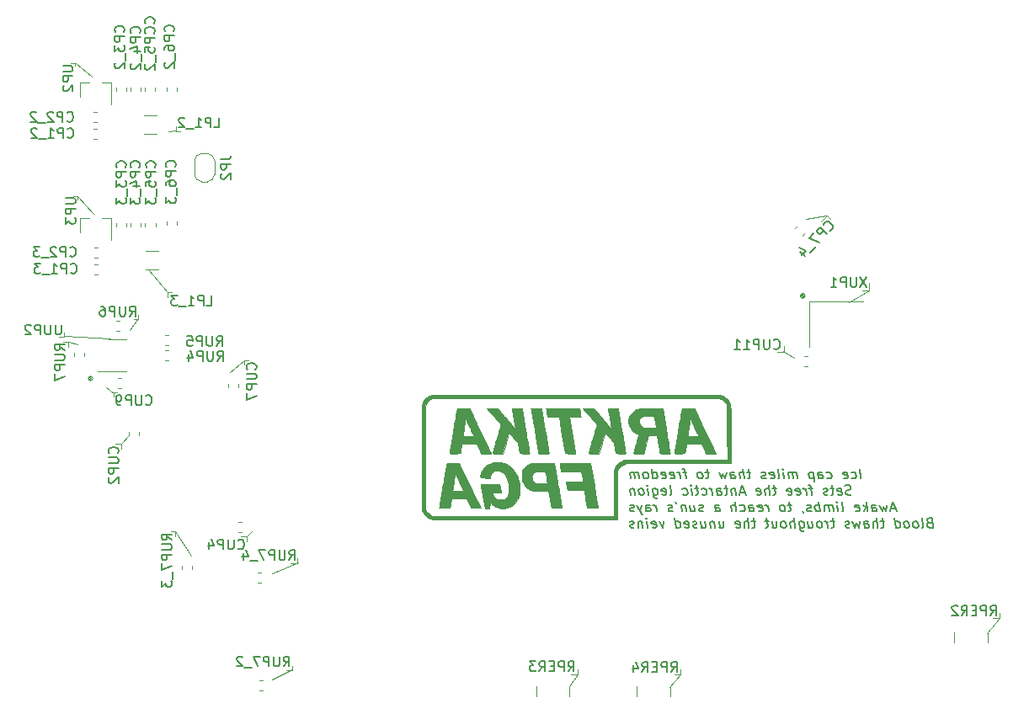
<source format=gbr>
G04 #@! TF.GenerationSoftware,KiCad,Pcbnew,(5.1.6)-1*
G04 #@! TF.CreationDate,2020-08-24T18:21:14+01:00*
G04 #@! TF.ProjectId,arktika-fpga,61726b74-696b-4612-9d66-7067612e6b69,rev?*
G04 #@! TF.SameCoordinates,Original*
G04 #@! TF.FileFunction,Legend,Bot*
G04 #@! TF.FilePolarity,Positive*
%FSLAX46Y46*%
G04 Gerber Fmt 4.6, Leading zero omitted, Abs format (unit mm)*
G04 Created by KiCad (PCBNEW (5.1.6)-1) date 2020-08-24 18:21:14*
%MOMM*%
%LPD*%
G01*
G04 APERTURE LIST*
%ADD10C,0.120000*%
%ADD11C,0.150000*%
%ADD12C,0.010000*%
G04 APERTURE END LIST*
D10*
X174400000Y-92200000D02*
G75*
G03*
X174400000Y-92200000I-250000J0D01*
G01*
X174330278Y-92200000D02*
G75*
G03*
X174330278Y-92200000I-180278J0D01*
G01*
X174261803Y-92200000D02*
G75*
G03*
X174261803Y-92200000I-111803J0D01*
G01*
X174200000Y-92200000D02*
G75*
G03*
X174200000Y-92200000I-50000J0D01*
G01*
X99900000Y-96250000D02*
X104550000Y-96500000D01*
X99900000Y-96300000D02*
X99900000Y-95900000D01*
X99350000Y-96300000D02*
X99900000Y-96300000D01*
X110250000Y-91800000D02*
X108350000Y-89550000D01*
X110300000Y-91800000D02*
X110750000Y-91800000D01*
X110300000Y-92300000D02*
X110300000Y-91800000D01*
D11*
X179984375Y-110577380D02*
X179859375Y-109577380D01*
X179073660Y-110529761D02*
X179174851Y-110577380D01*
X179365327Y-110577380D01*
X179454613Y-110529761D01*
X179496279Y-110482142D01*
X179531994Y-110386904D01*
X179496279Y-110101190D01*
X179436755Y-110005952D01*
X179383184Y-109958333D01*
X179281994Y-109910714D01*
X179091517Y-109910714D01*
X179002232Y-109958333D01*
X178264136Y-110529761D02*
X178365327Y-110577380D01*
X178555803Y-110577380D01*
X178645089Y-110529761D01*
X178680803Y-110434523D01*
X178633184Y-110053571D01*
X178573660Y-109958333D01*
X178472470Y-109910714D01*
X178281994Y-109910714D01*
X178192708Y-109958333D01*
X178156994Y-110053571D01*
X178168898Y-110148809D01*
X178656994Y-110244047D01*
X176597470Y-110529761D02*
X176698660Y-110577380D01*
X176889136Y-110577380D01*
X176978422Y-110529761D01*
X177020089Y-110482142D01*
X177055803Y-110386904D01*
X177020089Y-110101190D01*
X176960565Y-110005952D01*
X176906994Y-109958333D01*
X176805803Y-109910714D01*
X176615327Y-109910714D01*
X176526041Y-109958333D01*
X175746279Y-110577380D02*
X175680803Y-110053571D01*
X175716517Y-109958333D01*
X175805803Y-109910714D01*
X175996279Y-109910714D01*
X176097470Y-109958333D01*
X175740327Y-110529761D02*
X175841517Y-110577380D01*
X176079613Y-110577380D01*
X176168898Y-110529761D01*
X176204613Y-110434523D01*
X176192708Y-110339285D01*
X176133184Y-110244047D01*
X176031994Y-110196428D01*
X175793898Y-110196428D01*
X175692708Y-110148809D01*
X175186755Y-109910714D02*
X175311755Y-110910714D01*
X175192708Y-109958333D02*
X175091517Y-109910714D01*
X174901041Y-109910714D01*
X174811755Y-109958333D01*
X174770089Y-110005952D01*
X174734375Y-110101190D01*
X174770089Y-110386904D01*
X174829613Y-110482142D01*
X174883184Y-110529761D01*
X174984375Y-110577380D01*
X175174851Y-110577380D01*
X175264136Y-110529761D01*
X173603422Y-110577380D02*
X173520089Y-109910714D01*
X173531994Y-110005952D02*
X173478422Y-109958333D01*
X173377232Y-109910714D01*
X173234375Y-109910714D01*
X173145089Y-109958333D01*
X173109375Y-110053571D01*
X173174851Y-110577380D01*
X173109375Y-110053571D02*
X173049851Y-109958333D01*
X172948660Y-109910714D01*
X172805803Y-109910714D01*
X172716517Y-109958333D01*
X172680803Y-110053571D01*
X172746279Y-110577380D01*
X172270089Y-110577380D02*
X172186755Y-109910714D01*
X172145089Y-109577380D02*
X172198660Y-109625000D01*
X172156994Y-109672619D01*
X172103422Y-109625000D01*
X172145089Y-109577380D01*
X172156994Y-109672619D01*
X171651041Y-110577380D02*
X171740327Y-110529761D01*
X171776041Y-110434523D01*
X171668898Y-109577380D01*
X170883184Y-110529761D02*
X170984375Y-110577380D01*
X171174851Y-110577380D01*
X171264136Y-110529761D01*
X171299851Y-110434523D01*
X171252232Y-110053571D01*
X171192708Y-109958333D01*
X171091517Y-109910714D01*
X170901041Y-109910714D01*
X170811755Y-109958333D01*
X170776041Y-110053571D01*
X170787946Y-110148809D01*
X171276041Y-110244047D01*
X170454613Y-110529761D02*
X170365327Y-110577380D01*
X170174851Y-110577380D01*
X170073660Y-110529761D01*
X170014136Y-110434523D01*
X170008184Y-110386904D01*
X170043898Y-110291666D01*
X170133184Y-110244047D01*
X170276041Y-110244047D01*
X170365327Y-110196428D01*
X170401041Y-110101190D01*
X170395089Y-110053571D01*
X170335565Y-109958333D01*
X170234375Y-109910714D01*
X170091517Y-109910714D01*
X170002232Y-109958333D01*
X168901041Y-109910714D02*
X168520089Y-109910714D01*
X168716517Y-109577380D02*
X168823660Y-110434523D01*
X168787946Y-110529761D01*
X168698660Y-110577380D01*
X168603422Y-110577380D01*
X168270089Y-110577380D02*
X168145089Y-109577380D01*
X167841517Y-110577380D02*
X167776041Y-110053571D01*
X167811755Y-109958333D01*
X167901041Y-109910714D01*
X168043898Y-109910714D01*
X168145089Y-109958333D01*
X168198660Y-110005952D01*
X166936755Y-110577380D02*
X166871279Y-110053571D01*
X166906994Y-109958333D01*
X166996279Y-109910714D01*
X167186755Y-109910714D01*
X167287946Y-109958333D01*
X166930803Y-110529761D02*
X167031994Y-110577380D01*
X167270089Y-110577380D01*
X167359375Y-110529761D01*
X167395089Y-110434523D01*
X167383184Y-110339285D01*
X167323660Y-110244047D01*
X167222470Y-110196428D01*
X166984375Y-110196428D01*
X166883184Y-110148809D01*
X166472470Y-109910714D02*
X166365327Y-110577380D01*
X166115327Y-110101190D01*
X165984375Y-110577380D01*
X165710565Y-109910714D01*
X164710565Y-109910714D02*
X164329613Y-109910714D01*
X164526041Y-109577380D02*
X164633184Y-110434523D01*
X164597470Y-110529761D01*
X164508184Y-110577380D01*
X164412946Y-110577380D01*
X163936755Y-110577380D02*
X164026041Y-110529761D01*
X164067708Y-110482142D01*
X164103422Y-110386904D01*
X164067708Y-110101190D01*
X164008184Y-110005952D01*
X163954613Y-109958333D01*
X163853422Y-109910714D01*
X163710565Y-109910714D01*
X163621279Y-109958333D01*
X163579613Y-110005952D01*
X163543898Y-110101190D01*
X163579613Y-110386904D01*
X163639136Y-110482142D01*
X163692708Y-110529761D01*
X163793898Y-110577380D01*
X163936755Y-110577380D01*
X162472470Y-109910714D02*
X162091517Y-109910714D01*
X162412946Y-110577380D02*
X162305803Y-109720238D01*
X162246279Y-109625000D01*
X162145089Y-109577380D01*
X162049851Y-109577380D01*
X161841517Y-110577380D02*
X161758184Y-109910714D01*
X161781994Y-110101190D02*
X161722470Y-110005952D01*
X161668898Y-109958333D01*
X161567708Y-109910714D01*
X161472470Y-109910714D01*
X160835565Y-110529761D02*
X160936755Y-110577380D01*
X161127232Y-110577380D01*
X161216517Y-110529761D01*
X161252232Y-110434523D01*
X161204613Y-110053571D01*
X161145089Y-109958333D01*
X161043898Y-109910714D01*
X160853422Y-109910714D01*
X160764136Y-109958333D01*
X160728422Y-110053571D01*
X160740327Y-110148809D01*
X161228422Y-110244047D01*
X159978422Y-110529761D02*
X160079613Y-110577380D01*
X160270089Y-110577380D01*
X160359375Y-110529761D01*
X160395089Y-110434523D01*
X160347470Y-110053571D01*
X160287946Y-109958333D01*
X160186755Y-109910714D01*
X159996279Y-109910714D01*
X159906994Y-109958333D01*
X159871279Y-110053571D01*
X159883184Y-110148809D01*
X160371279Y-110244047D01*
X159079613Y-110577380D02*
X158954613Y-109577380D01*
X159073660Y-110529761D02*
X159174851Y-110577380D01*
X159365327Y-110577380D01*
X159454613Y-110529761D01*
X159496279Y-110482142D01*
X159531994Y-110386904D01*
X159496279Y-110101190D01*
X159436755Y-110005952D01*
X159383184Y-109958333D01*
X159281994Y-109910714D01*
X159091517Y-109910714D01*
X159002232Y-109958333D01*
X158460565Y-110577380D02*
X158549851Y-110529761D01*
X158591517Y-110482142D01*
X158627232Y-110386904D01*
X158591517Y-110101190D01*
X158531994Y-110005952D01*
X158478422Y-109958333D01*
X158377232Y-109910714D01*
X158234375Y-109910714D01*
X158145089Y-109958333D01*
X158103422Y-110005952D01*
X158067708Y-110101190D01*
X158103422Y-110386904D01*
X158162946Y-110482142D01*
X158216517Y-110529761D01*
X158317708Y-110577380D01*
X158460565Y-110577380D01*
X157698660Y-110577380D02*
X157615327Y-109910714D01*
X157627232Y-110005952D02*
X157573660Y-109958333D01*
X157472470Y-109910714D01*
X157329613Y-109910714D01*
X157240327Y-109958333D01*
X157204613Y-110053571D01*
X157270089Y-110577380D01*
X157204613Y-110053571D02*
X157145089Y-109958333D01*
X157043898Y-109910714D01*
X156901041Y-109910714D01*
X156811755Y-109958333D01*
X156776041Y-110053571D01*
X156841517Y-110577380D01*
X179073660Y-112179761D02*
X178936755Y-112227380D01*
X178698660Y-112227380D01*
X178597470Y-112179761D01*
X178543898Y-112132142D01*
X178484375Y-112036904D01*
X178472470Y-111941666D01*
X178508184Y-111846428D01*
X178549851Y-111798809D01*
X178639136Y-111751190D01*
X178823660Y-111703571D01*
X178912946Y-111655952D01*
X178954613Y-111608333D01*
X178990327Y-111513095D01*
X178978422Y-111417857D01*
X178918898Y-111322619D01*
X178865327Y-111275000D01*
X178764136Y-111227380D01*
X178526041Y-111227380D01*
X178389136Y-111275000D01*
X177692708Y-112179761D02*
X177793898Y-112227380D01*
X177984375Y-112227380D01*
X178073660Y-112179761D01*
X178109375Y-112084523D01*
X178061755Y-111703571D01*
X178002232Y-111608333D01*
X177901041Y-111560714D01*
X177710565Y-111560714D01*
X177621279Y-111608333D01*
X177585565Y-111703571D01*
X177597470Y-111798809D01*
X178085565Y-111894047D01*
X177281994Y-111560714D02*
X176901041Y-111560714D01*
X177097470Y-111227380D02*
X177204613Y-112084523D01*
X177168898Y-112179761D01*
X177079613Y-112227380D01*
X176984375Y-112227380D01*
X176692708Y-112179761D02*
X176603422Y-112227380D01*
X176412946Y-112227380D01*
X176311755Y-112179761D01*
X176252232Y-112084523D01*
X176246279Y-112036904D01*
X176281994Y-111941666D01*
X176371279Y-111894047D01*
X176514136Y-111894047D01*
X176603422Y-111846428D01*
X176639136Y-111751190D01*
X176633184Y-111703571D01*
X176573660Y-111608333D01*
X176472470Y-111560714D01*
X176329613Y-111560714D01*
X176240327Y-111608333D01*
X175139136Y-111560714D02*
X174758184Y-111560714D01*
X175079613Y-112227380D02*
X174972470Y-111370238D01*
X174912946Y-111275000D01*
X174811755Y-111227380D01*
X174716517Y-111227380D01*
X174508184Y-112227380D02*
X174424851Y-111560714D01*
X174448660Y-111751190D02*
X174389136Y-111655952D01*
X174335565Y-111608333D01*
X174234375Y-111560714D01*
X174139136Y-111560714D01*
X173502232Y-112179761D02*
X173603422Y-112227380D01*
X173793898Y-112227380D01*
X173883184Y-112179761D01*
X173918898Y-112084523D01*
X173871279Y-111703571D01*
X173811755Y-111608333D01*
X173710565Y-111560714D01*
X173520089Y-111560714D01*
X173430803Y-111608333D01*
X173395089Y-111703571D01*
X173406994Y-111798809D01*
X173895089Y-111894047D01*
X172645089Y-112179761D02*
X172746279Y-112227380D01*
X172936755Y-112227380D01*
X173026041Y-112179761D01*
X173061755Y-112084523D01*
X173014136Y-111703571D01*
X172954613Y-111608333D01*
X172853422Y-111560714D01*
X172662946Y-111560714D01*
X172573660Y-111608333D01*
X172537946Y-111703571D01*
X172549851Y-111798809D01*
X173037946Y-111894047D01*
X171472470Y-111560714D02*
X171091517Y-111560714D01*
X171287946Y-111227380D02*
X171395089Y-112084523D01*
X171359375Y-112179761D01*
X171270089Y-112227380D01*
X171174851Y-112227380D01*
X170841517Y-112227380D02*
X170716517Y-111227380D01*
X170412946Y-112227380D02*
X170347470Y-111703571D01*
X170383184Y-111608333D01*
X170472470Y-111560714D01*
X170615327Y-111560714D01*
X170716517Y-111608333D01*
X170770089Y-111655952D01*
X169549851Y-112179761D02*
X169651041Y-112227380D01*
X169841517Y-112227380D01*
X169930803Y-112179761D01*
X169966517Y-112084523D01*
X169918898Y-111703571D01*
X169859375Y-111608333D01*
X169758184Y-111560714D01*
X169567708Y-111560714D01*
X169478422Y-111608333D01*
X169442708Y-111703571D01*
X169454613Y-111798809D01*
X169942708Y-111894047D01*
X168329613Y-111941666D02*
X167853422Y-111941666D01*
X168460565Y-112227380D02*
X168002232Y-111227380D01*
X167793898Y-112227380D01*
X167377232Y-111560714D02*
X167460565Y-112227380D01*
X167389136Y-111655952D02*
X167335565Y-111608333D01*
X167234375Y-111560714D01*
X167091517Y-111560714D01*
X167002232Y-111608333D01*
X166966517Y-111703571D01*
X167031994Y-112227380D01*
X166615327Y-111560714D02*
X166234375Y-111560714D01*
X166430803Y-111227380D02*
X166537946Y-112084523D01*
X166502232Y-112179761D01*
X166412946Y-112227380D01*
X166317708Y-112227380D01*
X165555803Y-112227380D02*
X165490327Y-111703571D01*
X165526041Y-111608333D01*
X165615327Y-111560714D01*
X165805803Y-111560714D01*
X165906994Y-111608333D01*
X165549851Y-112179761D02*
X165651041Y-112227380D01*
X165889136Y-112227380D01*
X165978422Y-112179761D01*
X166014136Y-112084523D01*
X166002232Y-111989285D01*
X165942708Y-111894047D01*
X165841517Y-111846428D01*
X165603422Y-111846428D01*
X165502232Y-111798809D01*
X165079613Y-112227380D02*
X164996279Y-111560714D01*
X165020089Y-111751190D02*
X164960565Y-111655952D01*
X164906994Y-111608333D01*
X164805803Y-111560714D01*
X164710565Y-111560714D01*
X164026041Y-112179761D02*
X164127232Y-112227380D01*
X164317708Y-112227380D01*
X164406994Y-112179761D01*
X164448660Y-112132142D01*
X164484375Y-112036904D01*
X164448660Y-111751190D01*
X164389136Y-111655952D01*
X164335565Y-111608333D01*
X164234375Y-111560714D01*
X164043898Y-111560714D01*
X163954613Y-111608333D01*
X163662946Y-111560714D02*
X163281994Y-111560714D01*
X163478422Y-111227380D02*
X163585565Y-112084523D01*
X163549851Y-112179761D01*
X163460565Y-112227380D01*
X163365327Y-112227380D01*
X163031994Y-112227380D02*
X162948660Y-111560714D01*
X162906994Y-111227380D02*
X162960565Y-111275000D01*
X162918898Y-111322619D01*
X162865327Y-111275000D01*
X162906994Y-111227380D01*
X162918898Y-111322619D01*
X162121279Y-112179761D02*
X162222470Y-112227380D01*
X162412946Y-112227380D01*
X162502232Y-112179761D01*
X162543898Y-112132142D01*
X162579613Y-112036904D01*
X162543898Y-111751190D01*
X162484375Y-111655952D01*
X162430803Y-111608333D01*
X162329613Y-111560714D01*
X162139136Y-111560714D01*
X162049851Y-111608333D01*
X160793898Y-112227380D02*
X160883184Y-112179761D01*
X160918898Y-112084523D01*
X160811755Y-111227380D01*
X160026041Y-112179761D02*
X160127232Y-112227380D01*
X160317708Y-112227380D01*
X160406994Y-112179761D01*
X160442708Y-112084523D01*
X160395089Y-111703571D01*
X160335565Y-111608333D01*
X160234375Y-111560714D01*
X160043898Y-111560714D01*
X159954613Y-111608333D01*
X159918898Y-111703571D01*
X159930803Y-111798809D01*
X160418898Y-111894047D01*
X159043898Y-111560714D02*
X159145089Y-112370238D01*
X159204613Y-112465476D01*
X159258184Y-112513095D01*
X159359375Y-112560714D01*
X159502232Y-112560714D01*
X159591517Y-112513095D01*
X159121279Y-112179761D02*
X159222470Y-112227380D01*
X159412946Y-112227380D01*
X159502232Y-112179761D01*
X159543898Y-112132142D01*
X159579613Y-112036904D01*
X159543898Y-111751190D01*
X159484375Y-111655952D01*
X159430803Y-111608333D01*
X159329613Y-111560714D01*
X159139136Y-111560714D01*
X159049851Y-111608333D01*
X158651041Y-112227380D02*
X158567708Y-111560714D01*
X158526041Y-111227380D02*
X158579613Y-111275000D01*
X158537946Y-111322619D01*
X158484375Y-111275000D01*
X158526041Y-111227380D01*
X158537946Y-111322619D01*
X158031994Y-112227380D02*
X158121279Y-112179761D01*
X158162946Y-112132142D01*
X158198660Y-112036904D01*
X158162946Y-111751190D01*
X158103422Y-111655952D01*
X158049851Y-111608333D01*
X157948660Y-111560714D01*
X157805803Y-111560714D01*
X157716517Y-111608333D01*
X157674851Y-111655952D01*
X157639136Y-111751190D01*
X157674851Y-112036904D01*
X157734375Y-112132142D01*
X157787946Y-112179761D01*
X157889136Y-112227380D01*
X158031994Y-112227380D01*
X157186755Y-111560714D02*
X157270089Y-112227380D01*
X157198660Y-111655952D02*
X157145089Y-111608333D01*
X157043898Y-111560714D01*
X156901041Y-111560714D01*
X156811755Y-111608333D01*
X156776041Y-111703571D01*
X156841517Y-112227380D01*
X183472470Y-113591666D02*
X182996279Y-113591666D01*
X183603422Y-113877380D02*
X183145089Y-112877380D01*
X182936755Y-113877380D01*
X182615327Y-113210714D02*
X182508184Y-113877380D01*
X182258184Y-113401190D01*
X182127232Y-113877380D01*
X181853422Y-113210714D01*
X181127232Y-113877380D02*
X181061755Y-113353571D01*
X181097470Y-113258333D01*
X181186755Y-113210714D01*
X181377232Y-113210714D01*
X181478422Y-113258333D01*
X181121279Y-113829761D02*
X181222470Y-113877380D01*
X181460565Y-113877380D01*
X181549851Y-113829761D01*
X181585565Y-113734523D01*
X181573660Y-113639285D01*
X181514136Y-113544047D01*
X181412946Y-113496428D01*
X181174851Y-113496428D01*
X181073660Y-113448809D01*
X180651041Y-113877380D02*
X180526041Y-112877380D01*
X180508184Y-113496428D02*
X180270089Y-113877380D01*
X180186755Y-113210714D02*
X180615327Y-113591666D01*
X179454613Y-113829761D02*
X179555803Y-113877380D01*
X179746279Y-113877380D01*
X179835565Y-113829761D01*
X179871279Y-113734523D01*
X179823660Y-113353571D01*
X179764136Y-113258333D01*
X179662946Y-113210714D01*
X179472470Y-113210714D01*
X179383184Y-113258333D01*
X179347470Y-113353571D01*
X179359375Y-113448809D01*
X179847470Y-113544047D01*
X178079613Y-113877380D02*
X178168898Y-113829761D01*
X178204613Y-113734523D01*
X178097470Y-112877380D01*
X177698660Y-113877380D02*
X177615327Y-113210714D01*
X177573660Y-112877380D02*
X177627232Y-112925000D01*
X177585565Y-112972619D01*
X177531994Y-112925000D01*
X177573660Y-112877380D01*
X177585565Y-112972619D01*
X177222470Y-113877380D02*
X177139136Y-113210714D01*
X177151041Y-113305952D02*
X177097470Y-113258333D01*
X176996279Y-113210714D01*
X176853422Y-113210714D01*
X176764136Y-113258333D01*
X176728422Y-113353571D01*
X176793898Y-113877380D01*
X176728422Y-113353571D02*
X176668898Y-113258333D01*
X176567708Y-113210714D01*
X176424851Y-113210714D01*
X176335565Y-113258333D01*
X176299851Y-113353571D01*
X176365327Y-113877380D01*
X175889136Y-113877380D02*
X175764136Y-112877380D01*
X175811755Y-113258333D02*
X175710565Y-113210714D01*
X175520089Y-113210714D01*
X175430803Y-113258333D01*
X175389136Y-113305952D01*
X175353422Y-113401190D01*
X175389136Y-113686904D01*
X175448660Y-113782142D01*
X175502232Y-113829761D01*
X175603422Y-113877380D01*
X175793898Y-113877380D01*
X175883184Y-113829761D01*
X175026041Y-113829761D02*
X174936755Y-113877380D01*
X174746279Y-113877380D01*
X174645089Y-113829761D01*
X174585565Y-113734523D01*
X174579613Y-113686904D01*
X174615327Y-113591666D01*
X174704613Y-113544047D01*
X174847470Y-113544047D01*
X174936755Y-113496428D01*
X174972470Y-113401190D01*
X174966517Y-113353571D01*
X174906994Y-113258333D01*
X174805803Y-113210714D01*
X174662946Y-113210714D01*
X174573660Y-113258333D01*
X174121279Y-113829761D02*
X174127232Y-113877380D01*
X174186755Y-113972619D01*
X174240327Y-114020238D01*
X172996279Y-113210714D02*
X172615327Y-113210714D01*
X172811755Y-112877380D02*
X172918898Y-113734523D01*
X172883184Y-113829761D01*
X172793898Y-113877380D01*
X172698660Y-113877380D01*
X172222470Y-113877380D02*
X172311755Y-113829761D01*
X172353422Y-113782142D01*
X172389136Y-113686904D01*
X172353422Y-113401190D01*
X172293898Y-113305952D01*
X172240327Y-113258333D01*
X172139136Y-113210714D01*
X171996279Y-113210714D01*
X171906994Y-113258333D01*
X171865327Y-113305952D01*
X171829613Y-113401190D01*
X171865327Y-113686904D01*
X171924851Y-113782142D01*
X171978422Y-113829761D01*
X172079613Y-113877380D01*
X172222470Y-113877380D01*
X170698660Y-113877380D02*
X170615327Y-113210714D01*
X170639136Y-113401190D02*
X170579613Y-113305952D01*
X170526041Y-113258333D01*
X170424851Y-113210714D01*
X170329613Y-113210714D01*
X169692708Y-113829761D02*
X169793898Y-113877380D01*
X169984375Y-113877380D01*
X170073660Y-113829761D01*
X170109375Y-113734523D01*
X170061755Y-113353571D01*
X170002232Y-113258333D01*
X169901041Y-113210714D01*
X169710565Y-113210714D01*
X169621279Y-113258333D01*
X169585565Y-113353571D01*
X169597470Y-113448809D01*
X170085565Y-113544047D01*
X168793898Y-113877380D02*
X168728422Y-113353571D01*
X168764136Y-113258333D01*
X168853422Y-113210714D01*
X169043898Y-113210714D01*
X169145089Y-113258333D01*
X168787946Y-113829761D02*
X168889136Y-113877380D01*
X169127232Y-113877380D01*
X169216517Y-113829761D01*
X169252232Y-113734523D01*
X169240327Y-113639285D01*
X169180803Y-113544047D01*
X169079613Y-113496428D01*
X168841517Y-113496428D01*
X168740327Y-113448809D01*
X167883184Y-113829761D02*
X167984375Y-113877380D01*
X168174851Y-113877380D01*
X168264136Y-113829761D01*
X168305803Y-113782142D01*
X168341517Y-113686904D01*
X168305803Y-113401190D01*
X168246279Y-113305952D01*
X168192708Y-113258333D01*
X168091517Y-113210714D01*
X167901041Y-113210714D01*
X167811755Y-113258333D01*
X167460565Y-113877380D02*
X167335565Y-112877380D01*
X167031994Y-113877380D02*
X166966517Y-113353571D01*
X167002232Y-113258333D01*
X167091517Y-113210714D01*
X167234375Y-113210714D01*
X167335565Y-113258333D01*
X167389136Y-113305952D01*
X165365327Y-113877380D02*
X165299851Y-113353571D01*
X165335565Y-113258333D01*
X165424851Y-113210714D01*
X165615327Y-113210714D01*
X165716517Y-113258333D01*
X165359375Y-113829761D02*
X165460565Y-113877380D01*
X165698660Y-113877380D01*
X165787946Y-113829761D01*
X165823660Y-113734523D01*
X165811755Y-113639285D01*
X165752232Y-113544047D01*
X165651041Y-113496428D01*
X165412946Y-113496428D01*
X165311755Y-113448809D01*
X164168898Y-113829761D02*
X164079613Y-113877380D01*
X163889136Y-113877380D01*
X163787946Y-113829761D01*
X163728422Y-113734523D01*
X163722470Y-113686904D01*
X163758184Y-113591666D01*
X163847470Y-113544047D01*
X163990327Y-113544047D01*
X164079613Y-113496428D01*
X164115327Y-113401190D01*
X164109375Y-113353571D01*
X164049851Y-113258333D01*
X163948660Y-113210714D01*
X163805803Y-113210714D01*
X163716517Y-113258333D01*
X162805803Y-113210714D02*
X162889136Y-113877380D01*
X163234375Y-113210714D02*
X163299851Y-113734523D01*
X163264136Y-113829761D01*
X163174851Y-113877380D01*
X163031994Y-113877380D01*
X162930803Y-113829761D01*
X162877232Y-113782142D01*
X162329613Y-113210714D02*
X162412946Y-113877380D01*
X162341517Y-113305952D02*
X162287946Y-113258333D01*
X162186755Y-113210714D01*
X162043898Y-113210714D01*
X161954613Y-113258333D01*
X161918898Y-113353571D01*
X161984375Y-113877380D01*
X161335565Y-112877380D02*
X161454613Y-113067857D01*
X161073660Y-113829761D02*
X160984375Y-113877380D01*
X160793898Y-113877380D01*
X160692708Y-113829761D01*
X160633184Y-113734523D01*
X160627232Y-113686904D01*
X160662946Y-113591666D01*
X160752232Y-113544047D01*
X160895089Y-113544047D01*
X160984375Y-113496428D01*
X161020089Y-113401190D01*
X161014136Y-113353571D01*
X160954613Y-113258333D01*
X160853422Y-113210714D01*
X160710565Y-113210714D01*
X160621279Y-113258333D01*
X159460565Y-113877380D02*
X159377232Y-113210714D01*
X159401041Y-113401190D02*
X159341517Y-113305952D01*
X159287946Y-113258333D01*
X159186755Y-113210714D01*
X159091517Y-113210714D01*
X158412946Y-113877380D02*
X158347470Y-113353571D01*
X158383184Y-113258333D01*
X158472470Y-113210714D01*
X158662946Y-113210714D01*
X158764136Y-113258333D01*
X158406994Y-113829761D02*
X158508184Y-113877380D01*
X158746279Y-113877380D01*
X158835565Y-113829761D01*
X158871279Y-113734523D01*
X158859375Y-113639285D01*
X158799851Y-113544047D01*
X158698660Y-113496428D01*
X158460565Y-113496428D01*
X158359375Y-113448809D01*
X157948660Y-113210714D02*
X157793898Y-113877380D01*
X157472470Y-113210714D02*
X157793898Y-113877380D01*
X157918898Y-114115476D01*
X157972470Y-114163095D01*
X158073660Y-114210714D01*
X157216517Y-113829761D02*
X157127232Y-113877380D01*
X156936755Y-113877380D01*
X156835565Y-113829761D01*
X156776041Y-113734523D01*
X156770089Y-113686904D01*
X156805803Y-113591666D01*
X156895089Y-113544047D01*
X157037946Y-113544047D01*
X157127232Y-113496428D01*
X157162946Y-113401190D01*
X157156994Y-113353571D01*
X157097470Y-113258333D01*
X156996279Y-113210714D01*
X156853422Y-113210714D01*
X156764136Y-113258333D01*
X186871279Y-115003571D02*
X186734375Y-115051190D01*
X186692708Y-115098809D01*
X186656994Y-115194047D01*
X186674851Y-115336904D01*
X186734375Y-115432142D01*
X186787946Y-115479761D01*
X186889136Y-115527380D01*
X187270089Y-115527380D01*
X187145089Y-114527380D01*
X186811755Y-114527380D01*
X186722470Y-114575000D01*
X186680803Y-114622619D01*
X186645089Y-114717857D01*
X186656994Y-114813095D01*
X186716517Y-114908333D01*
X186770089Y-114955952D01*
X186871279Y-115003571D01*
X187204613Y-115003571D01*
X186127232Y-115527380D02*
X186216517Y-115479761D01*
X186252232Y-115384523D01*
X186145089Y-114527380D01*
X185603422Y-115527380D02*
X185692708Y-115479761D01*
X185734375Y-115432142D01*
X185770089Y-115336904D01*
X185734375Y-115051190D01*
X185674851Y-114955952D01*
X185621279Y-114908333D01*
X185520089Y-114860714D01*
X185377232Y-114860714D01*
X185287946Y-114908333D01*
X185246279Y-114955952D01*
X185210565Y-115051190D01*
X185246279Y-115336904D01*
X185305803Y-115432142D01*
X185359375Y-115479761D01*
X185460565Y-115527380D01*
X185603422Y-115527380D01*
X184698660Y-115527380D02*
X184787946Y-115479761D01*
X184829613Y-115432142D01*
X184865327Y-115336904D01*
X184829613Y-115051190D01*
X184770089Y-114955952D01*
X184716517Y-114908333D01*
X184615327Y-114860714D01*
X184472470Y-114860714D01*
X184383184Y-114908333D01*
X184341517Y-114955952D01*
X184305803Y-115051190D01*
X184341517Y-115336904D01*
X184401041Y-115432142D01*
X184454613Y-115479761D01*
X184555803Y-115527380D01*
X184698660Y-115527380D01*
X183508184Y-115527380D02*
X183383184Y-114527380D01*
X183502232Y-115479761D02*
X183603422Y-115527380D01*
X183793898Y-115527380D01*
X183883184Y-115479761D01*
X183924851Y-115432142D01*
X183960565Y-115336904D01*
X183924851Y-115051190D01*
X183865327Y-114955952D01*
X183811755Y-114908333D01*
X183710565Y-114860714D01*
X183520089Y-114860714D01*
X183430803Y-114908333D01*
X182329613Y-114860714D02*
X181948660Y-114860714D01*
X182145089Y-114527380D02*
X182252232Y-115384523D01*
X182216517Y-115479761D01*
X182127232Y-115527380D01*
X182031994Y-115527380D01*
X181698660Y-115527380D02*
X181573660Y-114527380D01*
X181270089Y-115527380D02*
X181204613Y-115003571D01*
X181240327Y-114908333D01*
X181329613Y-114860714D01*
X181472470Y-114860714D01*
X181573660Y-114908333D01*
X181627232Y-114955952D01*
X180365327Y-115527380D02*
X180299851Y-115003571D01*
X180335565Y-114908333D01*
X180424851Y-114860714D01*
X180615327Y-114860714D01*
X180716517Y-114908333D01*
X180359375Y-115479761D02*
X180460565Y-115527380D01*
X180698660Y-115527380D01*
X180787946Y-115479761D01*
X180823660Y-115384523D01*
X180811755Y-115289285D01*
X180752232Y-115194047D01*
X180651041Y-115146428D01*
X180412946Y-115146428D01*
X180311755Y-115098809D01*
X179901041Y-114860714D02*
X179793898Y-115527380D01*
X179543898Y-115051190D01*
X179412946Y-115527380D01*
X179139136Y-114860714D01*
X178883184Y-115479761D02*
X178793898Y-115527380D01*
X178603422Y-115527380D01*
X178502232Y-115479761D01*
X178442708Y-115384523D01*
X178436755Y-115336904D01*
X178472470Y-115241666D01*
X178561755Y-115194047D01*
X178704613Y-115194047D01*
X178793898Y-115146428D01*
X178829613Y-115051190D01*
X178823660Y-115003571D01*
X178764136Y-114908333D01*
X178662946Y-114860714D01*
X178520089Y-114860714D01*
X178430803Y-114908333D01*
X177329613Y-114860714D02*
X176948660Y-114860714D01*
X177145089Y-114527380D02*
X177252232Y-115384523D01*
X177216517Y-115479761D01*
X177127232Y-115527380D01*
X177031994Y-115527380D01*
X176698660Y-115527380D02*
X176615327Y-114860714D01*
X176639136Y-115051190D02*
X176579613Y-114955952D01*
X176526041Y-114908333D01*
X176424851Y-114860714D01*
X176329613Y-114860714D01*
X175936755Y-115527380D02*
X176026041Y-115479761D01*
X176067708Y-115432142D01*
X176103422Y-115336904D01*
X176067708Y-115051190D01*
X176008184Y-114955952D01*
X175954613Y-114908333D01*
X175853422Y-114860714D01*
X175710565Y-114860714D01*
X175621279Y-114908333D01*
X175579613Y-114955952D01*
X175543898Y-115051190D01*
X175579613Y-115336904D01*
X175639136Y-115432142D01*
X175692708Y-115479761D01*
X175793898Y-115527380D01*
X175936755Y-115527380D01*
X174662946Y-114860714D02*
X174746279Y-115527380D01*
X175091517Y-114860714D02*
X175156994Y-115384523D01*
X175121279Y-115479761D01*
X175031994Y-115527380D01*
X174889136Y-115527380D01*
X174787946Y-115479761D01*
X174734375Y-115432142D01*
X173758184Y-114860714D02*
X173859375Y-115670238D01*
X173918898Y-115765476D01*
X173972470Y-115813095D01*
X174073660Y-115860714D01*
X174216517Y-115860714D01*
X174305803Y-115813095D01*
X173835565Y-115479761D02*
X173936755Y-115527380D01*
X174127232Y-115527380D01*
X174216517Y-115479761D01*
X174258184Y-115432142D01*
X174293898Y-115336904D01*
X174258184Y-115051190D01*
X174198660Y-114955952D01*
X174145089Y-114908333D01*
X174043898Y-114860714D01*
X173853422Y-114860714D01*
X173764136Y-114908333D01*
X173365327Y-115527380D02*
X173240327Y-114527380D01*
X172936755Y-115527380D02*
X172871279Y-115003571D01*
X172906994Y-114908333D01*
X172996279Y-114860714D01*
X173139136Y-114860714D01*
X173240327Y-114908333D01*
X173293898Y-114955952D01*
X172317708Y-115527380D02*
X172406994Y-115479761D01*
X172448660Y-115432142D01*
X172484375Y-115336904D01*
X172448660Y-115051190D01*
X172389136Y-114955952D01*
X172335565Y-114908333D01*
X172234375Y-114860714D01*
X172091517Y-114860714D01*
X172002232Y-114908333D01*
X171960565Y-114955952D01*
X171924851Y-115051190D01*
X171960565Y-115336904D01*
X172020089Y-115432142D01*
X172073660Y-115479761D01*
X172174851Y-115527380D01*
X172317708Y-115527380D01*
X171043898Y-114860714D02*
X171127232Y-115527380D01*
X171472470Y-114860714D02*
X171537946Y-115384523D01*
X171502232Y-115479761D01*
X171412946Y-115527380D01*
X171270089Y-115527380D01*
X171168898Y-115479761D01*
X171115327Y-115432142D01*
X170710565Y-114860714D02*
X170329613Y-114860714D01*
X170526041Y-114527380D02*
X170633184Y-115384523D01*
X170597470Y-115479761D01*
X170508184Y-115527380D01*
X170412946Y-115527380D01*
X169377232Y-114860714D02*
X168996279Y-114860714D01*
X169192708Y-114527380D02*
X169299851Y-115384523D01*
X169264136Y-115479761D01*
X169174851Y-115527380D01*
X169079613Y-115527380D01*
X168746279Y-115527380D02*
X168621279Y-114527380D01*
X168317708Y-115527380D02*
X168252232Y-115003571D01*
X168287946Y-114908333D01*
X168377232Y-114860714D01*
X168520089Y-114860714D01*
X168621279Y-114908333D01*
X168674851Y-114955952D01*
X167454613Y-115479761D02*
X167555803Y-115527380D01*
X167746279Y-115527380D01*
X167835565Y-115479761D01*
X167871279Y-115384523D01*
X167823660Y-115003571D01*
X167764136Y-114908333D01*
X167662946Y-114860714D01*
X167472470Y-114860714D01*
X167383184Y-114908333D01*
X167347470Y-115003571D01*
X167359375Y-115098809D01*
X167847470Y-115194047D01*
X165710565Y-114860714D02*
X165793898Y-115527380D01*
X166139136Y-114860714D02*
X166204613Y-115384523D01*
X166168898Y-115479761D01*
X166079613Y-115527380D01*
X165936755Y-115527380D01*
X165835565Y-115479761D01*
X165781994Y-115432142D01*
X165234375Y-114860714D02*
X165317708Y-115527380D01*
X165246279Y-114955952D02*
X165192708Y-114908333D01*
X165091517Y-114860714D01*
X164948660Y-114860714D01*
X164859375Y-114908333D01*
X164823660Y-115003571D01*
X164889136Y-115527380D01*
X163901041Y-114860714D02*
X163984375Y-115527380D01*
X164329613Y-114860714D02*
X164395089Y-115384523D01*
X164359375Y-115479761D01*
X164270089Y-115527380D01*
X164127232Y-115527380D01*
X164026041Y-115479761D01*
X163972470Y-115432142D01*
X163549851Y-115479761D02*
X163460565Y-115527380D01*
X163270089Y-115527380D01*
X163168898Y-115479761D01*
X163109375Y-115384523D01*
X163103422Y-115336904D01*
X163139136Y-115241666D01*
X163228422Y-115194047D01*
X163371279Y-115194047D01*
X163460565Y-115146428D01*
X163496279Y-115051190D01*
X163490327Y-115003571D01*
X163430803Y-114908333D01*
X163329613Y-114860714D01*
X163186755Y-114860714D01*
X163097470Y-114908333D01*
X162311755Y-115479761D02*
X162412946Y-115527380D01*
X162603422Y-115527380D01*
X162692708Y-115479761D01*
X162728422Y-115384523D01*
X162680803Y-115003571D01*
X162621279Y-114908333D01*
X162520089Y-114860714D01*
X162329613Y-114860714D01*
X162240327Y-114908333D01*
X162204613Y-115003571D01*
X162216517Y-115098809D01*
X162704613Y-115194047D01*
X161412946Y-115527380D02*
X161287946Y-114527380D01*
X161406994Y-115479761D02*
X161508184Y-115527380D01*
X161698660Y-115527380D01*
X161787946Y-115479761D01*
X161829613Y-115432142D01*
X161865327Y-115336904D01*
X161829613Y-115051190D01*
X161770089Y-114955952D01*
X161716517Y-114908333D01*
X161615327Y-114860714D01*
X161424851Y-114860714D01*
X161335565Y-114908333D01*
X160186755Y-114860714D02*
X160031994Y-115527380D01*
X159710565Y-114860714D01*
X159026041Y-115479761D02*
X159127232Y-115527380D01*
X159317708Y-115527380D01*
X159406994Y-115479761D01*
X159442708Y-115384523D01*
X159395089Y-115003571D01*
X159335565Y-114908333D01*
X159234375Y-114860714D01*
X159043898Y-114860714D01*
X158954613Y-114908333D01*
X158918898Y-115003571D01*
X158930803Y-115098809D01*
X159418898Y-115194047D01*
X158555803Y-115527380D02*
X158472470Y-114860714D01*
X158430803Y-114527380D02*
X158484375Y-114575000D01*
X158442708Y-114622619D01*
X158389136Y-114575000D01*
X158430803Y-114527380D01*
X158442708Y-114622619D01*
X157996279Y-114860714D02*
X158079613Y-115527380D01*
X158008184Y-114955952D02*
X157954613Y-114908333D01*
X157853422Y-114860714D01*
X157710565Y-114860714D01*
X157621279Y-114908333D01*
X157585565Y-115003571D01*
X157651041Y-115527380D01*
X157216517Y-115479761D02*
X157127232Y-115527380D01*
X156936755Y-115527380D01*
X156835565Y-115479761D01*
X156776041Y-115384523D01*
X156770089Y-115336904D01*
X156805803Y-115241666D01*
X156895089Y-115194047D01*
X157037946Y-115194047D01*
X157127232Y-115146428D01*
X157162946Y-115051190D01*
X157156994Y-115003571D01*
X157097470Y-114908333D01*
X156996279Y-114860714D01*
X156853422Y-114860714D01*
X156764136Y-114908333D01*
D10*
X176500000Y-84150000D02*
X174450000Y-84500000D01*
X176550000Y-84150000D02*
X176900000Y-84500000D01*
X176000000Y-84700000D02*
X176550000Y-84150000D01*
X100350000Y-96800000D02*
X101250000Y-97050000D01*
X100300000Y-96800000D02*
X100300000Y-97300000D01*
X99800000Y-96800000D02*
X100300000Y-96800000D01*
X105650000Y-107050000D02*
X106400000Y-106250000D01*
X105650000Y-107050000D02*
X105650000Y-107550000D01*
X105050000Y-107050000D02*
X105650000Y-107050000D01*
X172220000Y-97790000D02*
X173290000Y-98420000D01*
X172230000Y-97810000D02*
X171620000Y-97810000D01*
X172230000Y-97210000D02*
X172230000Y-97810000D01*
X180840000Y-91670000D02*
X178780000Y-92810000D01*
X180830000Y-91620000D02*
X180130000Y-91620000D01*
X180830000Y-90930000D02*
X180830000Y-91620000D01*
X193930000Y-124570000D02*
X192710000Y-126090000D01*
X193920000Y-124570000D02*
X193220000Y-124570000D01*
X193930000Y-124080000D02*
X193920000Y-124570000D01*
X151500000Y-130300000D02*
X150710000Y-131480000D01*
X151520000Y-130300000D02*
X150820000Y-130300000D01*
X151520000Y-129800000D02*
X151520000Y-130300000D01*
X161890000Y-130280000D02*
X160790000Y-131510000D01*
X161870000Y-130280000D02*
X161270000Y-130280000D01*
X161870000Y-129780000D02*
X161870000Y-130280000D01*
X122850000Y-129790000D02*
X120790000Y-130750000D01*
X122820000Y-129820000D02*
X122230000Y-129820000D01*
X122840000Y-129420000D02*
X122820000Y-129820000D01*
X107330000Y-94480000D02*
X106460000Y-95610000D01*
X107330000Y-94510000D02*
X106930000Y-94510000D01*
X107340000Y-94100000D02*
X107340000Y-94500000D01*
X117970000Y-98680000D02*
X116570000Y-99900000D01*
X117960000Y-98670000D02*
X118450000Y-98670000D01*
X117960000Y-99070000D02*
X117960000Y-98670000D01*
X118280000Y-116380000D02*
X118830000Y-115760000D01*
X118240000Y-116400000D02*
X118240000Y-116900000D01*
X117650000Y-116400000D02*
X118240000Y-116400000D01*
X111080000Y-115880000D02*
X112630000Y-118310000D01*
X111060000Y-115880000D02*
X111060000Y-116380000D01*
X110660000Y-115880000D02*
X111060000Y-115880000D01*
X123370000Y-119040000D02*
X120820000Y-120120000D01*
X123360000Y-119070000D02*
X122660000Y-119070000D01*
X123360000Y-118570000D02*
X123360000Y-119070000D01*
X102760217Y-100500000D02*
G75*
G03*
X102760217Y-100500000I-230217J0D01*
G01*
X102662643Y-100510000D02*
G75*
G03*
X102662643Y-100510000I-152643J0D01*
G01*
X102568310Y-100520000D02*
G75*
G03*
X102568310Y-100520000I-58310J0D01*
G01*
X104840000Y-101960000D02*
X104140000Y-101390000D01*
X104830000Y-101940000D02*
X105220000Y-101930000D01*
X104830000Y-102340000D02*
X104830000Y-101940000D01*
X101200000Y-82150000D02*
X102850000Y-83940000D01*
X101210000Y-82150000D02*
X101210000Y-82540000D01*
X100810000Y-82150000D02*
X101210000Y-82150000D01*
X101020000Y-68760000D02*
X102690000Y-70130000D01*
X101010000Y-68760000D02*
X101010000Y-69080000D01*
X100540000Y-68760000D02*
X101010000Y-68760000D01*
X111110000Y-75600000D02*
X110380000Y-75690000D01*
X111100000Y-75620000D02*
X111520000Y-75620000D01*
X111100000Y-75120000D02*
X111100000Y-75620000D01*
G04 #@! TO.C,XUP1*
X174800000Y-92800000D02*
X180200000Y-92800000D01*
X174800000Y-97300000D02*
X174800000Y-92800000D01*
G04 #@! TO.C,JP2*
X113000000Y-78600000D02*
X113000000Y-80000000D01*
X113700000Y-80700000D02*
X114300000Y-80700000D01*
X115000000Y-80000000D02*
X115000000Y-78600000D01*
X114300000Y-77900000D02*
X113700000Y-77900000D01*
X113700000Y-77900000D02*
G75*
G03*
X113000000Y-78600000I0J-700000D01*
G01*
X115000000Y-78600000D02*
G75*
G03*
X114300000Y-77900000I-700000J0D01*
G01*
X114300000Y-80700000D02*
G75*
G03*
X115000000Y-80000000I0J700000D01*
G01*
X113000000Y-80000000D02*
G75*
G03*
X113700000Y-80700000I700000J0D01*
G01*
D12*
G04 #@! TO.C,G\u002A\u002A\u002A*
G36*
X139382851Y-103569080D02*
G01*
X139376262Y-103605418D01*
X139362144Y-103686687D01*
X139341236Y-103808518D01*
X139314273Y-103966540D01*
X139281991Y-104156385D01*
X139245126Y-104373682D01*
X139204416Y-104614062D01*
X139160595Y-104873154D01*
X139114401Y-105146590D01*
X139066569Y-105430000D01*
X139017836Y-105719014D01*
X138968938Y-106009262D01*
X138920611Y-106296375D01*
X138873592Y-106575983D01*
X138828617Y-106843716D01*
X138786421Y-107095204D01*
X138747742Y-107326079D01*
X138713315Y-107531969D01*
X138683876Y-107708507D01*
X138660163Y-107851321D01*
X138642910Y-107956042D01*
X138632855Y-108018301D01*
X138630480Y-108034520D01*
X138654670Y-108039304D01*
X138722319Y-108042940D01*
X138826045Y-108045287D01*
X138958465Y-108046201D01*
X139112198Y-108045542D01*
X139170771Y-108044900D01*
X139711061Y-108038038D01*
X139766658Y-107656657D01*
X139787563Y-107513310D01*
X139807183Y-107378883D01*
X139823728Y-107265630D01*
X139835409Y-107185804D01*
X139838191Y-107166847D01*
X139854128Y-107058418D01*
X141388070Y-107071872D01*
X141602172Y-107561311D01*
X141816273Y-108050751D01*
X142308262Y-108050751D01*
X142460150Y-108050360D01*
X142593000Y-108049270D01*
X142699073Y-108047608D01*
X142770632Y-108045498D01*
X142799938Y-108043066D01*
X142800250Y-108042782D01*
X142789550Y-108019211D01*
X142758436Y-107952852D01*
X142708384Y-107846816D01*
X142640871Y-107704211D01*
X142557374Y-107528148D01*
X142459370Y-107321735D01*
X142348336Y-107088084D01*
X142225748Y-106830303D01*
X142093083Y-106551502D01*
X141962548Y-106277327D01*
X141038576Y-106277327D01*
X141017543Y-106282971D01*
X140952889Y-106287952D01*
X140851841Y-106292008D01*
X140721627Y-106294875D01*
X140569475Y-106296292D01*
X140513462Y-106296396D01*
X140335301Y-106296148D01*
X140201637Y-106295035D01*
X140106119Y-106292503D01*
X140042396Y-106287999D01*
X140004114Y-106280970D01*
X139984922Y-106270862D01*
X139978469Y-106257122D01*
X139978028Y-106249749D01*
X139981599Y-106214221D01*
X139991625Y-106136753D01*
X140007074Y-106024324D01*
X140026914Y-105883914D01*
X140050114Y-105722501D01*
X140075641Y-105547066D01*
X140102464Y-105364585D01*
X140129551Y-105182040D01*
X140155870Y-105006408D01*
X140180390Y-104844669D01*
X140202078Y-104703801D01*
X140219903Y-104590784D01*
X140232832Y-104512597D01*
X140239835Y-104476219D01*
X140240483Y-104474515D01*
X140251891Y-104495340D01*
X140281279Y-104557840D01*
X140326415Y-104657028D01*
X140385066Y-104787916D01*
X140455001Y-104945518D01*
X140533987Y-105124848D01*
X140619793Y-105320917D01*
X140638025Y-105362731D01*
X140725273Y-105562837D01*
X140806256Y-105748351D01*
X140878706Y-105914092D01*
X140940353Y-106054881D01*
X140988930Y-106165538D01*
X141022168Y-106240882D01*
X141037798Y-106275735D01*
X141038576Y-106277327D01*
X141962548Y-106277327D01*
X141951819Y-106254792D01*
X141803431Y-105943281D01*
X141722556Y-105773563D01*
X140644861Y-103512312D01*
X140021169Y-103505516D01*
X139397476Y-103498720D01*
X139382851Y-103569080D01*
G37*
X139382851Y-103569080D02*
X139376262Y-103605418D01*
X139362144Y-103686687D01*
X139341236Y-103808518D01*
X139314273Y-103966540D01*
X139281991Y-104156385D01*
X139245126Y-104373682D01*
X139204416Y-104614062D01*
X139160595Y-104873154D01*
X139114401Y-105146590D01*
X139066569Y-105430000D01*
X139017836Y-105719014D01*
X138968938Y-106009262D01*
X138920611Y-106296375D01*
X138873592Y-106575983D01*
X138828617Y-106843716D01*
X138786421Y-107095204D01*
X138747742Y-107326079D01*
X138713315Y-107531969D01*
X138683876Y-107708507D01*
X138660163Y-107851321D01*
X138642910Y-107956042D01*
X138632855Y-108018301D01*
X138630480Y-108034520D01*
X138654670Y-108039304D01*
X138722319Y-108042940D01*
X138826045Y-108045287D01*
X138958465Y-108046201D01*
X139112198Y-108045542D01*
X139170771Y-108044900D01*
X139711061Y-108038038D01*
X139766658Y-107656657D01*
X139787563Y-107513310D01*
X139807183Y-107378883D01*
X139823728Y-107265630D01*
X139835409Y-107185804D01*
X139838191Y-107166847D01*
X139854128Y-107058418D01*
X141388070Y-107071872D01*
X141602172Y-107561311D01*
X141816273Y-108050751D01*
X142308262Y-108050751D01*
X142460150Y-108050360D01*
X142593000Y-108049270D01*
X142699073Y-108047608D01*
X142770632Y-108045498D01*
X142799938Y-108043066D01*
X142800250Y-108042782D01*
X142789550Y-108019211D01*
X142758436Y-107952852D01*
X142708384Y-107846816D01*
X142640871Y-107704211D01*
X142557374Y-107528148D01*
X142459370Y-107321735D01*
X142348336Y-107088084D01*
X142225748Y-106830303D01*
X142093083Y-106551502D01*
X141962548Y-106277327D01*
X141038576Y-106277327D01*
X141017543Y-106282971D01*
X140952889Y-106287952D01*
X140851841Y-106292008D01*
X140721627Y-106294875D01*
X140569475Y-106296292D01*
X140513462Y-106296396D01*
X140335301Y-106296148D01*
X140201637Y-106295035D01*
X140106119Y-106292503D01*
X140042396Y-106287999D01*
X140004114Y-106280970D01*
X139984922Y-106270862D01*
X139978469Y-106257122D01*
X139978028Y-106249749D01*
X139981599Y-106214221D01*
X139991625Y-106136753D01*
X140007074Y-106024324D01*
X140026914Y-105883914D01*
X140050114Y-105722501D01*
X140075641Y-105547066D01*
X140102464Y-105364585D01*
X140129551Y-105182040D01*
X140155870Y-105006408D01*
X140180390Y-104844669D01*
X140202078Y-104703801D01*
X140219903Y-104590784D01*
X140232832Y-104512597D01*
X140239835Y-104476219D01*
X140240483Y-104474515D01*
X140251891Y-104495340D01*
X140281279Y-104557840D01*
X140326415Y-104657028D01*
X140385066Y-104787916D01*
X140455001Y-104945518D01*
X140533987Y-105124848D01*
X140619793Y-105320917D01*
X140638025Y-105362731D01*
X140725273Y-105562837D01*
X140806256Y-105748351D01*
X140878706Y-105914092D01*
X140940353Y-106054881D01*
X140988930Y-106165538D01*
X141022168Y-106240882D01*
X141037798Y-106275735D01*
X141038576Y-106277327D01*
X141962548Y-106277327D01*
X141951819Y-106254792D01*
X141803431Y-105943281D01*
X141722556Y-105773563D01*
X140644861Y-103512312D01*
X140021169Y-103505516D01*
X139397476Y-103498720D01*
X139382851Y-103569080D01*
G36*
X142741524Y-103925733D02*
G01*
X142964360Y-104178045D01*
X143155525Y-104394804D01*
X143317138Y-104578458D01*
X143451322Y-104731452D01*
X143560195Y-104856234D01*
X143645878Y-104955250D01*
X143710491Y-105030946D01*
X143756155Y-105085770D01*
X143784990Y-105122167D01*
X143799117Y-105142586D01*
X143801387Y-105148693D01*
X143793450Y-105176383D01*
X143772345Y-105247492D01*
X143739657Y-105356772D01*
X143696970Y-105498978D01*
X143645870Y-105668865D01*
X143587942Y-105861186D01*
X143524771Y-106070697D01*
X143457943Y-106292150D01*
X143389041Y-106520300D01*
X143319652Y-106749902D01*
X143251360Y-106975709D01*
X143185750Y-107192476D01*
X143124409Y-107394957D01*
X143068919Y-107577907D01*
X143020868Y-107736079D01*
X142981839Y-107864227D01*
X142953419Y-107957106D01*
X142937191Y-108009471D01*
X142934090Y-108018969D01*
X142940602Y-108029886D01*
X142972892Y-108038158D01*
X143035938Y-108044084D01*
X143134720Y-108047959D01*
X143274216Y-108050082D01*
X143459403Y-108050750D01*
X143466492Y-108050751D01*
X144011047Y-108050751D01*
X144286000Y-107040090D01*
X144345765Y-106820813D01*
X144401821Y-106615921D01*
X144452674Y-106430814D01*
X144496831Y-106270895D01*
X144532798Y-106141568D01*
X144559081Y-106048233D01*
X144574187Y-105996295D01*
X144576848Y-105988101D01*
X144591307Y-105985556D01*
X144625025Y-106009051D01*
X144680502Y-106061113D01*
X144760239Y-106144271D01*
X144866734Y-106261051D01*
X145002489Y-106413981D01*
X145037687Y-106454047D01*
X145482632Y-106961321D01*
X145572303Y-107499680D01*
X145661973Y-108038038D01*
X146163444Y-108044932D01*
X146342235Y-108046708D01*
X146475608Y-108046263D01*
X146568957Y-108043324D01*
X146627680Y-108037615D01*
X146657170Y-108028862D01*
X146663342Y-108019506D01*
X146658999Y-107990168D01*
X146646844Y-107914303D01*
X146627478Y-107795533D01*
X146601500Y-107637480D01*
X146569511Y-107443768D01*
X146532111Y-107218019D01*
X146489899Y-106963856D01*
X146443477Y-106684901D01*
X146393444Y-106384778D01*
X146340400Y-106067109D01*
X146287328Y-105749750D01*
X145912887Y-103512312D01*
X145411724Y-103505418D01*
X145240007Y-103503343D01*
X145112601Y-103502843D01*
X145022977Y-103504415D01*
X144964607Y-103508559D01*
X144930963Y-103515771D01*
X144915515Y-103526550D01*
X144911735Y-103541395D01*
X144911757Y-103543556D01*
X144916182Y-103577800D01*
X144928303Y-103656559D01*
X144947200Y-103774232D01*
X144971952Y-103925217D01*
X145001640Y-104103916D01*
X145035342Y-104304726D01*
X145072137Y-104522048D01*
X145085282Y-104599249D01*
X145122573Y-104818793D01*
X145156800Y-105021918D01*
X145187092Y-105203340D01*
X145212580Y-105357778D01*
X145232395Y-105479949D01*
X145245667Y-105564570D01*
X145251527Y-105606359D01*
X145251631Y-105609910D01*
X145234337Y-105591378D01*
X145192542Y-105541449D01*
X145133278Y-105468618D01*
X145088592Y-105412863D01*
X145038393Y-105351537D01*
X144959217Y-105256928D01*
X144855421Y-105134153D01*
X144731366Y-104988327D01*
X144591409Y-104824566D01*
X144439909Y-104647988D01*
X144281224Y-104463708D01*
X144190065Y-104358149D01*
X143448598Y-103500482D01*
X142906789Y-103500041D01*
X142364979Y-103499599D01*
X142741524Y-103925733D01*
G37*
X142741524Y-103925733D02*
X142964360Y-104178045D01*
X143155525Y-104394804D01*
X143317138Y-104578458D01*
X143451322Y-104731452D01*
X143560195Y-104856234D01*
X143645878Y-104955250D01*
X143710491Y-105030946D01*
X143756155Y-105085770D01*
X143784990Y-105122167D01*
X143799117Y-105142586D01*
X143801387Y-105148693D01*
X143793450Y-105176383D01*
X143772345Y-105247492D01*
X143739657Y-105356772D01*
X143696970Y-105498978D01*
X143645870Y-105668865D01*
X143587942Y-105861186D01*
X143524771Y-106070697D01*
X143457943Y-106292150D01*
X143389041Y-106520300D01*
X143319652Y-106749902D01*
X143251360Y-106975709D01*
X143185750Y-107192476D01*
X143124409Y-107394957D01*
X143068919Y-107577907D01*
X143020868Y-107736079D01*
X142981839Y-107864227D01*
X142953419Y-107957106D01*
X142937191Y-108009471D01*
X142934090Y-108018969D01*
X142940602Y-108029886D01*
X142972892Y-108038158D01*
X143035938Y-108044084D01*
X143134720Y-108047959D01*
X143274216Y-108050082D01*
X143459403Y-108050750D01*
X143466492Y-108050751D01*
X144011047Y-108050751D01*
X144286000Y-107040090D01*
X144345765Y-106820813D01*
X144401821Y-106615921D01*
X144452674Y-106430814D01*
X144496831Y-106270895D01*
X144532798Y-106141568D01*
X144559081Y-106048233D01*
X144574187Y-105996295D01*
X144576848Y-105988101D01*
X144591307Y-105985556D01*
X144625025Y-106009051D01*
X144680502Y-106061113D01*
X144760239Y-106144271D01*
X144866734Y-106261051D01*
X145002489Y-106413981D01*
X145037687Y-106454047D01*
X145482632Y-106961321D01*
X145572303Y-107499680D01*
X145661973Y-108038038D01*
X146163444Y-108044932D01*
X146342235Y-108046708D01*
X146475608Y-108046263D01*
X146568957Y-108043324D01*
X146627680Y-108037615D01*
X146657170Y-108028862D01*
X146663342Y-108019506D01*
X146658999Y-107990168D01*
X146646844Y-107914303D01*
X146627478Y-107795533D01*
X146601500Y-107637480D01*
X146569511Y-107443768D01*
X146532111Y-107218019D01*
X146489899Y-106963856D01*
X146443477Y-106684901D01*
X146393444Y-106384778D01*
X146340400Y-106067109D01*
X146287328Y-105749750D01*
X145912887Y-103512312D01*
X145411724Y-103505418D01*
X145240007Y-103503343D01*
X145112601Y-103502843D01*
X145022977Y-103504415D01*
X144964607Y-103508559D01*
X144930963Y-103515771D01*
X144915515Y-103526550D01*
X144911735Y-103541395D01*
X144911757Y-103543556D01*
X144916182Y-103577800D01*
X144928303Y-103656559D01*
X144947200Y-103774232D01*
X144971952Y-103925217D01*
X145001640Y-104103916D01*
X145035342Y-104304726D01*
X145072137Y-104522048D01*
X145085282Y-104599249D01*
X145122573Y-104818793D01*
X145156800Y-105021918D01*
X145187092Y-105203340D01*
X145212580Y-105357778D01*
X145232395Y-105479949D01*
X145245667Y-105564570D01*
X145251527Y-105606359D01*
X145251631Y-105609910D01*
X145234337Y-105591378D01*
X145192542Y-105541449D01*
X145133278Y-105468618D01*
X145088592Y-105412863D01*
X145038393Y-105351537D01*
X144959217Y-105256928D01*
X144855421Y-105134153D01*
X144731366Y-104988327D01*
X144591409Y-104824566D01*
X144439909Y-104647988D01*
X144281224Y-104463708D01*
X144190065Y-104358149D01*
X143448598Y-103500482D01*
X142906789Y-103500041D01*
X142364979Y-103499599D01*
X142741524Y-103925733D01*
G36*
X146827772Y-103568997D02*
G01*
X146834063Y-103604298D01*
X146848024Y-103685979D01*
X146869022Y-103810250D01*
X146896424Y-103973322D01*
X146929596Y-104171406D01*
X146967907Y-104400713D01*
X147010721Y-104657454D01*
X147057406Y-104937840D01*
X147107329Y-105238082D01*
X147159857Y-105554391D01*
X147198591Y-105787888D01*
X147252538Y-106112978D01*
X147304306Y-106424437D01*
X147353264Y-106718508D01*
X147398784Y-106991432D01*
X147440235Y-107239449D01*
X147476989Y-107458802D01*
X147508416Y-107645731D01*
X147533886Y-107796477D01*
X147552769Y-107907282D01*
X147564436Y-107974387D01*
X147568017Y-107993543D01*
X147573605Y-108012764D01*
X147584711Y-108027111D01*
X147607988Y-108037297D01*
X147650089Y-108044034D01*
X147717666Y-108048035D01*
X147817370Y-108050013D01*
X147955854Y-108050681D01*
X148101936Y-108050751D01*
X148286126Y-108050035D01*
X148424504Y-108047681D01*
X148522089Y-108043384D01*
X148583903Y-108036834D01*
X148614965Y-108027726D01*
X148621099Y-108018969D01*
X148616757Y-107989712D01*
X148604603Y-107913926D01*
X148585237Y-107795233D01*
X148559261Y-107637254D01*
X148527273Y-107443611D01*
X148489874Y-107217926D01*
X148447665Y-106963819D01*
X148401244Y-106684913D01*
X148351213Y-106384829D01*
X148298171Y-106067188D01*
X148245084Y-105749750D01*
X147870642Y-103512312D01*
X147341920Y-103505433D01*
X146813197Y-103498555D01*
X146827772Y-103568997D01*
G37*
X146827772Y-103568997D02*
X146834063Y-103604298D01*
X146848024Y-103685979D01*
X146869022Y-103810250D01*
X146896424Y-103973322D01*
X146929596Y-104171406D01*
X146967907Y-104400713D01*
X147010721Y-104657454D01*
X147057406Y-104937840D01*
X147107329Y-105238082D01*
X147159857Y-105554391D01*
X147198591Y-105787888D01*
X147252538Y-106112978D01*
X147304306Y-106424437D01*
X147353264Y-106718508D01*
X147398784Y-106991432D01*
X147440235Y-107239449D01*
X147476989Y-107458802D01*
X147508416Y-107645731D01*
X147533886Y-107796477D01*
X147552769Y-107907282D01*
X147564436Y-107974387D01*
X147568017Y-107993543D01*
X147573605Y-108012764D01*
X147584711Y-108027111D01*
X147607988Y-108037297D01*
X147650089Y-108044034D01*
X147717666Y-108048035D01*
X147817370Y-108050013D01*
X147955854Y-108050681D01*
X148101936Y-108050751D01*
X148286126Y-108050035D01*
X148424504Y-108047681D01*
X148522089Y-108043384D01*
X148583903Y-108036834D01*
X148614965Y-108027726D01*
X148621099Y-108018969D01*
X148616757Y-107989712D01*
X148604603Y-107913926D01*
X148585237Y-107795233D01*
X148559261Y-107637254D01*
X148527273Y-107443611D01*
X148489874Y-107217926D01*
X148447665Y-106963819D01*
X148401244Y-106684913D01*
X148351213Y-106384829D01*
X148298171Y-106067188D01*
X148245084Y-105749750D01*
X147870642Y-103512312D01*
X147341920Y-103505433D01*
X146813197Y-103498555D01*
X146827772Y-103568997D01*
G36*
X148951867Y-103503312D02*
G01*
X148786489Y-103504019D01*
X148653955Y-103505420D01*
X148550664Y-103507597D01*
X148473013Y-103510632D01*
X148417402Y-103514607D01*
X148380230Y-103519604D01*
X148357895Y-103525706D01*
X148346796Y-103532995D01*
X148343332Y-103541552D01*
X148343237Y-103543911D01*
X148347468Y-103584015D01*
X148358933Y-103663996D01*
X148376069Y-103773649D01*
X148397314Y-103902768D01*
X148406556Y-103957257D01*
X148428837Y-104088600D01*
X148447698Y-104201895D01*
X148461611Y-104287801D01*
X148469048Y-104336977D01*
X148469875Y-104344518D01*
X148494183Y-104350120D01*
X148562201Y-104355646D01*
X148666787Y-104360782D01*
X148800803Y-104365214D01*
X148957106Y-104368629D01*
X149048548Y-104369943D01*
X149626977Y-104376777D01*
X149933495Y-106207407D01*
X150240014Y-108038038D01*
X150768313Y-108044917D01*
X151296612Y-108051795D01*
X151282048Y-107981353D01*
X151275610Y-107945458D01*
X151261831Y-107865177D01*
X151241522Y-107745382D01*
X151215494Y-107590943D01*
X151184557Y-107406731D01*
X151149523Y-107197617D01*
X151111202Y-106968471D01*
X151070405Y-106724163D01*
X151027942Y-106469565D01*
X150984625Y-106209547D01*
X150941264Y-105948980D01*
X150898671Y-105692733D01*
X150857655Y-105445679D01*
X150819027Y-105212688D01*
X150783599Y-104998629D01*
X150752182Y-104808375D01*
X150725585Y-104646795D01*
X150704620Y-104518760D01*
X150690097Y-104429141D01*
X150682828Y-104382808D01*
X150682132Y-104377455D01*
X150706362Y-104373610D01*
X150774274Y-104370196D01*
X150878698Y-104367382D01*
X151012465Y-104365333D01*
X151168408Y-104364219D01*
X151255356Y-104364064D01*
X151828580Y-104364064D01*
X151813476Y-104281431D01*
X151803730Y-104225774D01*
X151787790Y-104132176D01*
X151767724Y-104012873D01*
X151745598Y-103880100D01*
X151741529Y-103855555D01*
X151684687Y-103512312D01*
X150013840Y-103505773D01*
X149681075Y-103504528D01*
X149395558Y-103503649D01*
X149153690Y-103503216D01*
X148951867Y-103503312D01*
G37*
X148951867Y-103503312D02*
X148786489Y-103504019D01*
X148653955Y-103505420D01*
X148550664Y-103507597D01*
X148473013Y-103510632D01*
X148417402Y-103514607D01*
X148380230Y-103519604D01*
X148357895Y-103525706D01*
X148346796Y-103532995D01*
X148343332Y-103541552D01*
X148343237Y-103543911D01*
X148347468Y-103584015D01*
X148358933Y-103663996D01*
X148376069Y-103773649D01*
X148397314Y-103902768D01*
X148406556Y-103957257D01*
X148428837Y-104088600D01*
X148447698Y-104201895D01*
X148461611Y-104287801D01*
X148469048Y-104336977D01*
X148469875Y-104344518D01*
X148494183Y-104350120D01*
X148562201Y-104355646D01*
X148666787Y-104360782D01*
X148800803Y-104365214D01*
X148957106Y-104368629D01*
X149048548Y-104369943D01*
X149626977Y-104376777D01*
X149933495Y-106207407D01*
X150240014Y-108038038D01*
X150768313Y-108044917D01*
X151296612Y-108051795D01*
X151282048Y-107981353D01*
X151275610Y-107945458D01*
X151261831Y-107865177D01*
X151241522Y-107745382D01*
X151215494Y-107590943D01*
X151184557Y-107406731D01*
X151149523Y-107197617D01*
X151111202Y-106968471D01*
X151070405Y-106724163D01*
X151027942Y-106469565D01*
X150984625Y-106209547D01*
X150941264Y-105948980D01*
X150898671Y-105692733D01*
X150857655Y-105445679D01*
X150819027Y-105212688D01*
X150783599Y-104998629D01*
X150752182Y-104808375D01*
X150725585Y-104646795D01*
X150704620Y-104518760D01*
X150690097Y-104429141D01*
X150682828Y-104382808D01*
X150682132Y-104377455D01*
X150706362Y-104373610D01*
X150774274Y-104370196D01*
X150878698Y-104367382D01*
X151012465Y-104365333D01*
X151168408Y-104364219D01*
X151255356Y-104364064D01*
X151828580Y-104364064D01*
X151813476Y-104281431D01*
X151803730Y-104225774D01*
X151787790Y-104132176D01*
X151767724Y-104012873D01*
X151745598Y-103880100D01*
X151741529Y-103855555D01*
X151684687Y-103512312D01*
X150013840Y-103505773D01*
X149681075Y-103504528D01*
X149395558Y-103503649D01*
X149153690Y-103503216D01*
X148951867Y-103503312D01*
G36*
X152403185Y-103925733D02*
G01*
X152626021Y-104178045D01*
X152817186Y-104394804D01*
X152978800Y-104578458D01*
X153112983Y-104731452D01*
X153221856Y-104856234D01*
X153307539Y-104955250D01*
X153372153Y-105030946D01*
X153417817Y-105085770D01*
X153446652Y-105122167D01*
X153460778Y-105142586D01*
X153463049Y-105148693D01*
X153455112Y-105176383D01*
X153434007Y-105247492D01*
X153401319Y-105356772D01*
X153358632Y-105498978D01*
X153307532Y-105668865D01*
X153249604Y-105861186D01*
X153186433Y-106070697D01*
X153119604Y-106292150D01*
X153050703Y-106520300D01*
X152981313Y-106749902D01*
X152913021Y-106975709D01*
X152847412Y-107192476D01*
X152786070Y-107394957D01*
X152730581Y-107577907D01*
X152682530Y-107736079D01*
X152643501Y-107864227D01*
X152615081Y-107957106D01*
X152598853Y-108009471D01*
X152595752Y-108018969D01*
X152602263Y-108029886D01*
X152634553Y-108038158D01*
X152697600Y-108044084D01*
X152796382Y-108047959D01*
X152935877Y-108050082D01*
X153121065Y-108050750D01*
X153128153Y-108050751D01*
X153672709Y-108050751D01*
X153947662Y-107040090D01*
X154007427Y-106820813D01*
X154063483Y-106615921D01*
X154114336Y-106430814D01*
X154158493Y-106270895D01*
X154194459Y-106141568D01*
X154220743Y-106048233D01*
X154235849Y-105996295D01*
X154238510Y-105988101D01*
X154252968Y-105985556D01*
X154286686Y-106009051D01*
X154342164Y-106061113D01*
X154421900Y-106144271D01*
X154528396Y-106261051D01*
X154664151Y-106413981D01*
X154699349Y-106454047D01*
X155144294Y-106961321D01*
X155233965Y-107499680D01*
X155323635Y-108038038D01*
X155825106Y-108044932D01*
X156003897Y-108046708D01*
X156137269Y-108046263D01*
X156230619Y-108043324D01*
X156289341Y-108037615D01*
X156318832Y-108028862D01*
X156325003Y-108019506D01*
X156320660Y-107990168D01*
X156308506Y-107914303D01*
X156289140Y-107795533D01*
X156263162Y-107637480D01*
X156231173Y-107443768D01*
X156193772Y-107218019D01*
X156151561Y-106963856D01*
X156105139Y-106684901D01*
X156055105Y-106384778D01*
X156002062Y-106067109D01*
X155948989Y-105749750D01*
X155574549Y-103512312D01*
X155073385Y-103505418D01*
X154901668Y-103503343D01*
X154774263Y-103502843D01*
X154684639Y-103504415D01*
X154626269Y-103508559D01*
X154592624Y-103515771D01*
X154577176Y-103526550D01*
X154573396Y-103541395D01*
X154573419Y-103543556D01*
X154577843Y-103577800D01*
X154589964Y-103656559D01*
X154608861Y-103774232D01*
X154633614Y-103925217D01*
X154663301Y-104103916D01*
X154697003Y-104304726D01*
X154733799Y-104522048D01*
X154746944Y-104599249D01*
X154784235Y-104818793D01*
X154818461Y-105021918D01*
X154848754Y-105203340D01*
X154874242Y-105357778D01*
X154894057Y-105479949D01*
X154907329Y-105564570D01*
X154913189Y-105606359D01*
X154913293Y-105609910D01*
X154895998Y-105591378D01*
X154854204Y-105541449D01*
X154794940Y-105468618D01*
X154750254Y-105412863D01*
X154700055Y-105351537D01*
X154620878Y-105256928D01*
X154517083Y-105134153D01*
X154393027Y-104988327D01*
X154253070Y-104824566D01*
X154101570Y-104647988D01*
X153942886Y-104463708D01*
X153851726Y-104358149D01*
X153110260Y-103500482D01*
X152568450Y-103500041D01*
X152026641Y-103499599D01*
X152403185Y-103925733D01*
G37*
X152403185Y-103925733D02*
X152626021Y-104178045D01*
X152817186Y-104394804D01*
X152978800Y-104578458D01*
X153112983Y-104731452D01*
X153221856Y-104856234D01*
X153307539Y-104955250D01*
X153372153Y-105030946D01*
X153417817Y-105085770D01*
X153446652Y-105122167D01*
X153460778Y-105142586D01*
X153463049Y-105148693D01*
X153455112Y-105176383D01*
X153434007Y-105247492D01*
X153401319Y-105356772D01*
X153358632Y-105498978D01*
X153307532Y-105668865D01*
X153249604Y-105861186D01*
X153186433Y-106070697D01*
X153119604Y-106292150D01*
X153050703Y-106520300D01*
X152981313Y-106749902D01*
X152913021Y-106975709D01*
X152847412Y-107192476D01*
X152786070Y-107394957D01*
X152730581Y-107577907D01*
X152682530Y-107736079D01*
X152643501Y-107864227D01*
X152615081Y-107957106D01*
X152598853Y-108009471D01*
X152595752Y-108018969D01*
X152602263Y-108029886D01*
X152634553Y-108038158D01*
X152697600Y-108044084D01*
X152796382Y-108047959D01*
X152935877Y-108050082D01*
X153121065Y-108050750D01*
X153128153Y-108050751D01*
X153672709Y-108050751D01*
X153947662Y-107040090D01*
X154007427Y-106820813D01*
X154063483Y-106615921D01*
X154114336Y-106430814D01*
X154158493Y-106270895D01*
X154194459Y-106141568D01*
X154220743Y-106048233D01*
X154235849Y-105996295D01*
X154238510Y-105988101D01*
X154252968Y-105985556D01*
X154286686Y-106009051D01*
X154342164Y-106061113D01*
X154421900Y-106144271D01*
X154528396Y-106261051D01*
X154664151Y-106413981D01*
X154699349Y-106454047D01*
X155144294Y-106961321D01*
X155233965Y-107499680D01*
X155323635Y-108038038D01*
X155825106Y-108044932D01*
X156003897Y-108046708D01*
X156137269Y-108046263D01*
X156230619Y-108043324D01*
X156289341Y-108037615D01*
X156318832Y-108028862D01*
X156325003Y-108019506D01*
X156320660Y-107990168D01*
X156308506Y-107914303D01*
X156289140Y-107795533D01*
X156263162Y-107637480D01*
X156231173Y-107443768D01*
X156193772Y-107218019D01*
X156151561Y-106963856D01*
X156105139Y-106684901D01*
X156055105Y-106384778D01*
X156002062Y-106067109D01*
X155948989Y-105749750D01*
X155574549Y-103512312D01*
X155073385Y-103505418D01*
X154901668Y-103503343D01*
X154774263Y-103502843D01*
X154684639Y-103504415D01*
X154626269Y-103508559D01*
X154592624Y-103515771D01*
X154577176Y-103526550D01*
X154573396Y-103541395D01*
X154573419Y-103543556D01*
X154577843Y-103577800D01*
X154589964Y-103656559D01*
X154608861Y-103774232D01*
X154633614Y-103925217D01*
X154663301Y-104103916D01*
X154697003Y-104304726D01*
X154733799Y-104522048D01*
X154746944Y-104599249D01*
X154784235Y-104818793D01*
X154818461Y-105021918D01*
X154848754Y-105203340D01*
X154874242Y-105357778D01*
X154894057Y-105479949D01*
X154907329Y-105564570D01*
X154913189Y-105606359D01*
X154913293Y-105609910D01*
X154895998Y-105591378D01*
X154854204Y-105541449D01*
X154794940Y-105468618D01*
X154750254Y-105412863D01*
X154700055Y-105351537D01*
X154620878Y-105256928D01*
X154517083Y-105134153D01*
X154393027Y-104988327D01*
X154253070Y-104824566D01*
X154101570Y-104647988D01*
X153942886Y-104463708D01*
X153851726Y-104358149D01*
X153110260Y-103500482D01*
X152568450Y-103500041D01*
X152026641Y-103499599D01*
X152403185Y-103925733D01*
G36*
X158944352Y-103513304D02*
G01*
X158668943Y-103513790D01*
X158439196Y-103514828D01*
X158249922Y-103516594D01*
X158095933Y-103519264D01*
X157972042Y-103523015D01*
X157873059Y-103528023D01*
X157793798Y-103534464D01*
X157729070Y-103542514D01*
X157673687Y-103552351D01*
X157651090Y-103557257D01*
X157396050Y-103636196D01*
X157179013Y-103748380D01*
X156998736Y-103894720D01*
X156853978Y-104076126D01*
X156791046Y-104187171D01*
X156689232Y-104439640D01*
X156638122Y-104689696D01*
X156637694Y-104938534D01*
X156687930Y-105187349D01*
X156770842Y-105400545D01*
X156898238Y-105611861D01*
X157062814Y-105790808D01*
X157259460Y-105932947D01*
X157483069Y-106033835D01*
X157508859Y-106042151D01*
X157576600Y-106065528D01*
X157621981Y-106085496D01*
X157628543Y-106089892D01*
X157624754Y-106115926D01*
X157608675Y-106184557D01*
X157582038Y-106289507D01*
X157546574Y-106424494D01*
X157504017Y-106583239D01*
X157456098Y-106759460D01*
X157404550Y-106946877D01*
X157351104Y-107139209D01*
X157297493Y-107330176D01*
X157245449Y-107513498D01*
X157196705Y-107682894D01*
X157152992Y-107832082D01*
X157116042Y-107954784D01*
X157100007Y-108006256D01*
X157098410Y-108021061D01*
X157108383Y-108032173D01*
X157136078Y-108040116D01*
X157187650Y-108045417D01*
X157269252Y-108048602D01*
X157387037Y-108050194D01*
X157547159Y-108050721D01*
X157621075Y-108050751D01*
X157798793Y-108050629D01*
X157932233Y-108049810D01*
X158027967Y-108047607D01*
X158092567Y-108043338D01*
X158132606Y-108036319D01*
X158154657Y-108025864D01*
X158165291Y-108011290D01*
X158170670Y-107993543D01*
X158180473Y-107955991D01*
X158201728Y-107875451D01*
X158232801Y-107758075D01*
X158272064Y-107610017D01*
X158317884Y-107437427D01*
X158368631Y-107246458D01*
X158408297Y-107097297D01*
X158631491Y-106258258D01*
X159053257Y-106251297D01*
X159475023Y-106244335D01*
X159489361Y-106314860D01*
X159497030Y-106357007D01*
X159511870Y-106442526D01*
X159532727Y-106564622D01*
X159558448Y-106716503D01*
X159587881Y-106891375D01*
X159619872Y-107082445D01*
X159632956Y-107160861D01*
X159665564Y-107355674D01*
X159696052Y-107536267D01*
X159723278Y-107695991D01*
X159746098Y-107828197D01*
X159763370Y-107926238D01*
X159773951Y-107983465D01*
X159776079Y-107993543D01*
X159782014Y-108013009D01*
X159793554Y-108027467D01*
X159817464Y-108037662D01*
X159860509Y-108044339D01*
X159929452Y-108048241D01*
X160031059Y-108050115D01*
X160172093Y-108050704D01*
X160295699Y-108050751D01*
X160476971Y-108050008D01*
X160612485Y-108047566D01*
X160707314Y-108043105D01*
X160766533Y-108036306D01*
X160795214Y-108026848D01*
X160799878Y-108018969D01*
X160795535Y-107989712D01*
X160783379Y-107913926D01*
X160764011Y-107795234D01*
X160738031Y-107637255D01*
X160706039Y-107443613D01*
X160668635Y-107217928D01*
X160626420Y-106963823D01*
X160579993Y-106684917D01*
X160529954Y-106384834D01*
X160476905Y-106067195D01*
X160423810Y-105749750D01*
X160380017Y-105488104D01*
X159369952Y-105488104D01*
X158795361Y-105476707D01*
X158594631Y-105471972D01*
X158437816Y-105466330D01*
X158317983Y-105459236D01*
X158228197Y-105450144D01*
X158161525Y-105438510D01*
X158111033Y-105423790D01*
X158108102Y-105422697D01*
X157956896Y-105346753D01*
X157843509Y-105244351D01*
X157765741Y-105122545D01*
X157711194Y-104965408D01*
X157697047Y-104803227D01*
X157722134Y-104647517D01*
X157785289Y-104509789D01*
X157834074Y-104447728D01*
X157888679Y-104396236D01*
X157948630Y-104356080D01*
X158021111Y-104325691D01*
X158113305Y-104303502D01*
X158232396Y-104287947D01*
X158385567Y-104277458D01*
X158580002Y-104270468D01*
X158654894Y-104268652D01*
X159165294Y-104257289D01*
X159267623Y-104872696D01*
X159369952Y-105488104D01*
X160380017Y-105488104D01*
X160049315Y-103512312D01*
X158944352Y-103513304D01*
G37*
X158944352Y-103513304D02*
X158668943Y-103513790D01*
X158439196Y-103514828D01*
X158249922Y-103516594D01*
X158095933Y-103519264D01*
X157972042Y-103523015D01*
X157873059Y-103528023D01*
X157793798Y-103534464D01*
X157729070Y-103542514D01*
X157673687Y-103552351D01*
X157651090Y-103557257D01*
X157396050Y-103636196D01*
X157179013Y-103748380D01*
X156998736Y-103894720D01*
X156853978Y-104076126D01*
X156791046Y-104187171D01*
X156689232Y-104439640D01*
X156638122Y-104689696D01*
X156637694Y-104938534D01*
X156687930Y-105187349D01*
X156770842Y-105400545D01*
X156898238Y-105611861D01*
X157062814Y-105790808D01*
X157259460Y-105932947D01*
X157483069Y-106033835D01*
X157508859Y-106042151D01*
X157576600Y-106065528D01*
X157621981Y-106085496D01*
X157628543Y-106089892D01*
X157624754Y-106115926D01*
X157608675Y-106184557D01*
X157582038Y-106289507D01*
X157546574Y-106424494D01*
X157504017Y-106583239D01*
X157456098Y-106759460D01*
X157404550Y-106946877D01*
X157351104Y-107139209D01*
X157297493Y-107330176D01*
X157245449Y-107513498D01*
X157196705Y-107682894D01*
X157152992Y-107832082D01*
X157116042Y-107954784D01*
X157100007Y-108006256D01*
X157098410Y-108021061D01*
X157108383Y-108032173D01*
X157136078Y-108040116D01*
X157187650Y-108045417D01*
X157269252Y-108048602D01*
X157387037Y-108050194D01*
X157547159Y-108050721D01*
X157621075Y-108050751D01*
X157798793Y-108050629D01*
X157932233Y-108049810D01*
X158027967Y-108047607D01*
X158092567Y-108043338D01*
X158132606Y-108036319D01*
X158154657Y-108025864D01*
X158165291Y-108011290D01*
X158170670Y-107993543D01*
X158180473Y-107955991D01*
X158201728Y-107875451D01*
X158232801Y-107758075D01*
X158272064Y-107610017D01*
X158317884Y-107437427D01*
X158368631Y-107246458D01*
X158408297Y-107097297D01*
X158631491Y-106258258D01*
X159053257Y-106251297D01*
X159475023Y-106244335D01*
X159489361Y-106314860D01*
X159497030Y-106357007D01*
X159511870Y-106442526D01*
X159532727Y-106564622D01*
X159558448Y-106716503D01*
X159587881Y-106891375D01*
X159619872Y-107082445D01*
X159632956Y-107160861D01*
X159665564Y-107355674D01*
X159696052Y-107536267D01*
X159723278Y-107695991D01*
X159746098Y-107828197D01*
X159763370Y-107926238D01*
X159773951Y-107983465D01*
X159776079Y-107993543D01*
X159782014Y-108013009D01*
X159793554Y-108027467D01*
X159817464Y-108037662D01*
X159860509Y-108044339D01*
X159929452Y-108048241D01*
X160031059Y-108050115D01*
X160172093Y-108050704D01*
X160295699Y-108050751D01*
X160476971Y-108050008D01*
X160612485Y-108047566D01*
X160707314Y-108043105D01*
X160766533Y-108036306D01*
X160795214Y-108026848D01*
X160799878Y-108018969D01*
X160795535Y-107989712D01*
X160783379Y-107913926D01*
X160764011Y-107795234D01*
X160738031Y-107637255D01*
X160706039Y-107443613D01*
X160668635Y-107217928D01*
X160626420Y-106963823D01*
X160579993Y-106684917D01*
X160529954Y-106384834D01*
X160476905Y-106067195D01*
X160423810Y-105749750D01*
X160380017Y-105488104D01*
X159369952Y-105488104D01*
X158795361Y-105476707D01*
X158594631Y-105471972D01*
X158437816Y-105466330D01*
X158317983Y-105459236D01*
X158228197Y-105450144D01*
X158161525Y-105438510D01*
X158111033Y-105423790D01*
X158108102Y-105422697D01*
X157956896Y-105346753D01*
X157843509Y-105244351D01*
X157765741Y-105122545D01*
X157711194Y-104965408D01*
X157697047Y-104803227D01*
X157722134Y-104647517D01*
X157785289Y-104509789D01*
X157834074Y-104447728D01*
X157888679Y-104396236D01*
X157948630Y-104356080D01*
X158021111Y-104325691D01*
X158113305Y-104303502D01*
X158232396Y-104287947D01*
X158385567Y-104277458D01*
X158580002Y-104270468D01*
X158654894Y-104268652D01*
X159165294Y-104257289D01*
X159267623Y-104872696D01*
X159369952Y-105488104D01*
X160380017Y-105488104D01*
X160049315Y-103512312D01*
X158944352Y-103513304D01*
G36*
X161986055Y-103569080D02*
G01*
X161979465Y-103605418D01*
X161965348Y-103686687D01*
X161944439Y-103808518D01*
X161917476Y-103966540D01*
X161885194Y-104156385D01*
X161848329Y-104373682D01*
X161807619Y-104614062D01*
X161763798Y-104873154D01*
X161717604Y-105146590D01*
X161669772Y-105430000D01*
X161621039Y-105719014D01*
X161572141Y-106009262D01*
X161523815Y-106296375D01*
X161476795Y-106575983D01*
X161431820Y-106843716D01*
X161389624Y-107095204D01*
X161350945Y-107326079D01*
X161316518Y-107531969D01*
X161287079Y-107708507D01*
X161263366Y-107851321D01*
X161246114Y-107956042D01*
X161236059Y-108018301D01*
X161233683Y-108034520D01*
X161257874Y-108039304D01*
X161325522Y-108042940D01*
X161429248Y-108045287D01*
X161561668Y-108046201D01*
X161715401Y-108045542D01*
X161773974Y-108044900D01*
X162314264Y-108038038D01*
X162369861Y-107656657D01*
X162390766Y-107513310D01*
X162410386Y-107378883D01*
X162426932Y-107265630D01*
X162438612Y-107185804D01*
X162441394Y-107166847D01*
X162457331Y-107058418D01*
X163224302Y-107065145D01*
X163991274Y-107071872D01*
X164205375Y-107561311D01*
X164419476Y-108050751D01*
X164911465Y-108050751D01*
X165063353Y-108050360D01*
X165196203Y-108049270D01*
X165302277Y-108047608D01*
X165373835Y-108045498D01*
X165403141Y-108043066D01*
X165403453Y-108042782D01*
X165392754Y-108019211D01*
X165361639Y-107952852D01*
X165311587Y-107846816D01*
X165244074Y-107704211D01*
X165160577Y-107528148D01*
X165062573Y-107321735D01*
X164951539Y-107088084D01*
X164828951Y-106830303D01*
X164696286Y-106551502D01*
X164565751Y-106277327D01*
X163641780Y-106277327D01*
X163620746Y-106282971D01*
X163556092Y-106287952D01*
X163455044Y-106292008D01*
X163324830Y-106294875D01*
X163172679Y-106296292D01*
X163116665Y-106296396D01*
X162938504Y-106296148D01*
X162804840Y-106295035D01*
X162709323Y-106292503D01*
X162645599Y-106287999D01*
X162607317Y-106280970D01*
X162588125Y-106270862D01*
X162581672Y-106257122D01*
X162581231Y-106249749D01*
X162584802Y-106214221D01*
X162594828Y-106136753D01*
X162610277Y-106024324D01*
X162630118Y-105883914D01*
X162653317Y-105722501D01*
X162678844Y-105547066D01*
X162705667Y-105364585D01*
X162732754Y-105182040D01*
X162759073Y-105006408D01*
X162783593Y-104844669D01*
X162805281Y-104703801D01*
X162823106Y-104590784D01*
X162836036Y-104512597D01*
X162843039Y-104476219D01*
X162843687Y-104474515D01*
X162855095Y-104495340D01*
X162884482Y-104557840D01*
X162929618Y-104657028D01*
X162988269Y-104787916D01*
X163058204Y-104945518D01*
X163137190Y-105124848D01*
X163222996Y-105320917D01*
X163241228Y-105362731D01*
X163328476Y-105562837D01*
X163409460Y-105748351D01*
X163481909Y-105914092D01*
X163543557Y-106054881D01*
X163592133Y-106165538D01*
X163625371Y-106240882D01*
X163641001Y-106275735D01*
X163641780Y-106277327D01*
X164565751Y-106277327D01*
X164555022Y-106254792D01*
X164406634Y-105943281D01*
X164325759Y-105773563D01*
X163248064Y-103512312D01*
X162000680Y-103498720D01*
X161986055Y-103569080D01*
G37*
X161986055Y-103569080D02*
X161979465Y-103605418D01*
X161965348Y-103686687D01*
X161944439Y-103808518D01*
X161917476Y-103966540D01*
X161885194Y-104156385D01*
X161848329Y-104373682D01*
X161807619Y-104614062D01*
X161763798Y-104873154D01*
X161717604Y-105146590D01*
X161669772Y-105430000D01*
X161621039Y-105719014D01*
X161572141Y-106009262D01*
X161523815Y-106296375D01*
X161476795Y-106575983D01*
X161431820Y-106843716D01*
X161389624Y-107095204D01*
X161350945Y-107326079D01*
X161316518Y-107531969D01*
X161287079Y-107708507D01*
X161263366Y-107851321D01*
X161246114Y-107956042D01*
X161236059Y-108018301D01*
X161233683Y-108034520D01*
X161257874Y-108039304D01*
X161325522Y-108042940D01*
X161429248Y-108045287D01*
X161561668Y-108046201D01*
X161715401Y-108045542D01*
X161773974Y-108044900D01*
X162314264Y-108038038D01*
X162369861Y-107656657D01*
X162390766Y-107513310D01*
X162410386Y-107378883D01*
X162426932Y-107265630D01*
X162438612Y-107185804D01*
X162441394Y-107166847D01*
X162457331Y-107058418D01*
X163224302Y-107065145D01*
X163991274Y-107071872D01*
X164205375Y-107561311D01*
X164419476Y-108050751D01*
X164911465Y-108050751D01*
X165063353Y-108050360D01*
X165196203Y-108049270D01*
X165302277Y-108047608D01*
X165373835Y-108045498D01*
X165403141Y-108043066D01*
X165403453Y-108042782D01*
X165392754Y-108019211D01*
X165361639Y-107952852D01*
X165311587Y-107846816D01*
X165244074Y-107704211D01*
X165160577Y-107528148D01*
X165062573Y-107321735D01*
X164951539Y-107088084D01*
X164828951Y-106830303D01*
X164696286Y-106551502D01*
X164565751Y-106277327D01*
X163641780Y-106277327D01*
X163620746Y-106282971D01*
X163556092Y-106287952D01*
X163455044Y-106292008D01*
X163324830Y-106294875D01*
X163172679Y-106296292D01*
X163116665Y-106296396D01*
X162938504Y-106296148D01*
X162804840Y-106295035D01*
X162709323Y-106292503D01*
X162645599Y-106287999D01*
X162607317Y-106280970D01*
X162588125Y-106270862D01*
X162581672Y-106257122D01*
X162581231Y-106249749D01*
X162584802Y-106214221D01*
X162594828Y-106136753D01*
X162610277Y-106024324D01*
X162630118Y-105883914D01*
X162653317Y-105722501D01*
X162678844Y-105547066D01*
X162705667Y-105364585D01*
X162732754Y-105182040D01*
X162759073Y-105006408D01*
X162783593Y-104844669D01*
X162805281Y-104703801D01*
X162823106Y-104590784D01*
X162836036Y-104512597D01*
X162843039Y-104476219D01*
X162843687Y-104474515D01*
X162855095Y-104495340D01*
X162884482Y-104557840D01*
X162929618Y-104657028D01*
X162988269Y-104787916D01*
X163058204Y-104945518D01*
X163137190Y-105124848D01*
X163222996Y-105320917D01*
X163241228Y-105362731D01*
X163328476Y-105562837D01*
X163409460Y-105748351D01*
X163481909Y-105914092D01*
X163543557Y-106054881D01*
X163592133Y-106165538D01*
X163625371Y-106240882D01*
X163641001Y-106275735D01*
X163641780Y-106277327D01*
X164565751Y-106277327D01*
X164555022Y-106254792D01*
X164406634Y-105943281D01*
X164325759Y-105773563D01*
X163248064Y-103512312D01*
X162000680Y-103498720D01*
X161986055Y-103569080D01*
G36*
X138340409Y-109060972D02*
G01*
X138333819Y-109097310D01*
X138319702Y-109178579D01*
X138298793Y-109300410D01*
X138271830Y-109458432D01*
X138239548Y-109648277D01*
X138202684Y-109865574D01*
X138161973Y-110105953D01*
X138118153Y-110365046D01*
X138071958Y-110638482D01*
X138024127Y-110921892D01*
X137975394Y-111210906D01*
X137926496Y-111501154D01*
X137878169Y-111788267D01*
X137831150Y-112067875D01*
X137786174Y-112335608D01*
X137743979Y-112587096D01*
X137705299Y-112817971D01*
X137670872Y-113023861D01*
X137641434Y-113200399D01*
X137617720Y-113343213D01*
X137600468Y-113447934D01*
X137590413Y-113510193D01*
X137588038Y-113526412D01*
X137612228Y-113531196D01*
X137679877Y-113534832D01*
X137783602Y-113537179D01*
X137916023Y-113538093D01*
X138069755Y-113537434D01*
X138128328Y-113536792D01*
X138668618Y-113529930D01*
X138724215Y-113148548D01*
X138745121Y-113005202D01*
X138764741Y-112870775D01*
X138781286Y-112757521D01*
X138792967Y-112677696D01*
X138795749Y-112658739D01*
X138811685Y-112550310D01*
X139578657Y-112557037D01*
X140345628Y-112563764D01*
X140559729Y-113053203D01*
X140773831Y-113542643D01*
X141265819Y-113542643D01*
X141417707Y-113542252D01*
X141550557Y-113541162D01*
X141656631Y-113539500D01*
X141728190Y-113537390D01*
X141757496Y-113534958D01*
X141757808Y-113534674D01*
X141747108Y-113511103D01*
X141715994Y-113444744D01*
X141665942Y-113338708D01*
X141598429Y-113196103D01*
X141514932Y-113020039D01*
X141416928Y-112813627D01*
X141305893Y-112579976D01*
X141183305Y-112322195D01*
X141050641Y-112043394D01*
X140920106Y-111769219D01*
X139996134Y-111769219D01*
X139975101Y-111774863D01*
X139910446Y-111779844D01*
X139809398Y-111783900D01*
X139679184Y-111786767D01*
X139527033Y-111788184D01*
X139471020Y-111788288D01*
X139292858Y-111788040D01*
X139159195Y-111786927D01*
X139063677Y-111784395D01*
X138999953Y-111779891D01*
X138961672Y-111772862D01*
X138942480Y-111762754D01*
X138936026Y-111749014D01*
X138935585Y-111741641D01*
X138939157Y-111706113D01*
X138949183Y-111628644D01*
X138964632Y-111516216D01*
X138984472Y-111375806D01*
X139007672Y-111214393D01*
X139033199Y-111038957D01*
X139060022Y-110856477D01*
X139087109Y-110673932D01*
X139113428Y-110498300D01*
X139137947Y-110336561D01*
X139159635Y-110195693D01*
X139177460Y-110082676D01*
X139190390Y-110004489D01*
X139197393Y-109968111D01*
X139198041Y-109966406D01*
X139209449Y-109987232D01*
X139238837Y-110049732D01*
X139283972Y-110148919D01*
X139342623Y-110279808D01*
X139412558Y-110437410D01*
X139491544Y-110616739D01*
X139577351Y-110812809D01*
X139595583Y-110854623D01*
X139682831Y-111054729D01*
X139763814Y-111240243D01*
X139836264Y-111405984D01*
X139897911Y-111546773D01*
X139946488Y-111657430D01*
X139979725Y-111732774D01*
X139995355Y-111767627D01*
X139996134Y-111769219D01*
X140920106Y-111769219D01*
X140909376Y-111746684D01*
X140760989Y-111435173D01*
X140680113Y-111265455D01*
X139602419Y-109004204D01*
X138978726Y-108997408D01*
X138355034Y-108990612D01*
X138340409Y-109060972D01*
G37*
X138340409Y-109060972D02*
X138333819Y-109097310D01*
X138319702Y-109178579D01*
X138298793Y-109300410D01*
X138271830Y-109458432D01*
X138239548Y-109648277D01*
X138202684Y-109865574D01*
X138161973Y-110105953D01*
X138118153Y-110365046D01*
X138071958Y-110638482D01*
X138024127Y-110921892D01*
X137975394Y-111210906D01*
X137926496Y-111501154D01*
X137878169Y-111788267D01*
X137831150Y-112067875D01*
X137786174Y-112335608D01*
X137743979Y-112587096D01*
X137705299Y-112817971D01*
X137670872Y-113023861D01*
X137641434Y-113200399D01*
X137617720Y-113343213D01*
X137600468Y-113447934D01*
X137590413Y-113510193D01*
X137588038Y-113526412D01*
X137612228Y-113531196D01*
X137679877Y-113534832D01*
X137783602Y-113537179D01*
X137916023Y-113538093D01*
X138069755Y-113537434D01*
X138128328Y-113536792D01*
X138668618Y-113529930D01*
X138724215Y-113148548D01*
X138745121Y-113005202D01*
X138764741Y-112870775D01*
X138781286Y-112757521D01*
X138792967Y-112677696D01*
X138795749Y-112658739D01*
X138811685Y-112550310D01*
X139578657Y-112557037D01*
X140345628Y-112563764D01*
X140559729Y-113053203D01*
X140773831Y-113542643D01*
X141265819Y-113542643D01*
X141417707Y-113542252D01*
X141550557Y-113541162D01*
X141656631Y-113539500D01*
X141728190Y-113537390D01*
X141757496Y-113534958D01*
X141757808Y-113534674D01*
X141747108Y-113511103D01*
X141715994Y-113444744D01*
X141665942Y-113338708D01*
X141598429Y-113196103D01*
X141514932Y-113020039D01*
X141416928Y-112813627D01*
X141305893Y-112579976D01*
X141183305Y-112322195D01*
X141050641Y-112043394D01*
X140920106Y-111769219D01*
X139996134Y-111769219D01*
X139975101Y-111774863D01*
X139910446Y-111779844D01*
X139809398Y-111783900D01*
X139679184Y-111786767D01*
X139527033Y-111788184D01*
X139471020Y-111788288D01*
X139292858Y-111788040D01*
X139159195Y-111786927D01*
X139063677Y-111784395D01*
X138999953Y-111779891D01*
X138961672Y-111772862D01*
X138942480Y-111762754D01*
X138936026Y-111749014D01*
X138935585Y-111741641D01*
X138939157Y-111706113D01*
X138949183Y-111628644D01*
X138964632Y-111516216D01*
X138984472Y-111375806D01*
X139007672Y-111214393D01*
X139033199Y-111038957D01*
X139060022Y-110856477D01*
X139087109Y-110673932D01*
X139113428Y-110498300D01*
X139137947Y-110336561D01*
X139159635Y-110195693D01*
X139177460Y-110082676D01*
X139190390Y-110004489D01*
X139197393Y-109968111D01*
X139198041Y-109966406D01*
X139209449Y-109987232D01*
X139238837Y-110049732D01*
X139283972Y-110148919D01*
X139342623Y-110279808D01*
X139412558Y-110437410D01*
X139491544Y-110616739D01*
X139577351Y-110812809D01*
X139595583Y-110854623D01*
X139682831Y-111054729D01*
X139763814Y-111240243D01*
X139836264Y-111405984D01*
X139897911Y-111546773D01*
X139946488Y-111657430D01*
X139979725Y-111732774D01*
X139995355Y-111767627D01*
X139996134Y-111769219D01*
X140920106Y-111769219D01*
X140909376Y-111746684D01*
X140760989Y-111435173D01*
X140680113Y-111265455D01*
X139602419Y-109004204D01*
X138978726Y-108997408D01*
X138355034Y-108990612D01*
X138340409Y-109060972D01*
G36*
X148068655Y-108998399D02*
G01*
X147777514Y-109001724D01*
X147532076Y-109005569D01*
X147327191Y-109010448D01*
X147157712Y-109016872D01*
X147018488Y-109025356D01*
X146904373Y-109036412D01*
X146810216Y-109050553D01*
X146730870Y-109068293D01*
X146661185Y-109090143D01*
X146596014Y-109116618D01*
X146530207Y-109148230D01*
X146521742Y-109152537D01*
X146330261Y-109278257D01*
X146164239Y-109444232D01*
X146029291Y-109643895D01*
X145947209Y-109824206D01*
X145923486Y-109897655D01*
X145907667Y-109973778D01*
X145898289Y-110065425D01*
X145893893Y-110185447D01*
X145892985Y-110300901D01*
X145894071Y-110446710D01*
X145898930Y-110556581D01*
X145909442Y-110645390D01*
X145927485Y-110728017D01*
X145954940Y-110819336D01*
X145960690Y-110836828D01*
X146067343Y-111089042D01*
X146208954Y-111304830D01*
X146387526Y-111486494D01*
X146605063Y-111636338D01*
X146699771Y-111686101D01*
X146791009Y-111727620D01*
X146880967Y-111761052D01*
X146976459Y-111787237D01*
X147084303Y-111807010D01*
X147211314Y-111821211D01*
X147364307Y-111830676D01*
X147550100Y-111836244D01*
X147775508Y-111838752D01*
X147944916Y-111839139D01*
X148585603Y-111839139D01*
X148720603Y-112646396D01*
X148753868Y-112844416D01*
X148784923Y-113027586D01*
X148812667Y-113189545D01*
X148836000Y-113323931D01*
X148853821Y-113424382D01*
X148865029Y-113484534D01*
X148867979Y-113498148D01*
X148876008Y-113513210D01*
X148894932Y-113524455D01*
X148931314Y-113532432D01*
X148991719Y-113537689D01*
X149082712Y-113540777D01*
X149210856Y-113542245D01*
X149382716Y-113542641D01*
X149399861Y-113542643D01*
X149556164Y-113541872D01*
X149693637Y-113539720D01*
X149804750Y-113536426D01*
X149881972Y-113532232D01*
X149917773Y-113527376D01*
X149919369Y-113526076D01*
X149915262Y-113498513D01*
X149903431Y-113425176D01*
X149884607Y-113310430D01*
X149859523Y-113158644D01*
X149828911Y-112974185D01*
X149793505Y-112761421D01*
X149754037Y-112524719D01*
X149711238Y-112268447D01*
X149665843Y-111996972D01*
X149618583Y-111714661D01*
X149570190Y-111425881D01*
X149521398Y-111135002D01*
X149512301Y-111080820D01*
X148444694Y-111080820D01*
X147917117Y-111071487D01*
X147730496Y-111067509D01*
X147587176Y-111062598D01*
X147479607Y-111056102D01*
X147400240Y-111047368D01*
X147341524Y-111035744D01*
X147295910Y-111020578D01*
X147287838Y-111017126D01*
X147145250Y-110930061D01*
X147033185Y-110813738D01*
X146953428Y-110676588D01*
X146907763Y-110527046D01*
X146897974Y-110373543D01*
X146925844Y-110224513D01*
X146993160Y-110088388D01*
X147072277Y-109998318D01*
X147136082Y-109946757D01*
X147203571Y-109907859D01*
X147282973Y-109879925D01*
X147382520Y-109861256D01*
X147510441Y-109850155D01*
X147674968Y-109844922D01*
X147820825Y-109843834D01*
X148252111Y-109843243D01*
X148346819Y-110402602D01*
X148374522Y-110568404D01*
X148399172Y-110720114D01*
X148419503Y-110849592D01*
X148434248Y-110948699D01*
X148442142Y-111009295D01*
X148443111Y-111021391D01*
X148444694Y-111080820D01*
X149512301Y-111080820D01*
X149472939Y-110846389D01*
X149425546Y-110564410D01*
X149379950Y-110293433D01*
X149336885Y-110037825D01*
X149297083Y-109801954D01*
X149261277Y-109590186D01*
X149230199Y-109406890D01*
X149204581Y-109256434D01*
X149185157Y-109143183D01*
X149172658Y-109071506D01*
X149168040Y-109046587D01*
X149154577Y-108987268D01*
X148068655Y-108998399D01*
G37*
X148068655Y-108998399D02*
X147777514Y-109001724D01*
X147532076Y-109005569D01*
X147327191Y-109010448D01*
X147157712Y-109016872D01*
X147018488Y-109025356D01*
X146904373Y-109036412D01*
X146810216Y-109050553D01*
X146730870Y-109068293D01*
X146661185Y-109090143D01*
X146596014Y-109116618D01*
X146530207Y-109148230D01*
X146521742Y-109152537D01*
X146330261Y-109278257D01*
X146164239Y-109444232D01*
X146029291Y-109643895D01*
X145947209Y-109824206D01*
X145923486Y-109897655D01*
X145907667Y-109973778D01*
X145898289Y-110065425D01*
X145893893Y-110185447D01*
X145892985Y-110300901D01*
X145894071Y-110446710D01*
X145898930Y-110556581D01*
X145909442Y-110645390D01*
X145927485Y-110728017D01*
X145954940Y-110819336D01*
X145960690Y-110836828D01*
X146067343Y-111089042D01*
X146208954Y-111304830D01*
X146387526Y-111486494D01*
X146605063Y-111636338D01*
X146699771Y-111686101D01*
X146791009Y-111727620D01*
X146880967Y-111761052D01*
X146976459Y-111787237D01*
X147084303Y-111807010D01*
X147211314Y-111821211D01*
X147364307Y-111830676D01*
X147550100Y-111836244D01*
X147775508Y-111838752D01*
X147944916Y-111839139D01*
X148585603Y-111839139D01*
X148720603Y-112646396D01*
X148753868Y-112844416D01*
X148784923Y-113027586D01*
X148812667Y-113189545D01*
X148836000Y-113323931D01*
X148853821Y-113424382D01*
X148865029Y-113484534D01*
X148867979Y-113498148D01*
X148876008Y-113513210D01*
X148894932Y-113524455D01*
X148931314Y-113532432D01*
X148991719Y-113537689D01*
X149082712Y-113540777D01*
X149210856Y-113542245D01*
X149382716Y-113542641D01*
X149399861Y-113542643D01*
X149556164Y-113541872D01*
X149693637Y-113539720D01*
X149804750Y-113536426D01*
X149881972Y-113532232D01*
X149917773Y-113527376D01*
X149919369Y-113526076D01*
X149915262Y-113498513D01*
X149903431Y-113425176D01*
X149884607Y-113310430D01*
X149859523Y-113158644D01*
X149828911Y-112974185D01*
X149793505Y-112761421D01*
X149754037Y-112524719D01*
X149711238Y-112268447D01*
X149665843Y-111996972D01*
X149618583Y-111714661D01*
X149570190Y-111425881D01*
X149521398Y-111135002D01*
X149512301Y-111080820D01*
X148444694Y-111080820D01*
X147917117Y-111071487D01*
X147730496Y-111067509D01*
X147587176Y-111062598D01*
X147479607Y-111056102D01*
X147400240Y-111047368D01*
X147341524Y-111035744D01*
X147295910Y-111020578D01*
X147287838Y-111017126D01*
X147145250Y-110930061D01*
X147033185Y-110813738D01*
X146953428Y-110676588D01*
X146907763Y-110527046D01*
X146897974Y-110373543D01*
X146925844Y-110224513D01*
X146993160Y-110088388D01*
X147072277Y-109998318D01*
X147136082Y-109946757D01*
X147203571Y-109907859D01*
X147282973Y-109879925D01*
X147382520Y-109861256D01*
X147510441Y-109850155D01*
X147674968Y-109844922D01*
X147820825Y-109843834D01*
X148252111Y-109843243D01*
X148346819Y-110402602D01*
X148374522Y-110568404D01*
X148399172Y-110720114D01*
X148419503Y-110849592D01*
X148434248Y-110948699D01*
X148442142Y-111009295D01*
X148443111Y-111021391D01*
X148444694Y-111080820D01*
X149512301Y-111080820D01*
X149472939Y-110846389D01*
X149425546Y-110564410D01*
X149379950Y-110293433D01*
X149336885Y-110037825D01*
X149297083Y-109801954D01*
X149261277Y-109590186D01*
X149230199Y-109406890D01*
X149204581Y-109256434D01*
X149185157Y-109143183D01*
X149172658Y-109071506D01*
X149168040Y-109046587D01*
X149154577Y-108987268D01*
X148068655Y-108998399D01*
G36*
X150251128Y-108995261D02*
G01*
X150098222Y-108996127D01*
X149977429Y-108997763D01*
X149885005Y-109000263D01*
X149817200Y-109003719D01*
X149770268Y-109008224D01*
X149740463Y-109013870D01*
X149724036Y-109020749D01*
X149717242Y-109028955D01*
X149716210Y-109035789D01*
X149720441Y-109075898D01*
X149731906Y-109155884D01*
X149749042Y-109265541D01*
X149770287Y-109394662D01*
X149779529Y-109449149D01*
X149801813Y-109580540D01*
X149820676Y-109693931D01*
X149834588Y-109779966D01*
X149842023Y-109829287D01*
X149842848Y-109836887D01*
X149867434Y-109841031D01*
X149937506Y-109844866D01*
X150047698Y-109848290D01*
X150192648Y-109851205D01*
X150366989Y-109853510D01*
X150565357Y-109855105D01*
X150782388Y-109855890D01*
X150867391Y-109855956D01*
X151891689Y-109855956D01*
X151963027Y-110294544D01*
X151987293Y-110442981D01*
X152009643Y-110578311D01*
X152028435Y-110690694D01*
X152042025Y-110770292D01*
X152047913Y-110803053D01*
X152061461Y-110872973D01*
X150323872Y-110872973D01*
X150338976Y-110955605D01*
X150348722Y-111011263D01*
X150364659Y-111104861D01*
X150384722Y-111224165D01*
X150406844Y-111356939D01*
X150410911Y-111381481D01*
X150467742Y-111724725D01*
X151317627Y-111737437D01*
X152167512Y-111750150D01*
X152319401Y-112646396D01*
X152471290Y-113542643D01*
X153013247Y-113542643D01*
X153201700Y-113541956D01*
X153344259Y-113539703D01*
X153445869Y-113535593D01*
X153511470Y-113529337D01*
X153546005Y-113520643D01*
X153554625Y-113510861D01*
X153550411Y-113481607D01*
X153538344Y-113405832D01*
X153519026Y-113287154D01*
X153493056Y-113129196D01*
X153461038Y-112935578D01*
X153423570Y-112709920D01*
X153381256Y-112455844D01*
X153334695Y-112176970D01*
X153284490Y-111876919D01*
X153231241Y-111559312D01*
X153177881Y-111241642D01*
X152801716Y-109004204D01*
X151258841Y-108997651D01*
X150940006Y-108996360D01*
X150668273Y-108995470D01*
X150439896Y-108995073D01*
X150251128Y-108995261D01*
G37*
X150251128Y-108995261D02*
X150098222Y-108996127D01*
X149977429Y-108997763D01*
X149885005Y-109000263D01*
X149817200Y-109003719D01*
X149770268Y-109008224D01*
X149740463Y-109013870D01*
X149724036Y-109020749D01*
X149717242Y-109028955D01*
X149716210Y-109035789D01*
X149720441Y-109075898D01*
X149731906Y-109155884D01*
X149749042Y-109265541D01*
X149770287Y-109394662D01*
X149779529Y-109449149D01*
X149801813Y-109580540D01*
X149820676Y-109693931D01*
X149834588Y-109779966D01*
X149842023Y-109829287D01*
X149842848Y-109836887D01*
X149867434Y-109841031D01*
X149937506Y-109844866D01*
X150047698Y-109848290D01*
X150192648Y-109851205D01*
X150366989Y-109853510D01*
X150565357Y-109855105D01*
X150782388Y-109855890D01*
X150867391Y-109855956D01*
X151891689Y-109855956D01*
X151963027Y-110294544D01*
X151987293Y-110442981D01*
X152009643Y-110578311D01*
X152028435Y-110690694D01*
X152042025Y-110770292D01*
X152047913Y-110803053D01*
X152061461Y-110872973D01*
X150323872Y-110872973D01*
X150338976Y-110955605D01*
X150348722Y-111011263D01*
X150364659Y-111104861D01*
X150384722Y-111224165D01*
X150406844Y-111356939D01*
X150410911Y-111381481D01*
X150467742Y-111724725D01*
X151317627Y-111737437D01*
X152167512Y-111750150D01*
X152319401Y-112646396D01*
X152471290Y-113542643D01*
X153013247Y-113542643D01*
X153201700Y-113541956D01*
X153344259Y-113539703D01*
X153445869Y-113535593D01*
X153511470Y-113529337D01*
X153546005Y-113520643D01*
X153554625Y-113510861D01*
X153550411Y-113481607D01*
X153538344Y-113405832D01*
X153519026Y-113287154D01*
X153493056Y-113129196D01*
X153461038Y-112935578D01*
X153423570Y-112709920D01*
X153381256Y-112455844D01*
X153334695Y-112176970D01*
X153284490Y-111876919D01*
X153231241Y-111559312D01*
X153177881Y-111241642D01*
X152801716Y-109004204D01*
X151258841Y-108997651D01*
X150940006Y-108996360D01*
X150668273Y-108995470D01*
X150439896Y-108995073D01*
X150251128Y-108995261D01*
G36*
X143279136Y-108928490D02*
G01*
X143094120Y-108941861D01*
X142938624Y-108966628D01*
X142901952Y-108975774D01*
X142625400Y-109076503D01*
X142381431Y-109216046D01*
X142171011Y-109393392D01*
X141995103Y-109607530D01*
X141854673Y-109857449D01*
X141750685Y-110142139D01*
X141735583Y-110198284D01*
X141712433Y-110291816D01*
X141695996Y-110363623D01*
X141688927Y-110401894D01*
X141689091Y-110405143D01*
X141714598Y-110410439D01*
X141781960Y-110422337D01*
X141882819Y-110439417D01*
X142008818Y-110460258D01*
X142113764Y-110477337D01*
X142258855Y-110500904D01*
X142390631Y-110522517D01*
X142499026Y-110540506D01*
X142573971Y-110553207D01*
X142600334Y-110557903D01*
X142639817Y-110561407D01*
X142664484Y-110545621D01*
X142683275Y-110499540D01*
X142699536Y-110435774D01*
X142755818Y-110249653D01*
X142829416Y-110099902D01*
X142917507Y-109983284D01*
X143022443Y-109882138D01*
X143128488Y-109816590D01*
X143250457Y-109780468D01*
X143403166Y-109767597D01*
X143435886Y-109767272D01*
X143639032Y-109784737D01*
X143814082Y-109840446D01*
X143970563Y-109938440D01*
X144079619Y-110040137D01*
X144199047Y-110195454D01*
X144306719Y-110389831D01*
X144400715Y-110614025D01*
X144479116Y-110858796D01*
X144540004Y-111114901D01*
X144581459Y-111373098D01*
X144601563Y-111624147D01*
X144598397Y-111858806D01*
X144570042Y-112067832D01*
X144529442Y-112206522D01*
X144453912Y-112352775D01*
X144350786Y-112484085D01*
X144231562Y-112587939D01*
X144126376Y-112645192D01*
X144036051Y-112671036D01*
X143922143Y-112685731D01*
X143771986Y-112690829D01*
X143753703Y-112690871D01*
X143631065Y-112689391D01*
X143544063Y-112683180D01*
X143477520Y-112669545D01*
X143416264Y-112645794D01*
X143370709Y-112622926D01*
X143210594Y-112510200D01*
X143074976Y-112355574D01*
X142974960Y-112179250D01*
X142937224Y-112096831D01*
X142913000Y-112035922D01*
X142907556Y-111993284D01*
X142926160Y-111965680D01*
X142974079Y-111949872D01*
X143056581Y-111942620D01*
X143178933Y-111940688D01*
X143346403Y-111940836D01*
X143362788Y-111940841D01*
X143823623Y-111940841D01*
X143810213Y-111870921D01*
X143801245Y-111820536D01*
X143786080Y-111731521D01*
X143766664Y-111615444D01*
X143744942Y-111483869D01*
X143739623Y-111451401D01*
X143682444Y-111101802D01*
X142720126Y-111101802D01*
X142504589Y-111102287D01*
X142305905Y-111103671D01*
X142129602Y-111105842D01*
X141981209Y-111108693D01*
X141866257Y-111112112D01*
X141790276Y-111115991D01*
X141758794Y-111120220D01*
X141758251Y-111120871D01*
X141762594Y-111148998D01*
X141774873Y-111222282D01*
X141794238Y-111335790D01*
X141819839Y-111484595D01*
X141850824Y-111663764D01*
X141886343Y-111868369D01*
X141925546Y-112093479D01*
X141967580Y-112334163D01*
X141969938Y-112347648D01*
X142181183Y-113555355D01*
X142396891Y-113562631D01*
X142612600Y-113569907D01*
X142658093Y-113321089D01*
X142678810Y-113208937D01*
X142697245Y-113111215D01*
X142710774Y-113041739D01*
X142715324Y-113019894D01*
X142724952Y-112999670D01*
X142745148Y-113000609D01*
X142782630Y-113026992D01*
X142844117Y-113083097D01*
X142900315Y-113137704D01*
X143107008Y-113305870D01*
X143341081Y-113433968D01*
X143596732Y-113520463D01*
X143868159Y-113563819D01*
X144149557Y-113562499D01*
X144376626Y-113528531D01*
X144634823Y-113447695D01*
X144875014Y-113322322D01*
X145092408Y-113156978D01*
X145282216Y-112956230D01*
X145439648Y-112724642D01*
X145559914Y-112466781D01*
X145593014Y-112368974D01*
X145656244Y-112090469D01*
X145686698Y-111784673D01*
X145685444Y-111462247D01*
X145653550Y-111133851D01*
X145592082Y-110810147D01*
X145502109Y-110501797D01*
X145384698Y-110219462D01*
X145376018Y-110202017D01*
X145194724Y-109889682D01*
X144986088Y-109617832D01*
X144751566Y-109387756D01*
X144492610Y-109200741D01*
X144210674Y-109058074D01*
X144003110Y-108986052D01*
X143855661Y-108955295D01*
X143675473Y-108935352D01*
X143478109Y-108926369D01*
X143279136Y-108928490D01*
G37*
X143279136Y-108928490D02*
X143094120Y-108941861D01*
X142938624Y-108966628D01*
X142901952Y-108975774D01*
X142625400Y-109076503D01*
X142381431Y-109216046D01*
X142171011Y-109393392D01*
X141995103Y-109607530D01*
X141854673Y-109857449D01*
X141750685Y-110142139D01*
X141735583Y-110198284D01*
X141712433Y-110291816D01*
X141695996Y-110363623D01*
X141688927Y-110401894D01*
X141689091Y-110405143D01*
X141714598Y-110410439D01*
X141781960Y-110422337D01*
X141882819Y-110439417D01*
X142008818Y-110460258D01*
X142113764Y-110477337D01*
X142258855Y-110500904D01*
X142390631Y-110522517D01*
X142499026Y-110540506D01*
X142573971Y-110553207D01*
X142600334Y-110557903D01*
X142639817Y-110561407D01*
X142664484Y-110545621D01*
X142683275Y-110499540D01*
X142699536Y-110435774D01*
X142755818Y-110249653D01*
X142829416Y-110099902D01*
X142917507Y-109983284D01*
X143022443Y-109882138D01*
X143128488Y-109816590D01*
X143250457Y-109780468D01*
X143403166Y-109767597D01*
X143435886Y-109767272D01*
X143639032Y-109784737D01*
X143814082Y-109840446D01*
X143970563Y-109938440D01*
X144079619Y-110040137D01*
X144199047Y-110195454D01*
X144306719Y-110389831D01*
X144400715Y-110614025D01*
X144479116Y-110858796D01*
X144540004Y-111114901D01*
X144581459Y-111373098D01*
X144601563Y-111624147D01*
X144598397Y-111858806D01*
X144570042Y-112067832D01*
X144529442Y-112206522D01*
X144453912Y-112352775D01*
X144350786Y-112484085D01*
X144231562Y-112587939D01*
X144126376Y-112645192D01*
X144036051Y-112671036D01*
X143922143Y-112685731D01*
X143771986Y-112690829D01*
X143753703Y-112690871D01*
X143631065Y-112689391D01*
X143544063Y-112683180D01*
X143477520Y-112669545D01*
X143416264Y-112645794D01*
X143370709Y-112622926D01*
X143210594Y-112510200D01*
X143074976Y-112355574D01*
X142974960Y-112179250D01*
X142937224Y-112096831D01*
X142913000Y-112035922D01*
X142907556Y-111993284D01*
X142926160Y-111965680D01*
X142974079Y-111949872D01*
X143056581Y-111942620D01*
X143178933Y-111940688D01*
X143346403Y-111940836D01*
X143362788Y-111940841D01*
X143823623Y-111940841D01*
X143810213Y-111870921D01*
X143801245Y-111820536D01*
X143786080Y-111731521D01*
X143766664Y-111615444D01*
X143744942Y-111483869D01*
X143739623Y-111451401D01*
X143682444Y-111101802D01*
X142720126Y-111101802D01*
X142504589Y-111102287D01*
X142305905Y-111103671D01*
X142129602Y-111105842D01*
X141981209Y-111108693D01*
X141866257Y-111112112D01*
X141790276Y-111115991D01*
X141758794Y-111120220D01*
X141758251Y-111120871D01*
X141762594Y-111148998D01*
X141774873Y-111222282D01*
X141794238Y-111335790D01*
X141819839Y-111484595D01*
X141850824Y-111663764D01*
X141886343Y-111868369D01*
X141925546Y-112093479D01*
X141967580Y-112334163D01*
X141969938Y-112347648D01*
X142181183Y-113555355D01*
X142396891Y-113562631D01*
X142612600Y-113569907D01*
X142658093Y-113321089D01*
X142678810Y-113208937D01*
X142697245Y-113111215D01*
X142710774Y-113041739D01*
X142715324Y-113019894D01*
X142724952Y-112999670D01*
X142745148Y-113000609D01*
X142782630Y-113026992D01*
X142844117Y-113083097D01*
X142900315Y-113137704D01*
X143107008Y-113305870D01*
X143341081Y-113433968D01*
X143596732Y-113520463D01*
X143868159Y-113563819D01*
X144149557Y-113562499D01*
X144376626Y-113528531D01*
X144634823Y-113447695D01*
X144875014Y-113322322D01*
X145092408Y-113156978D01*
X145282216Y-112956230D01*
X145439648Y-112724642D01*
X145559914Y-112466781D01*
X145593014Y-112368974D01*
X145656244Y-112090469D01*
X145686698Y-111784673D01*
X145685444Y-111462247D01*
X145653550Y-111133851D01*
X145592082Y-110810147D01*
X145502109Y-110501797D01*
X145384698Y-110219462D01*
X145376018Y-110202017D01*
X145194724Y-109889682D01*
X144986088Y-109617832D01*
X144751566Y-109387756D01*
X144492610Y-109200741D01*
X144210674Y-109058074D01*
X144003110Y-108986052D01*
X143855661Y-108955295D01*
X143675473Y-108935352D01*
X143478109Y-108926369D01*
X143279136Y-108928490D01*
G36*
X155957899Y-102151842D02*
G01*
X155113369Y-102151887D01*
X154222828Y-102151943D01*
X153285039Y-102151998D01*
X152298766Y-102152038D01*
X151353242Y-102152052D01*
X150329530Y-102152054D01*
X149355422Y-102152062D01*
X148429672Y-102152080D01*
X147551033Y-102152114D01*
X146718259Y-102152166D01*
X145930103Y-102152242D01*
X145185318Y-102152345D01*
X144482658Y-102152480D01*
X143820877Y-102152652D01*
X143198727Y-102152864D01*
X142614963Y-102153120D01*
X142068337Y-102153426D01*
X141557604Y-102153784D01*
X141081515Y-102154200D01*
X140638826Y-102154678D01*
X140228290Y-102155222D01*
X139848659Y-102155837D01*
X139498687Y-102156526D01*
X139177129Y-102157293D01*
X138882736Y-102158144D01*
X138614263Y-102159082D01*
X138370463Y-102160112D01*
X138150090Y-102161238D01*
X137951896Y-102162463D01*
X137774636Y-102163794D01*
X137617063Y-102165233D01*
X137477930Y-102166785D01*
X137355990Y-102168454D01*
X137249998Y-102170244D01*
X137158706Y-102172161D01*
X137080868Y-102174207D01*
X137015238Y-102176388D01*
X136960569Y-102178708D01*
X136915613Y-102181170D01*
X136879126Y-102183779D01*
X136849860Y-102186540D01*
X136826568Y-102189457D01*
X136808005Y-102192533D01*
X136792923Y-102195774D01*
X136780076Y-102199183D01*
X136770746Y-102201979D01*
X136629159Y-102256482D01*
X136479577Y-102331786D01*
X136341089Y-102417221D01*
X136232785Y-102502122D01*
X136231464Y-102503358D01*
X136151211Y-102592655D01*
X136063990Y-102711920D01*
X135981369Y-102843770D01*
X135914915Y-102970823D01*
X135904030Y-102995424D01*
X135846396Y-103130931D01*
X135839622Y-108355856D01*
X135838843Y-108962311D01*
X135838155Y-109520029D01*
X135837574Y-110031125D01*
X135837118Y-110497712D01*
X135836805Y-110921904D01*
X135836650Y-111305816D01*
X135836671Y-111651560D01*
X135836886Y-111961252D01*
X135837312Y-112237005D01*
X135837964Y-112480934D01*
X135838862Y-112695152D01*
X135840021Y-112881773D01*
X135841459Y-113042911D01*
X135843193Y-113180681D01*
X135845239Y-113297196D01*
X135847616Y-113394570D01*
X135850341Y-113474918D01*
X135853429Y-113540353D01*
X135856899Y-113592989D01*
X135860768Y-113634941D01*
X135865052Y-113668322D01*
X135869769Y-113695246D01*
X135874935Y-113717828D01*
X135880569Y-113738181D01*
X135883239Y-113747102D01*
X135975783Y-113968310D01*
X136110031Y-114170117D01*
X136278907Y-114346331D01*
X136475335Y-114490761D01*
X136692238Y-114597217D01*
X136922540Y-114659508D01*
X136926977Y-114660221D01*
X136968489Y-114662900D01*
X137058373Y-114665433D01*
X137196766Y-114667821D01*
X137383803Y-114670065D01*
X137619621Y-114672164D01*
X137904356Y-114674118D01*
X138238145Y-114675929D01*
X138621123Y-114677597D01*
X139053427Y-114679121D01*
X139535193Y-114680503D01*
X140066557Y-114681743D01*
X140647656Y-114682841D01*
X141278626Y-114683798D01*
X141959603Y-114684613D01*
X142690724Y-114685288D01*
X143472125Y-114685823D01*
X144303941Y-114686217D01*
X145186310Y-114686472D01*
X146119367Y-114686588D01*
X146302105Y-114686595D01*
X155511969Y-114686787D01*
X155518822Y-112252302D01*
X155525675Y-109817818D01*
X155606135Y-109647986D01*
X155728669Y-109442215D01*
X155883081Y-109275890D01*
X156070617Y-109147866D01*
X156225708Y-109079178D01*
X156243148Y-109073857D01*
X156266217Y-109068905D01*
X156296729Y-109064305D01*
X156336497Y-109060041D01*
X156387336Y-109056100D01*
X156451061Y-109052465D01*
X156529485Y-109049121D01*
X156624422Y-109046053D01*
X156737687Y-109043246D01*
X156871094Y-109040684D01*
X157026456Y-109038352D01*
X157205590Y-109036235D01*
X157410307Y-109034317D01*
X157642423Y-109032583D01*
X157903752Y-109031018D01*
X158196109Y-109029607D01*
X158521306Y-109028334D01*
X158881159Y-109027184D01*
X159277481Y-109026142D01*
X159712087Y-109025192D01*
X160186791Y-109024319D01*
X160703407Y-109023508D01*
X161263750Y-109022744D01*
X161869633Y-109022011D01*
X162522871Y-109021294D01*
X163172372Y-109020630D01*
X166903553Y-109016917D01*
X166903508Y-108673674D01*
X166548487Y-108673674D01*
X161456601Y-108673674D01*
X160856515Y-108673692D01*
X160305146Y-108673759D01*
X159800361Y-108673893D01*
X159340026Y-108674112D01*
X158922009Y-108674435D01*
X158544174Y-108674879D01*
X158204391Y-108675463D01*
X157900523Y-108676205D01*
X157630439Y-108677124D01*
X157392005Y-108678237D01*
X157183087Y-108679562D01*
X157001551Y-108681119D01*
X156845265Y-108682925D01*
X156712095Y-108684998D01*
X156599907Y-108687356D01*
X156506568Y-108690018D01*
X156429945Y-108693003D01*
X156367904Y-108696327D01*
X156318311Y-108700010D01*
X156279033Y-108704070D01*
X156247938Y-108708524D01*
X156222890Y-108713392D01*
X156202320Y-108718535D01*
X155949803Y-108813692D01*
X155724395Y-108950539D01*
X155529793Y-109125626D01*
X155369695Y-109335502D01*
X155247797Y-109576717D01*
X155228787Y-109627127D01*
X155169719Y-109792392D01*
X155155441Y-114331178D01*
X136913191Y-114318118D01*
X136744428Y-114235035D01*
X136582688Y-114133450D01*
X136434628Y-113999380D01*
X136312929Y-113846116D01*
X136236290Y-113702431D01*
X136176927Y-113555355D01*
X136169372Y-108508408D01*
X136168490Y-107860246D01*
X136167864Y-107261581D01*
X136167499Y-106711062D01*
X136167401Y-106207337D01*
X136167576Y-105749054D01*
X136168028Y-105334860D01*
X136168764Y-104963404D01*
X136169789Y-104633333D01*
X136171108Y-104343295D01*
X136172728Y-104091937D01*
X136174653Y-103877909D01*
X136176889Y-103699857D01*
X136179442Y-103556430D01*
X136182318Y-103446275D01*
X136185521Y-103368040D01*
X136189058Y-103320374D01*
X136190688Y-103308909D01*
X136255728Y-103094715D01*
X136362435Y-102906062D01*
X136506205Y-102747397D01*
X136682436Y-102623168D01*
X136886526Y-102537823D01*
X137020523Y-102507115D01*
X137057159Y-102505263D01*
X137142836Y-102503482D01*
X137275787Y-102501772D01*
X137454248Y-102500133D01*
X137676451Y-102498565D01*
X137940632Y-102497067D01*
X138245024Y-102495639D01*
X138587861Y-102494281D01*
X138967378Y-102492994D01*
X139381809Y-102491776D01*
X139829388Y-102490627D01*
X140308349Y-102489547D01*
X140816926Y-102488537D01*
X141353354Y-102487595D01*
X141915866Y-102486722D01*
X142502697Y-102485918D01*
X143112081Y-102485182D01*
X143742252Y-102484513D01*
X144391444Y-102483913D01*
X145057892Y-102483380D01*
X145739829Y-102482915D01*
X146435490Y-102482516D01*
X147143109Y-102482185D01*
X147860920Y-102481921D01*
X148587157Y-102481723D01*
X149320054Y-102481591D01*
X150057846Y-102481526D01*
X150798766Y-102481527D01*
X151541049Y-102481594D01*
X152282930Y-102481726D01*
X153022641Y-102481923D01*
X153758418Y-102482186D01*
X154488494Y-102482514D01*
X155211103Y-102482906D01*
X155924481Y-102483363D01*
X156626860Y-102483885D01*
X157316476Y-102484470D01*
X157991561Y-102485120D01*
X158650351Y-102485833D01*
X159291080Y-102486610D01*
X159911981Y-102487450D01*
X160511289Y-102488353D01*
X161087238Y-102489320D01*
X161638063Y-102490349D01*
X162161996Y-102491440D01*
X162657273Y-102492594D01*
X163122128Y-102493811D01*
X163554795Y-102495089D01*
X163953507Y-102496428D01*
X164316500Y-102497830D01*
X164642007Y-102499292D01*
X164928262Y-102500816D01*
X165173500Y-102502401D01*
X165375955Y-102504046D01*
X165533861Y-102505752D01*
X165645451Y-102507518D01*
X165708961Y-102509345D01*
X165722958Y-102510410D01*
X165935490Y-102574704D01*
X166128113Y-102682734D01*
X166293777Y-102829039D01*
X166425434Y-103008158D01*
X166466341Y-103086369D01*
X166534885Y-103232633D01*
X166541686Y-105953153D01*
X166548487Y-108673674D01*
X166903508Y-108673674D01*
X166903177Y-106175625D01*
X166903139Y-105721855D01*
X166903057Y-105315984D01*
X166902795Y-104955058D01*
X166902213Y-104636127D01*
X166901174Y-104356238D01*
X166899539Y-104112438D01*
X166897171Y-103901776D01*
X166893930Y-103721299D01*
X166889678Y-103568054D01*
X166884278Y-103439091D01*
X166877591Y-103331456D01*
X166869479Y-103242197D01*
X166859803Y-103168362D01*
X166848426Y-103106999D01*
X166835209Y-103055156D01*
X166820014Y-103009880D01*
X166802703Y-102968219D01*
X166783137Y-102927220D01*
X166761178Y-102883933D01*
X166747815Y-102857652D01*
X166666941Y-102729124D01*
X166554786Y-102593019D01*
X166425426Y-102463764D01*
X166292937Y-102355784D01*
X166202451Y-102298745D01*
X166184615Y-102288360D01*
X166170219Y-102278474D01*
X166158027Y-102269075D01*
X166146803Y-102260150D01*
X166135311Y-102251688D01*
X166122314Y-102243675D01*
X166106575Y-102236101D01*
X166086859Y-102228952D01*
X166061929Y-102222216D01*
X166030549Y-102215882D01*
X165991483Y-102209937D01*
X165943495Y-102204368D01*
X165885347Y-102199164D01*
X165815804Y-102194313D01*
X165733630Y-102189802D01*
X165637588Y-102185618D01*
X165526442Y-102181750D01*
X165398956Y-102178186D01*
X165253893Y-102174913D01*
X165090017Y-102171919D01*
X164906092Y-102169192D01*
X164700881Y-102166720D01*
X164473148Y-102164490D01*
X164221658Y-102162491D01*
X163945173Y-102160709D01*
X163642457Y-102159133D01*
X163312275Y-102157751D01*
X162953389Y-102156550D01*
X162564564Y-102155518D01*
X162144563Y-102154644D01*
X161692150Y-102153914D01*
X161206088Y-102153316D01*
X160685142Y-102152839D01*
X160128075Y-102152470D01*
X159533650Y-102152197D01*
X158900632Y-102152007D01*
X158227784Y-102151889D01*
X157513870Y-102151830D01*
X156757654Y-102151819D01*
X155957899Y-102151842D01*
G37*
X155957899Y-102151842D02*
X155113369Y-102151887D01*
X154222828Y-102151943D01*
X153285039Y-102151998D01*
X152298766Y-102152038D01*
X151353242Y-102152052D01*
X150329530Y-102152054D01*
X149355422Y-102152062D01*
X148429672Y-102152080D01*
X147551033Y-102152114D01*
X146718259Y-102152166D01*
X145930103Y-102152242D01*
X145185318Y-102152345D01*
X144482658Y-102152480D01*
X143820877Y-102152652D01*
X143198727Y-102152864D01*
X142614963Y-102153120D01*
X142068337Y-102153426D01*
X141557604Y-102153784D01*
X141081515Y-102154200D01*
X140638826Y-102154678D01*
X140228290Y-102155222D01*
X139848659Y-102155837D01*
X139498687Y-102156526D01*
X139177129Y-102157293D01*
X138882736Y-102158144D01*
X138614263Y-102159082D01*
X138370463Y-102160112D01*
X138150090Y-102161238D01*
X137951896Y-102162463D01*
X137774636Y-102163794D01*
X137617063Y-102165233D01*
X137477930Y-102166785D01*
X137355990Y-102168454D01*
X137249998Y-102170244D01*
X137158706Y-102172161D01*
X137080868Y-102174207D01*
X137015238Y-102176388D01*
X136960569Y-102178708D01*
X136915613Y-102181170D01*
X136879126Y-102183779D01*
X136849860Y-102186540D01*
X136826568Y-102189457D01*
X136808005Y-102192533D01*
X136792923Y-102195774D01*
X136780076Y-102199183D01*
X136770746Y-102201979D01*
X136629159Y-102256482D01*
X136479577Y-102331786D01*
X136341089Y-102417221D01*
X136232785Y-102502122D01*
X136231464Y-102503358D01*
X136151211Y-102592655D01*
X136063990Y-102711920D01*
X135981369Y-102843770D01*
X135914915Y-102970823D01*
X135904030Y-102995424D01*
X135846396Y-103130931D01*
X135839622Y-108355856D01*
X135838843Y-108962311D01*
X135838155Y-109520029D01*
X135837574Y-110031125D01*
X135837118Y-110497712D01*
X135836805Y-110921904D01*
X135836650Y-111305816D01*
X135836671Y-111651560D01*
X135836886Y-111961252D01*
X135837312Y-112237005D01*
X135837964Y-112480934D01*
X135838862Y-112695152D01*
X135840021Y-112881773D01*
X135841459Y-113042911D01*
X135843193Y-113180681D01*
X135845239Y-113297196D01*
X135847616Y-113394570D01*
X135850341Y-113474918D01*
X135853429Y-113540353D01*
X135856899Y-113592989D01*
X135860768Y-113634941D01*
X135865052Y-113668322D01*
X135869769Y-113695246D01*
X135874935Y-113717828D01*
X135880569Y-113738181D01*
X135883239Y-113747102D01*
X135975783Y-113968310D01*
X136110031Y-114170117D01*
X136278907Y-114346331D01*
X136475335Y-114490761D01*
X136692238Y-114597217D01*
X136922540Y-114659508D01*
X136926977Y-114660221D01*
X136968489Y-114662900D01*
X137058373Y-114665433D01*
X137196766Y-114667821D01*
X137383803Y-114670065D01*
X137619621Y-114672164D01*
X137904356Y-114674118D01*
X138238145Y-114675929D01*
X138621123Y-114677597D01*
X139053427Y-114679121D01*
X139535193Y-114680503D01*
X140066557Y-114681743D01*
X140647656Y-114682841D01*
X141278626Y-114683798D01*
X141959603Y-114684613D01*
X142690724Y-114685288D01*
X143472125Y-114685823D01*
X144303941Y-114686217D01*
X145186310Y-114686472D01*
X146119367Y-114686588D01*
X146302105Y-114686595D01*
X155511969Y-114686787D01*
X155518822Y-112252302D01*
X155525675Y-109817818D01*
X155606135Y-109647986D01*
X155728669Y-109442215D01*
X155883081Y-109275890D01*
X156070617Y-109147866D01*
X156225708Y-109079178D01*
X156243148Y-109073857D01*
X156266217Y-109068905D01*
X156296729Y-109064305D01*
X156336497Y-109060041D01*
X156387336Y-109056100D01*
X156451061Y-109052465D01*
X156529485Y-109049121D01*
X156624422Y-109046053D01*
X156737687Y-109043246D01*
X156871094Y-109040684D01*
X157026456Y-109038352D01*
X157205590Y-109036235D01*
X157410307Y-109034317D01*
X157642423Y-109032583D01*
X157903752Y-109031018D01*
X158196109Y-109029607D01*
X158521306Y-109028334D01*
X158881159Y-109027184D01*
X159277481Y-109026142D01*
X159712087Y-109025192D01*
X160186791Y-109024319D01*
X160703407Y-109023508D01*
X161263750Y-109022744D01*
X161869633Y-109022011D01*
X162522871Y-109021294D01*
X163172372Y-109020630D01*
X166903553Y-109016917D01*
X166903508Y-108673674D01*
X166548487Y-108673674D01*
X161456601Y-108673674D01*
X160856515Y-108673692D01*
X160305146Y-108673759D01*
X159800361Y-108673893D01*
X159340026Y-108674112D01*
X158922009Y-108674435D01*
X158544174Y-108674879D01*
X158204391Y-108675463D01*
X157900523Y-108676205D01*
X157630439Y-108677124D01*
X157392005Y-108678237D01*
X157183087Y-108679562D01*
X157001551Y-108681119D01*
X156845265Y-108682925D01*
X156712095Y-108684998D01*
X156599907Y-108687356D01*
X156506568Y-108690018D01*
X156429945Y-108693003D01*
X156367904Y-108696327D01*
X156318311Y-108700010D01*
X156279033Y-108704070D01*
X156247938Y-108708524D01*
X156222890Y-108713392D01*
X156202320Y-108718535D01*
X155949803Y-108813692D01*
X155724395Y-108950539D01*
X155529793Y-109125626D01*
X155369695Y-109335502D01*
X155247797Y-109576717D01*
X155228787Y-109627127D01*
X155169719Y-109792392D01*
X155155441Y-114331178D01*
X136913191Y-114318118D01*
X136744428Y-114235035D01*
X136582688Y-114133450D01*
X136434628Y-113999380D01*
X136312929Y-113846116D01*
X136236290Y-113702431D01*
X136176927Y-113555355D01*
X136169372Y-108508408D01*
X136168490Y-107860246D01*
X136167864Y-107261581D01*
X136167499Y-106711062D01*
X136167401Y-106207337D01*
X136167576Y-105749054D01*
X136168028Y-105334860D01*
X136168764Y-104963404D01*
X136169789Y-104633333D01*
X136171108Y-104343295D01*
X136172728Y-104091937D01*
X136174653Y-103877909D01*
X136176889Y-103699857D01*
X136179442Y-103556430D01*
X136182318Y-103446275D01*
X136185521Y-103368040D01*
X136189058Y-103320374D01*
X136190688Y-103308909D01*
X136255728Y-103094715D01*
X136362435Y-102906062D01*
X136506205Y-102747397D01*
X136682436Y-102623168D01*
X136886526Y-102537823D01*
X137020523Y-102507115D01*
X137057159Y-102505263D01*
X137142836Y-102503482D01*
X137275787Y-102501772D01*
X137454248Y-102500133D01*
X137676451Y-102498565D01*
X137940632Y-102497067D01*
X138245024Y-102495639D01*
X138587861Y-102494281D01*
X138967378Y-102492994D01*
X139381809Y-102491776D01*
X139829388Y-102490627D01*
X140308349Y-102489547D01*
X140816926Y-102488537D01*
X141353354Y-102487595D01*
X141915866Y-102486722D01*
X142502697Y-102485918D01*
X143112081Y-102485182D01*
X143742252Y-102484513D01*
X144391444Y-102483913D01*
X145057892Y-102483380D01*
X145739829Y-102482915D01*
X146435490Y-102482516D01*
X147143109Y-102482185D01*
X147860920Y-102481921D01*
X148587157Y-102481723D01*
X149320054Y-102481591D01*
X150057846Y-102481526D01*
X150798766Y-102481527D01*
X151541049Y-102481594D01*
X152282930Y-102481726D01*
X153022641Y-102481923D01*
X153758418Y-102482186D01*
X154488494Y-102482514D01*
X155211103Y-102482906D01*
X155924481Y-102483363D01*
X156626860Y-102483885D01*
X157316476Y-102484470D01*
X157991561Y-102485120D01*
X158650351Y-102485833D01*
X159291080Y-102486610D01*
X159911981Y-102487450D01*
X160511289Y-102488353D01*
X161087238Y-102489320D01*
X161638063Y-102490349D01*
X162161996Y-102491440D01*
X162657273Y-102492594D01*
X163122128Y-102493811D01*
X163554795Y-102495089D01*
X163953507Y-102496428D01*
X164316500Y-102497830D01*
X164642007Y-102499292D01*
X164928262Y-102500816D01*
X165173500Y-102502401D01*
X165375955Y-102504046D01*
X165533861Y-102505752D01*
X165645451Y-102507518D01*
X165708961Y-102509345D01*
X165722958Y-102510410D01*
X165935490Y-102574704D01*
X166128113Y-102682734D01*
X166293777Y-102829039D01*
X166425434Y-103008158D01*
X166466341Y-103086369D01*
X166534885Y-103232633D01*
X166541686Y-105953153D01*
X166548487Y-108673674D01*
X166903508Y-108673674D01*
X166903177Y-106175625D01*
X166903139Y-105721855D01*
X166903057Y-105315984D01*
X166902795Y-104955058D01*
X166902213Y-104636127D01*
X166901174Y-104356238D01*
X166899539Y-104112438D01*
X166897171Y-103901776D01*
X166893930Y-103721299D01*
X166889678Y-103568054D01*
X166884278Y-103439091D01*
X166877591Y-103331456D01*
X166869479Y-103242197D01*
X166859803Y-103168362D01*
X166848426Y-103106999D01*
X166835209Y-103055156D01*
X166820014Y-103009880D01*
X166802703Y-102968219D01*
X166783137Y-102927220D01*
X166761178Y-102883933D01*
X166747815Y-102857652D01*
X166666941Y-102729124D01*
X166554786Y-102593019D01*
X166425426Y-102463764D01*
X166292937Y-102355784D01*
X166202451Y-102298745D01*
X166184615Y-102288360D01*
X166170219Y-102278474D01*
X166158027Y-102269075D01*
X166146803Y-102260150D01*
X166135311Y-102251688D01*
X166122314Y-102243675D01*
X166106575Y-102236101D01*
X166086859Y-102228952D01*
X166061929Y-102222216D01*
X166030549Y-102215882D01*
X165991483Y-102209937D01*
X165943495Y-102204368D01*
X165885347Y-102199164D01*
X165815804Y-102194313D01*
X165733630Y-102189802D01*
X165637588Y-102185618D01*
X165526442Y-102181750D01*
X165398956Y-102178186D01*
X165253893Y-102174913D01*
X165090017Y-102171919D01*
X164906092Y-102169192D01*
X164700881Y-102166720D01*
X164473148Y-102164490D01*
X164221658Y-102162491D01*
X163945173Y-102160709D01*
X163642457Y-102159133D01*
X163312275Y-102157751D01*
X162953389Y-102156550D01*
X162564564Y-102155518D01*
X162144563Y-102154644D01*
X161692150Y-102153914D01*
X161206088Y-102153316D01*
X160685142Y-102152839D01*
X160128075Y-102152470D01*
X159533650Y-102152197D01*
X158900632Y-102152007D01*
X158227784Y-102151889D01*
X157513870Y-102151830D01*
X156757654Y-102151819D01*
X155957899Y-102151842D01*
D10*
G04 #@! TO.C,CP7_4*
X174089520Y-86131729D02*
X174331729Y-85889520D01*
X173368271Y-85410480D02*
X173610480Y-85168271D01*
G04 #@! TO.C,UUP2*
X104375000Y-96540000D02*
X106175000Y-96540000D01*
X106175000Y-99760000D02*
X103225000Y-99760000D01*
G04 #@! TO.C,UP3*
X101445000Y-84390000D02*
X102375000Y-84390000D01*
X104605000Y-84390000D02*
X103675000Y-84390000D01*
X104605000Y-84390000D02*
X104605000Y-86550000D01*
X101445000Y-84390000D02*
X101445000Y-85850000D01*
G04 #@! TO.C,UP2*
X101445000Y-70765000D02*
X102375000Y-70765000D01*
X104605000Y-70765000D02*
X103675000Y-70765000D01*
X104605000Y-70765000D02*
X104605000Y-72925000D01*
X101445000Y-70765000D02*
X101445000Y-72225000D01*
G04 #@! TO.C,RUP7_4*
X119721267Y-119990000D02*
X119378733Y-119990000D01*
X119721267Y-121010000D02*
X119378733Y-121010000D01*
G04 #@! TO.C,RUP7_3*
X111740000Y-119378733D02*
X111740000Y-119721267D01*
X112760000Y-119378733D02*
X112760000Y-119721267D01*
G04 #@! TO.C,RUP7_2*
X119821267Y-130890000D02*
X119478733Y-130890000D01*
X119821267Y-131910000D02*
X119478733Y-131910000D01*
G04 #@! TO.C,RUP7*
X100865000Y-97928733D02*
X100865000Y-98271267D01*
X101885000Y-97928733D02*
X101885000Y-98271267D01*
G04 #@! TO.C,RUP6*
X105446267Y-94715000D02*
X105103733Y-94715000D01*
X105446267Y-95735000D02*
X105103733Y-95735000D01*
G04 #@! TO.C,RUP5*
X110371267Y-96140000D02*
X110028733Y-96140000D01*
X110371267Y-97160000D02*
X110028733Y-97160000D01*
G04 #@! TO.C,RUP4*
X110371267Y-97690000D02*
X110028733Y-97690000D01*
X110371267Y-98710000D02*
X110028733Y-98710000D01*
G04 #@! TO.C,RPER4*
X160805000Y-132475000D02*
X160805000Y-131475000D01*
X157445000Y-132475000D02*
X157445000Y-131475000D01*
G04 #@! TO.C,RPER3*
X150705000Y-132475000D02*
X150705000Y-131475000D01*
X147345000Y-132475000D02*
X147345000Y-131475000D01*
G04 #@! TO.C,RPER2*
X192717000Y-127061000D02*
X192717000Y-126061000D01*
X189357000Y-127061000D02*
X189357000Y-126061000D01*
G04 #@! TO.C,LP1_3*
X108122936Y-89535000D02*
X109327064Y-89535000D01*
X108122936Y-87715000D02*
X109327064Y-87715000D01*
G04 #@! TO.C,LP1_2*
X107947936Y-75885000D02*
X109152064Y-75885000D01*
X107947936Y-74065000D02*
X109152064Y-74065000D01*
G04 #@! TO.C,CUP11*
X174596267Y-99285000D02*
X174253733Y-99285000D01*
X174596267Y-98265000D02*
X174253733Y-98265000D01*
G04 #@! TO.C,CUP9*
X105646267Y-100490000D02*
X105303733Y-100490000D01*
X105646267Y-101510000D02*
X105303733Y-101510000D01*
G04 #@! TO.C,CUP7*
X117435000Y-101421267D02*
X117435000Y-101078733D01*
X116415000Y-101421267D02*
X116415000Y-101078733D01*
G04 #@! TO.C,CUP4*
X117403733Y-115960000D02*
X117746267Y-115960000D01*
X117403733Y-114940000D02*
X117746267Y-114940000D01*
G04 #@! TO.C,CUP2*
X107410000Y-106246267D02*
X107410000Y-105903733D01*
X106390000Y-106246267D02*
X106390000Y-105903733D01*
G04 #@! TO.C,CP6_3*
X111210000Y-85096267D02*
X111210000Y-84753733D01*
X110190000Y-85096267D02*
X110190000Y-84753733D01*
G04 #@! TO.C,CP6_2*
X111185000Y-71571267D02*
X111185000Y-71228733D01*
X110165000Y-71571267D02*
X110165000Y-71228733D01*
G04 #@! TO.C,CP5_3*
X109060000Y-85196267D02*
X109060000Y-84853733D01*
X108040000Y-85196267D02*
X108040000Y-84853733D01*
G04 #@! TO.C,CP4_3*
X107585000Y-85221267D02*
X107585000Y-84878733D01*
X106565000Y-85221267D02*
X106565000Y-84878733D01*
G04 #@! TO.C,CP4_2*
X107560000Y-71571267D02*
X107560000Y-71228733D01*
X106540000Y-71571267D02*
X106540000Y-71228733D01*
G04 #@! TO.C,CP3_3*
X106135000Y-85221267D02*
X106135000Y-84878733D01*
X105115000Y-85221267D02*
X105115000Y-84878733D01*
G04 #@! TO.C,CP3_2*
X106135000Y-71571267D02*
X106135000Y-71228733D01*
X105115000Y-71571267D02*
X105115000Y-71228733D01*
G04 #@! TO.C,CP2_3*
X102903733Y-88360000D02*
X103246267Y-88360000D01*
X102903733Y-87340000D02*
X103246267Y-87340000D01*
G04 #@! TO.C,CP2_2*
X102853733Y-74735000D02*
X103196267Y-74735000D01*
X102853733Y-73715000D02*
X103196267Y-73715000D01*
G04 #@! TO.C,CP1_3*
X102903733Y-90035000D02*
X103246267Y-90035000D01*
X102903733Y-89015000D02*
X103246267Y-89015000D01*
G04 #@! TO.C,CP1_2*
X102803733Y-76410000D02*
X103146267Y-76410000D01*
X102803733Y-75390000D02*
X103146267Y-75390000D01*
G04 #@! TO.C,CCP5_2*
X109010000Y-71571267D02*
X109010000Y-71228733D01*
X107990000Y-71571267D02*
X107990000Y-71228733D01*
G04 #@! TO.C,XUP1*
D11*
X180583333Y-90302380D02*
X179916666Y-91302380D01*
X179916666Y-90302380D02*
X180583333Y-91302380D01*
X179535714Y-90302380D02*
X179535714Y-91111904D01*
X179488095Y-91207142D01*
X179440476Y-91254761D01*
X179345238Y-91302380D01*
X179154761Y-91302380D01*
X179059523Y-91254761D01*
X179011904Y-91207142D01*
X178964285Y-91111904D01*
X178964285Y-90302380D01*
X178488095Y-91302380D02*
X178488095Y-90302380D01*
X178107142Y-90302380D01*
X178011904Y-90350000D01*
X177964285Y-90397619D01*
X177916666Y-90492857D01*
X177916666Y-90635714D01*
X177964285Y-90730952D01*
X178011904Y-90778571D01*
X178107142Y-90826190D01*
X178488095Y-90826190D01*
X176964285Y-91302380D02*
X177535714Y-91302380D01*
X177250000Y-91302380D02*
X177250000Y-90302380D01*
X177345238Y-90445238D01*
X177440476Y-90540476D01*
X177535714Y-90588095D01*
G04 #@! TO.C,JP2*
X115652380Y-78466666D02*
X116366666Y-78466666D01*
X116509523Y-78419047D01*
X116604761Y-78323809D01*
X116652380Y-78180952D01*
X116652380Y-78085714D01*
X116652380Y-78942857D02*
X115652380Y-78942857D01*
X115652380Y-79323809D01*
X115700000Y-79419047D01*
X115747619Y-79466666D01*
X115842857Y-79514285D01*
X115985714Y-79514285D01*
X116080952Y-79466666D01*
X116128571Y-79419047D01*
X116176190Y-79323809D01*
X116176190Y-78942857D01*
X115747619Y-79895238D02*
X115700000Y-79942857D01*
X115652380Y-80038095D01*
X115652380Y-80276190D01*
X115700000Y-80371428D01*
X115747619Y-80419047D01*
X115842857Y-80466666D01*
X115938095Y-80466666D01*
X116080952Y-80419047D01*
X116652380Y-79847619D01*
X116652380Y-80466666D01*
G04 #@! TO.C,CP7_4*
X176830034Y-85625042D02*
X176897377Y-85625042D01*
X177032064Y-85557698D01*
X177099408Y-85490355D01*
X177166751Y-85355668D01*
X177166751Y-85220981D01*
X177133079Y-85119965D01*
X177032064Y-84951607D01*
X176931049Y-84850591D01*
X176762690Y-84749576D01*
X176661675Y-84715904D01*
X176526988Y-84715904D01*
X176392301Y-84783248D01*
X176324957Y-84850591D01*
X176257614Y-84985278D01*
X176257614Y-85052622D01*
X176594331Y-85995431D02*
X175887225Y-85288324D01*
X175617851Y-85557698D01*
X175584179Y-85658713D01*
X175584179Y-85726057D01*
X175617851Y-85827072D01*
X175718866Y-85928087D01*
X175819881Y-85961759D01*
X175887225Y-85961759D01*
X175988240Y-85928087D01*
X176257614Y-85658713D01*
X175247461Y-85928087D02*
X174776057Y-86399492D01*
X175786209Y-86803553D01*
X175449492Y-87274957D02*
X174910744Y-87813705D01*
X173900591Y-87746362D02*
X174371996Y-88217766D01*
X173799576Y-87308629D02*
X174473011Y-87645347D01*
X174035278Y-88083079D01*
G04 #@! TO.C,UUP2*
X99585714Y-95102380D02*
X99585714Y-95911904D01*
X99538095Y-96007142D01*
X99490476Y-96054761D01*
X99395238Y-96102380D01*
X99204761Y-96102380D01*
X99109523Y-96054761D01*
X99061904Y-96007142D01*
X99014285Y-95911904D01*
X99014285Y-95102380D01*
X98538095Y-95102380D02*
X98538095Y-95911904D01*
X98490476Y-96007142D01*
X98442857Y-96054761D01*
X98347619Y-96102380D01*
X98157142Y-96102380D01*
X98061904Y-96054761D01*
X98014285Y-96007142D01*
X97966666Y-95911904D01*
X97966666Y-95102380D01*
X97490476Y-96102380D02*
X97490476Y-95102380D01*
X97109523Y-95102380D01*
X97014285Y-95150000D01*
X96966666Y-95197619D01*
X96919047Y-95292857D01*
X96919047Y-95435714D01*
X96966666Y-95530952D01*
X97014285Y-95578571D01*
X97109523Y-95626190D01*
X97490476Y-95626190D01*
X96538095Y-95197619D02*
X96490476Y-95150000D01*
X96395238Y-95102380D01*
X96157142Y-95102380D01*
X96061904Y-95150000D01*
X96014285Y-95197619D01*
X95966666Y-95292857D01*
X95966666Y-95388095D01*
X96014285Y-95530952D01*
X96585714Y-96102380D01*
X95966666Y-96102380D01*
G04 #@! TO.C,UP3*
X100032380Y-82368095D02*
X100841904Y-82368095D01*
X100937142Y-82415714D01*
X100984761Y-82463333D01*
X101032380Y-82558571D01*
X101032380Y-82749047D01*
X100984761Y-82844285D01*
X100937142Y-82891904D01*
X100841904Y-82939523D01*
X100032380Y-82939523D01*
X101032380Y-83415714D02*
X100032380Y-83415714D01*
X100032380Y-83796666D01*
X100080000Y-83891904D01*
X100127619Y-83939523D01*
X100222857Y-83987142D01*
X100365714Y-83987142D01*
X100460952Y-83939523D01*
X100508571Y-83891904D01*
X100556190Y-83796666D01*
X100556190Y-83415714D01*
X100032380Y-84320476D02*
X100032380Y-84939523D01*
X100413333Y-84606190D01*
X100413333Y-84749047D01*
X100460952Y-84844285D01*
X100508571Y-84891904D01*
X100603809Y-84939523D01*
X100841904Y-84939523D01*
X100937142Y-84891904D01*
X100984761Y-84844285D01*
X101032380Y-84749047D01*
X101032380Y-84463333D01*
X100984761Y-84368095D01*
X100937142Y-84320476D01*
G04 #@! TO.C,UP2*
X99752380Y-69048095D02*
X100561904Y-69048095D01*
X100657142Y-69095714D01*
X100704761Y-69143333D01*
X100752380Y-69238571D01*
X100752380Y-69429047D01*
X100704761Y-69524285D01*
X100657142Y-69571904D01*
X100561904Y-69619523D01*
X99752380Y-69619523D01*
X100752380Y-70095714D02*
X99752380Y-70095714D01*
X99752380Y-70476666D01*
X99800000Y-70571904D01*
X99847619Y-70619523D01*
X99942857Y-70667142D01*
X100085714Y-70667142D01*
X100180952Y-70619523D01*
X100228571Y-70571904D01*
X100276190Y-70476666D01*
X100276190Y-70095714D01*
X99847619Y-71048095D02*
X99800000Y-71095714D01*
X99752380Y-71190952D01*
X99752380Y-71429047D01*
X99800000Y-71524285D01*
X99847619Y-71571904D01*
X99942857Y-71619523D01*
X100038095Y-71619523D01*
X100180952Y-71571904D01*
X100752380Y-71000476D01*
X100752380Y-71619523D01*
G04 #@! TO.C,RUP7_4*
X122517619Y-118762380D02*
X122850952Y-118286190D01*
X123089047Y-118762380D02*
X123089047Y-117762380D01*
X122708095Y-117762380D01*
X122612857Y-117810000D01*
X122565238Y-117857619D01*
X122517619Y-117952857D01*
X122517619Y-118095714D01*
X122565238Y-118190952D01*
X122612857Y-118238571D01*
X122708095Y-118286190D01*
X123089047Y-118286190D01*
X122089047Y-117762380D02*
X122089047Y-118571904D01*
X122041428Y-118667142D01*
X121993809Y-118714761D01*
X121898571Y-118762380D01*
X121708095Y-118762380D01*
X121612857Y-118714761D01*
X121565238Y-118667142D01*
X121517619Y-118571904D01*
X121517619Y-117762380D01*
X121041428Y-118762380D02*
X121041428Y-117762380D01*
X120660476Y-117762380D01*
X120565238Y-117810000D01*
X120517619Y-117857619D01*
X120470000Y-117952857D01*
X120470000Y-118095714D01*
X120517619Y-118190952D01*
X120565238Y-118238571D01*
X120660476Y-118286190D01*
X121041428Y-118286190D01*
X120136666Y-117762380D02*
X119470000Y-117762380D01*
X119898571Y-118762380D01*
X119327142Y-118857619D02*
X118565238Y-118857619D01*
X117898571Y-118095714D02*
X117898571Y-118762380D01*
X118136666Y-117714761D02*
X118374761Y-118429047D01*
X117755714Y-118429047D01*
G04 #@! TO.C,RUP7_3*
X110712380Y-116742380D02*
X110236190Y-116409047D01*
X110712380Y-116170952D02*
X109712380Y-116170952D01*
X109712380Y-116551904D01*
X109760000Y-116647142D01*
X109807619Y-116694761D01*
X109902857Y-116742380D01*
X110045714Y-116742380D01*
X110140952Y-116694761D01*
X110188571Y-116647142D01*
X110236190Y-116551904D01*
X110236190Y-116170952D01*
X109712380Y-117170952D02*
X110521904Y-117170952D01*
X110617142Y-117218571D01*
X110664761Y-117266190D01*
X110712380Y-117361428D01*
X110712380Y-117551904D01*
X110664761Y-117647142D01*
X110617142Y-117694761D01*
X110521904Y-117742380D01*
X109712380Y-117742380D01*
X110712380Y-118218571D02*
X109712380Y-118218571D01*
X109712380Y-118599523D01*
X109760000Y-118694761D01*
X109807619Y-118742380D01*
X109902857Y-118790000D01*
X110045714Y-118790000D01*
X110140952Y-118742380D01*
X110188571Y-118694761D01*
X110236190Y-118599523D01*
X110236190Y-118218571D01*
X109712380Y-119123333D02*
X109712380Y-119790000D01*
X110712380Y-119361428D01*
X110807619Y-119932857D02*
X110807619Y-120694761D01*
X109712380Y-120837619D02*
X109712380Y-121456666D01*
X110093333Y-121123333D01*
X110093333Y-121266190D01*
X110140952Y-121361428D01*
X110188571Y-121409047D01*
X110283809Y-121456666D01*
X110521904Y-121456666D01*
X110617142Y-121409047D01*
X110664761Y-121361428D01*
X110712380Y-121266190D01*
X110712380Y-120980476D01*
X110664761Y-120885238D01*
X110617142Y-120837619D01*
G04 #@! TO.C,RUP7_2*
X121947619Y-129452380D02*
X122280952Y-128976190D01*
X122519047Y-129452380D02*
X122519047Y-128452380D01*
X122138095Y-128452380D01*
X122042857Y-128500000D01*
X121995238Y-128547619D01*
X121947619Y-128642857D01*
X121947619Y-128785714D01*
X121995238Y-128880952D01*
X122042857Y-128928571D01*
X122138095Y-128976190D01*
X122519047Y-128976190D01*
X121519047Y-128452380D02*
X121519047Y-129261904D01*
X121471428Y-129357142D01*
X121423809Y-129404761D01*
X121328571Y-129452380D01*
X121138095Y-129452380D01*
X121042857Y-129404761D01*
X120995238Y-129357142D01*
X120947619Y-129261904D01*
X120947619Y-128452380D01*
X120471428Y-129452380D02*
X120471428Y-128452380D01*
X120090476Y-128452380D01*
X119995238Y-128500000D01*
X119947619Y-128547619D01*
X119900000Y-128642857D01*
X119900000Y-128785714D01*
X119947619Y-128880952D01*
X119995238Y-128928571D01*
X120090476Y-128976190D01*
X120471428Y-128976190D01*
X119566666Y-128452380D02*
X118900000Y-128452380D01*
X119328571Y-129452380D01*
X118757142Y-129547619D02*
X117995238Y-129547619D01*
X117804761Y-128547619D02*
X117757142Y-128500000D01*
X117661904Y-128452380D01*
X117423809Y-128452380D01*
X117328571Y-128500000D01*
X117280952Y-128547619D01*
X117233333Y-128642857D01*
X117233333Y-128738095D01*
X117280952Y-128880952D01*
X117852380Y-129452380D01*
X117233333Y-129452380D01*
G04 #@! TO.C,RUP7*
X99952380Y-97659523D02*
X99476190Y-97326190D01*
X99952380Y-97088095D02*
X98952380Y-97088095D01*
X98952380Y-97469047D01*
X99000000Y-97564285D01*
X99047619Y-97611904D01*
X99142857Y-97659523D01*
X99285714Y-97659523D01*
X99380952Y-97611904D01*
X99428571Y-97564285D01*
X99476190Y-97469047D01*
X99476190Y-97088095D01*
X98952380Y-98088095D02*
X99761904Y-98088095D01*
X99857142Y-98135714D01*
X99904761Y-98183333D01*
X99952380Y-98278571D01*
X99952380Y-98469047D01*
X99904761Y-98564285D01*
X99857142Y-98611904D01*
X99761904Y-98659523D01*
X98952380Y-98659523D01*
X99952380Y-99135714D02*
X98952380Y-99135714D01*
X98952380Y-99516666D01*
X99000000Y-99611904D01*
X99047619Y-99659523D01*
X99142857Y-99707142D01*
X99285714Y-99707142D01*
X99380952Y-99659523D01*
X99428571Y-99611904D01*
X99476190Y-99516666D01*
X99476190Y-99135714D01*
X98952380Y-100040476D02*
X98952380Y-100707142D01*
X99952380Y-100278571D01*
G04 #@! TO.C,RUP6*
X106465476Y-94247380D02*
X106798809Y-93771190D01*
X107036904Y-94247380D02*
X107036904Y-93247380D01*
X106655952Y-93247380D01*
X106560714Y-93295000D01*
X106513095Y-93342619D01*
X106465476Y-93437857D01*
X106465476Y-93580714D01*
X106513095Y-93675952D01*
X106560714Y-93723571D01*
X106655952Y-93771190D01*
X107036904Y-93771190D01*
X106036904Y-93247380D02*
X106036904Y-94056904D01*
X105989285Y-94152142D01*
X105941666Y-94199761D01*
X105846428Y-94247380D01*
X105655952Y-94247380D01*
X105560714Y-94199761D01*
X105513095Y-94152142D01*
X105465476Y-94056904D01*
X105465476Y-93247380D01*
X104989285Y-94247380D02*
X104989285Y-93247380D01*
X104608333Y-93247380D01*
X104513095Y-93295000D01*
X104465476Y-93342619D01*
X104417857Y-93437857D01*
X104417857Y-93580714D01*
X104465476Y-93675952D01*
X104513095Y-93723571D01*
X104608333Y-93771190D01*
X104989285Y-93771190D01*
X103560714Y-93247380D02*
X103751190Y-93247380D01*
X103846428Y-93295000D01*
X103894047Y-93342619D01*
X103989285Y-93485476D01*
X104036904Y-93675952D01*
X104036904Y-94056904D01*
X103989285Y-94152142D01*
X103941666Y-94199761D01*
X103846428Y-94247380D01*
X103655952Y-94247380D01*
X103560714Y-94199761D01*
X103513095Y-94152142D01*
X103465476Y-94056904D01*
X103465476Y-93818809D01*
X103513095Y-93723571D01*
X103560714Y-93675952D01*
X103655952Y-93628333D01*
X103846428Y-93628333D01*
X103941666Y-93675952D01*
X103989285Y-93723571D01*
X104036904Y-93818809D01*
G04 #@! TO.C,RUP5*
X115220476Y-97252380D02*
X115553809Y-96776190D01*
X115791904Y-97252380D02*
X115791904Y-96252380D01*
X115410952Y-96252380D01*
X115315714Y-96300000D01*
X115268095Y-96347619D01*
X115220476Y-96442857D01*
X115220476Y-96585714D01*
X115268095Y-96680952D01*
X115315714Y-96728571D01*
X115410952Y-96776190D01*
X115791904Y-96776190D01*
X114791904Y-96252380D02*
X114791904Y-97061904D01*
X114744285Y-97157142D01*
X114696666Y-97204761D01*
X114601428Y-97252380D01*
X114410952Y-97252380D01*
X114315714Y-97204761D01*
X114268095Y-97157142D01*
X114220476Y-97061904D01*
X114220476Y-96252380D01*
X113744285Y-97252380D02*
X113744285Y-96252380D01*
X113363333Y-96252380D01*
X113268095Y-96300000D01*
X113220476Y-96347619D01*
X113172857Y-96442857D01*
X113172857Y-96585714D01*
X113220476Y-96680952D01*
X113268095Y-96728571D01*
X113363333Y-96776190D01*
X113744285Y-96776190D01*
X112268095Y-96252380D02*
X112744285Y-96252380D01*
X112791904Y-96728571D01*
X112744285Y-96680952D01*
X112649047Y-96633333D01*
X112410952Y-96633333D01*
X112315714Y-96680952D01*
X112268095Y-96728571D01*
X112220476Y-96823809D01*
X112220476Y-97061904D01*
X112268095Y-97157142D01*
X112315714Y-97204761D01*
X112410952Y-97252380D01*
X112649047Y-97252380D01*
X112744285Y-97204761D01*
X112791904Y-97157142D01*
G04 #@! TO.C,RUP4*
X115280476Y-98732380D02*
X115613809Y-98256190D01*
X115851904Y-98732380D02*
X115851904Y-97732380D01*
X115470952Y-97732380D01*
X115375714Y-97780000D01*
X115328095Y-97827619D01*
X115280476Y-97922857D01*
X115280476Y-98065714D01*
X115328095Y-98160952D01*
X115375714Y-98208571D01*
X115470952Y-98256190D01*
X115851904Y-98256190D01*
X114851904Y-97732380D02*
X114851904Y-98541904D01*
X114804285Y-98637142D01*
X114756666Y-98684761D01*
X114661428Y-98732380D01*
X114470952Y-98732380D01*
X114375714Y-98684761D01*
X114328095Y-98637142D01*
X114280476Y-98541904D01*
X114280476Y-97732380D01*
X113804285Y-98732380D02*
X113804285Y-97732380D01*
X113423333Y-97732380D01*
X113328095Y-97780000D01*
X113280476Y-97827619D01*
X113232857Y-97922857D01*
X113232857Y-98065714D01*
X113280476Y-98160952D01*
X113328095Y-98208571D01*
X113423333Y-98256190D01*
X113804285Y-98256190D01*
X112375714Y-98065714D02*
X112375714Y-98732380D01*
X112613809Y-97684761D02*
X112851904Y-98399047D01*
X112232857Y-98399047D01*
G04 #@! TO.C,RPER4*
X160899047Y-130022380D02*
X161232380Y-129546190D01*
X161470476Y-130022380D02*
X161470476Y-129022380D01*
X161089523Y-129022380D01*
X160994285Y-129070000D01*
X160946666Y-129117619D01*
X160899047Y-129212857D01*
X160899047Y-129355714D01*
X160946666Y-129450952D01*
X160994285Y-129498571D01*
X161089523Y-129546190D01*
X161470476Y-129546190D01*
X160470476Y-130022380D02*
X160470476Y-129022380D01*
X160089523Y-129022380D01*
X159994285Y-129070000D01*
X159946666Y-129117619D01*
X159899047Y-129212857D01*
X159899047Y-129355714D01*
X159946666Y-129450952D01*
X159994285Y-129498571D01*
X160089523Y-129546190D01*
X160470476Y-129546190D01*
X159470476Y-129498571D02*
X159137142Y-129498571D01*
X158994285Y-130022380D02*
X159470476Y-130022380D01*
X159470476Y-129022380D01*
X158994285Y-129022380D01*
X157994285Y-130022380D02*
X158327619Y-129546190D01*
X158565714Y-130022380D02*
X158565714Y-129022380D01*
X158184761Y-129022380D01*
X158089523Y-129070000D01*
X158041904Y-129117619D01*
X157994285Y-129212857D01*
X157994285Y-129355714D01*
X158041904Y-129450952D01*
X158089523Y-129498571D01*
X158184761Y-129546190D01*
X158565714Y-129546190D01*
X157137142Y-129355714D02*
X157137142Y-130022380D01*
X157375238Y-128974761D02*
X157613333Y-129689047D01*
X156994285Y-129689047D01*
G04 #@! TO.C,RPER3*
X150559047Y-129952380D02*
X150892380Y-129476190D01*
X151130476Y-129952380D02*
X151130476Y-128952380D01*
X150749523Y-128952380D01*
X150654285Y-129000000D01*
X150606666Y-129047619D01*
X150559047Y-129142857D01*
X150559047Y-129285714D01*
X150606666Y-129380952D01*
X150654285Y-129428571D01*
X150749523Y-129476190D01*
X151130476Y-129476190D01*
X150130476Y-129952380D02*
X150130476Y-128952380D01*
X149749523Y-128952380D01*
X149654285Y-129000000D01*
X149606666Y-129047619D01*
X149559047Y-129142857D01*
X149559047Y-129285714D01*
X149606666Y-129380952D01*
X149654285Y-129428571D01*
X149749523Y-129476190D01*
X150130476Y-129476190D01*
X149130476Y-129428571D02*
X148797142Y-129428571D01*
X148654285Y-129952380D02*
X149130476Y-129952380D01*
X149130476Y-128952380D01*
X148654285Y-128952380D01*
X147654285Y-129952380D02*
X147987619Y-129476190D01*
X148225714Y-129952380D02*
X148225714Y-128952380D01*
X147844761Y-128952380D01*
X147749523Y-129000000D01*
X147701904Y-129047619D01*
X147654285Y-129142857D01*
X147654285Y-129285714D01*
X147701904Y-129380952D01*
X147749523Y-129428571D01*
X147844761Y-129476190D01*
X148225714Y-129476190D01*
X147320952Y-128952380D02*
X146701904Y-128952380D01*
X147035238Y-129333333D01*
X146892380Y-129333333D01*
X146797142Y-129380952D01*
X146749523Y-129428571D01*
X146701904Y-129523809D01*
X146701904Y-129761904D01*
X146749523Y-129857142D01*
X146797142Y-129904761D01*
X146892380Y-129952380D01*
X147178095Y-129952380D01*
X147273333Y-129904761D01*
X147320952Y-129857142D01*
G04 #@! TO.C,RPER2*
X193009047Y-124332380D02*
X193342380Y-123856190D01*
X193580476Y-124332380D02*
X193580476Y-123332380D01*
X193199523Y-123332380D01*
X193104285Y-123380000D01*
X193056666Y-123427619D01*
X193009047Y-123522857D01*
X193009047Y-123665714D01*
X193056666Y-123760952D01*
X193104285Y-123808571D01*
X193199523Y-123856190D01*
X193580476Y-123856190D01*
X192580476Y-124332380D02*
X192580476Y-123332380D01*
X192199523Y-123332380D01*
X192104285Y-123380000D01*
X192056666Y-123427619D01*
X192009047Y-123522857D01*
X192009047Y-123665714D01*
X192056666Y-123760952D01*
X192104285Y-123808571D01*
X192199523Y-123856190D01*
X192580476Y-123856190D01*
X191580476Y-123808571D02*
X191247142Y-123808571D01*
X191104285Y-124332380D02*
X191580476Y-124332380D01*
X191580476Y-123332380D01*
X191104285Y-123332380D01*
X190104285Y-124332380D02*
X190437619Y-123856190D01*
X190675714Y-124332380D02*
X190675714Y-123332380D01*
X190294761Y-123332380D01*
X190199523Y-123380000D01*
X190151904Y-123427619D01*
X190104285Y-123522857D01*
X190104285Y-123665714D01*
X190151904Y-123760952D01*
X190199523Y-123808571D01*
X190294761Y-123856190D01*
X190675714Y-123856190D01*
X189723333Y-123427619D02*
X189675714Y-123380000D01*
X189580476Y-123332380D01*
X189342380Y-123332380D01*
X189247142Y-123380000D01*
X189199523Y-123427619D01*
X189151904Y-123522857D01*
X189151904Y-123618095D01*
X189199523Y-123760952D01*
X189770952Y-124332380D01*
X189151904Y-124332380D01*
G04 #@! TO.C,LP1_3*
X114223809Y-93152380D02*
X114700000Y-93152380D01*
X114700000Y-92152380D01*
X113890476Y-93152380D02*
X113890476Y-92152380D01*
X113509523Y-92152380D01*
X113414285Y-92200000D01*
X113366666Y-92247619D01*
X113319047Y-92342857D01*
X113319047Y-92485714D01*
X113366666Y-92580952D01*
X113414285Y-92628571D01*
X113509523Y-92676190D01*
X113890476Y-92676190D01*
X112366666Y-93152380D02*
X112938095Y-93152380D01*
X112652380Y-93152380D02*
X112652380Y-92152380D01*
X112747619Y-92295238D01*
X112842857Y-92390476D01*
X112938095Y-92438095D01*
X112176190Y-93247619D02*
X111414285Y-93247619D01*
X111271428Y-92152380D02*
X110652380Y-92152380D01*
X110985714Y-92533333D01*
X110842857Y-92533333D01*
X110747619Y-92580952D01*
X110700000Y-92628571D01*
X110652380Y-92723809D01*
X110652380Y-92961904D01*
X110700000Y-93057142D01*
X110747619Y-93104761D01*
X110842857Y-93152380D01*
X111128571Y-93152380D01*
X111223809Y-93104761D01*
X111271428Y-93057142D01*
G04 #@! TO.C,LP1_2*
X114973809Y-75272380D02*
X115450000Y-75272380D01*
X115450000Y-74272380D01*
X114640476Y-75272380D02*
X114640476Y-74272380D01*
X114259523Y-74272380D01*
X114164285Y-74320000D01*
X114116666Y-74367619D01*
X114069047Y-74462857D01*
X114069047Y-74605714D01*
X114116666Y-74700952D01*
X114164285Y-74748571D01*
X114259523Y-74796190D01*
X114640476Y-74796190D01*
X113116666Y-75272380D02*
X113688095Y-75272380D01*
X113402380Y-75272380D02*
X113402380Y-74272380D01*
X113497619Y-74415238D01*
X113592857Y-74510476D01*
X113688095Y-74558095D01*
X112926190Y-75367619D02*
X112164285Y-75367619D01*
X111973809Y-74367619D02*
X111926190Y-74320000D01*
X111830952Y-74272380D01*
X111592857Y-74272380D01*
X111497619Y-74320000D01*
X111450000Y-74367619D01*
X111402380Y-74462857D01*
X111402380Y-74558095D01*
X111450000Y-74700952D01*
X112021428Y-75272380D01*
X111402380Y-75272380D01*
G04 #@! TO.C,CUP11*
X171226666Y-97467142D02*
X171274285Y-97514761D01*
X171417142Y-97562380D01*
X171512380Y-97562380D01*
X171655238Y-97514761D01*
X171750476Y-97419523D01*
X171798095Y-97324285D01*
X171845714Y-97133809D01*
X171845714Y-96990952D01*
X171798095Y-96800476D01*
X171750476Y-96705238D01*
X171655238Y-96610000D01*
X171512380Y-96562380D01*
X171417142Y-96562380D01*
X171274285Y-96610000D01*
X171226666Y-96657619D01*
X170798095Y-96562380D02*
X170798095Y-97371904D01*
X170750476Y-97467142D01*
X170702857Y-97514761D01*
X170607619Y-97562380D01*
X170417142Y-97562380D01*
X170321904Y-97514761D01*
X170274285Y-97467142D01*
X170226666Y-97371904D01*
X170226666Y-96562380D01*
X169750476Y-97562380D02*
X169750476Y-96562380D01*
X169369523Y-96562380D01*
X169274285Y-96610000D01*
X169226666Y-96657619D01*
X169179047Y-96752857D01*
X169179047Y-96895714D01*
X169226666Y-96990952D01*
X169274285Y-97038571D01*
X169369523Y-97086190D01*
X169750476Y-97086190D01*
X168226666Y-97562380D02*
X168798095Y-97562380D01*
X168512380Y-97562380D02*
X168512380Y-96562380D01*
X168607619Y-96705238D01*
X168702857Y-96800476D01*
X168798095Y-96848095D01*
X167274285Y-97562380D02*
X167845714Y-97562380D01*
X167560000Y-97562380D02*
X167560000Y-96562380D01*
X167655238Y-96705238D01*
X167750476Y-96800476D01*
X167845714Y-96848095D01*
G04 #@! TO.C,CUP9*
X108100476Y-103087142D02*
X108148095Y-103134761D01*
X108290952Y-103182380D01*
X108386190Y-103182380D01*
X108529047Y-103134761D01*
X108624285Y-103039523D01*
X108671904Y-102944285D01*
X108719523Y-102753809D01*
X108719523Y-102610952D01*
X108671904Y-102420476D01*
X108624285Y-102325238D01*
X108529047Y-102230000D01*
X108386190Y-102182380D01*
X108290952Y-102182380D01*
X108148095Y-102230000D01*
X108100476Y-102277619D01*
X107671904Y-102182380D02*
X107671904Y-102991904D01*
X107624285Y-103087142D01*
X107576666Y-103134761D01*
X107481428Y-103182380D01*
X107290952Y-103182380D01*
X107195714Y-103134761D01*
X107148095Y-103087142D01*
X107100476Y-102991904D01*
X107100476Y-102182380D01*
X106624285Y-103182380D02*
X106624285Y-102182380D01*
X106243333Y-102182380D01*
X106148095Y-102230000D01*
X106100476Y-102277619D01*
X106052857Y-102372857D01*
X106052857Y-102515714D01*
X106100476Y-102610952D01*
X106148095Y-102658571D01*
X106243333Y-102706190D01*
X106624285Y-102706190D01*
X105576666Y-103182380D02*
X105386190Y-103182380D01*
X105290952Y-103134761D01*
X105243333Y-103087142D01*
X105148095Y-102944285D01*
X105100476Y-102753809D01*
X105100476Y-102372857D01*
X105148095Y-102277619D01*
X105195714Y-102230000D01*
X105290952Y-102182380D01*
X105481428Y-102182380D01*
X105576666Y-102230000D01*
X105624285Y-102277619D01*
X105671904Y-102372857D01*
X105671904Y-102610952D01*
X105624285Y-102706190D01*
X105576666Y-102753809D01*
X105481428Y-102801428D01*
X105290952Y-102801428D01*
X105195714Y-102753809D01*
X105148095Y-102706190D01*
X105100476Y-102610952D01*
G04 #@! TO.C,CUP7*
X119127142Y-99589523D02*
X119174761Y-99541904D01*
X119222380Y-99399047D01*
X119222380Y-99303809D01*
X119174761Y-99160952D01*
X119079523Y-99065714D01*
X118984285Y-99018095D01*
X118793809Y-98970476D01*
X118650952Y-98970476D01*
X118460476Y-99018095D01*
X118365238Y-99065714D01*
X118270000Y-99160952D01*
X118222380Y-99303809D01*
X118222380Y-99399047D01*
X118270000Y-99541904D01*
X118317619Y-99589523D01*
X118222380Y-100018095D02*
X119031904Y-100018095D01*
X119127142Y-100065714D01*
X119174761Y-100113333D01*
X119222380Y-100208571D01*
X119222380Y-100399047D01*
X119174761Y-100494285D01*
X119127142Y-100541904D01*
X119031904Y-100589523D01*
X118222380Y-100589523D01*
X119222380Y-101065714D02*
X118222380Y-101065714D01*
X118222380Y-101446666D01*
X118270000Y-101541904D01*
X118317619Y-101589523D01*
X118412857Y-101637142D01*
X118555714Y-101637142D01*
X118650952Y-101589523D01*
X118698571Y-101541904D01*
X118746190Y-101446666D01*
X118746190Y-101065714D01*
X118222380Y-101970476D02*
X118222380Y-102637142D01*
X119222380Y-102208571D01*
G04 #@! TO.C,CUP4*
X117370476Y-117587142D02*
X117418095Y-117634761D01*
X117560952Y-117682380D01*
X117656190Y-117682380D01*
X117799047Y-117634761D01*
X117894285Y-117539523D01*
X117941904Y-117444285D01*
X117989523Y-117253809D01*
X117989523Y-117110952D01*
X117941904Y-116920476D01*
X117894285Y-116825238D01*
X117799047Y-116730000D01*
X117656190Y-116682380D01*
X117560952Y-116682380D01*
X117418095Y-116730000D01*
X117370476Y-116777619D01*
X116941904Y-116682380D02*
X116941904Y-117491904D01*
X116894285Y-117587142D01*
X116846666Y-117634761D01*
X116751428Y-117682380D01*
X116560952Y-117682380D01*
X116465714Y-117634761D01*
X116418095Y-117587142D01*
X116370476Y-117491904D01*
X116370476Y-116682380D01*
X115894285Y-117682380D02*
X115894285Y-116682380D01*
X115513333Y-116682380D01*
X115418095Y-116730000D01*
X115370476Y-116777619D01*
X115322857Y-116872857D01*
X115322857Y-117015714D01*
X115370476Y-117110952D01*
X115418095Y-117158571D01*
X115513333Y-117206190D01*
X115894285Y-117206190D01*
X114465714Y-117015714D02*
X114465714Y-117682380D01*
X114703809Y-116634761D02*
X114941904Y-117349047D01*
X114322857Y-117349047D01*
G04 #@! TO.C,CUP2*
X105259142Y-108029523D02*
X105306761Y-107981904D01*
X105354380Y-107839047D01*
X105354380Y-107743809D01*
X105306761Y-107600952D01*
X105211523Y-107505714D01*
X105116285Y-107458095D01*
X104925809Y-107410476D01*
X104782952Y-107410476D01*
X104592476Y-107458095D01*
X104497238Y-107505714D01*
X104402000Y-107600952D01*
X104354380Y-107743809D01*
X104354380Y-107839047D01*
X104402000Y-107981904D01*
X104449619Y-108029523D01*
X104354380Y-108458095D02*
X105163904Y-108458095D01*
X105259142Y-108505714D01*
X105306761Y-108553333D01*
X105354380Y-108648571D01*
X105354380Y-108839047D01*
X105306761Y-108934285D01*
X105259142Y-108981904D01*
X105163904Y-109029523D01*
X104354380Y-109029523D01*
X105354380Y-109505714D02*
X104354380Y-109505714D01*
X104354380Y-109886666D01*
X104402000Y-109981904D01*
X104449619Y-110029523D01*
X104544857Y-110077142D01*
X104687714Y-110077142D01*
X104782952Y-110029523D01*
X104830571Y-109981904D01*
X104878190Y-109886666D01*
X104878190Y-109505714D01*
X104449619Y-110458095D02*
X104402000Y-110505714D01*
X104354380Y-110600952D01*
X104354380Y-110839047D01*
X104402000Y-110934285D01*
X104449619Y-110981904D01*
X104544857Y-111029523D01*
X104640095Y-111029523D01*
X104782952Y-110981904D01*
X105354380Y-110410476D01*
X105354380Y-111029523D01*
G04 #@! TO.C,CP6_3*
X111007142Y-79226190D02*
X111054761Y-79178571D01*
X111102380Y-79035714D01*
X111102380Y-78940476D01*
X111054761Y-78797619D01*
X110959523Y-78702380D01*
X110864285Y-78654761D01*
X110673809Y-78607142D01*
X110530952Y-78607142D01*
X110340476Y-78654761D01*
X110245238Y-78702380D01*
X110150000Y-78797619D01*
X110102380Y-78940476D01*
X110102380Y-79035714D01*
X110150000Y-79178571D01*
X110197619Y-79226190D01*
X111102380Y-79654761D02*
X110102380Y-79654761D01*
X110102380Y-80035714D01*
X110150000Y-80130952D01*
X110197619Y-80178571D01*
X110292857Y-80226190D01*
X110435714Y-80226190D01*
X110530952Y-80178571D01*
X110578571Y-80130952D01*
X110626190Y-80035714D01*
X110626190Y-79654761D01*
X110102380Y-81083333D02*
X110102380Y-80892857D01*
X110150000Y-80797619D01*
X110197619Y-80750000D01*
X110340476Y-80654761D01*
X110530952Y-80607142D01*
X110911904Y-80607142D01*
X111007142Y-80654761D01*
X111054761Y-80702380D01*
X111102380Y-80797619D01*
X111102380Y-80988095D01*
X111054761Y-81083333D01*
X111007142Y-81130952D01*
X110911904Y-81178571D01*
X110673809Y-81178571D01*
X110578571Y-81130952D01*
X110530952Y-81083333D01*
X110483333Y-80988095D01*
X110483333Y-80797619D01*
X110530952Y-80702380D01*
X110578571Y-80654761D01*
X110673809Y-80607142D01*
X111197619Y-81369047D02*
X111197619Y-82130952D01*
X110102380Y-82273809D02*
X110102380Y-82892857D01*
X110483333Y-82559523D01*
X110483333Y-82702380D01*
X110530952Y-82797619D01*
X110578571Y-82845238D01*
X110673809Y-82892857D01*
X110911904Y-82892857D01*
X111007142Y-82845238D01*
X111054761Y-82797619D01*
X111102380Y-82702380D01*
X111102380Y-82416666D01*
X111054761Y-82321428D01*
X111007142Y-82273809D01*
G04 #@! TO.C,CP6_2*
X110867142Y-65616190D02*
X110914761Y-65568571D01*
X110962380Y-65425714D01*
X110962380Y-65330476D01*
X110914761Y-65187619D01*
X110819523Y-65092380D01*
X110724285Y-65044761D01*
X110533809Y-64997142D01*
X110390952Y-64997142D01*
X110200476Y-65044761D01*
X110105238Y-65092380D01*
X110010000Y-65187619D01*
X109962380Y-65330476D01*
X109962380Y-65425714D01*
X110010000Y-65568571D01*
X110057619Y-65616190D01*
X110962380Y-66044761D02*
X109962380Y-66044761D01*
X109962380Y-66425714D01*
X110010000Y-66520952D01*
X110057619Y-66568571D01*
X110152857Y-66616190D01*
X110295714Y-66616190D01*
X110390952Y-66568571D01*
X110438571Y-66520952D01*
X110486190Y-66425714D01*
X110486190Y-66044761D01*
X109962380Y-67473333D02*
X109962380Y-67282857D01*
X110010000Y-67187619D01*
X110057619Y-67140000D01*
X110200476Y-67044761D01*
X110390952Y-66997142D01*
X110771904Y-66997142D01*
X110867142Y-67044761D01*
X110914761Y-67092380D01*
X110962380Y-67187619D01*
X110962380Y-67378095D01*
X110914761Y-67473333D01*
X110867142Y-67520952D01*
X110771904Y-67568571D01*
X110533809Y-67568571D01*
X110438571Y-67520952D01*
X110390952Y-67473333D01*
X110343333Y-67378095D01*
X110343333Y-67187619D01*
X110390952Y-67092380D01*
X110438571Y-67044761D01*
X110533809Y-66997142D01*
X111057619Y-67759047D02*
X111057619Y-68520952D01*
X110057619Y-68711428D02*
X110010000Y-68759047D01*
X109962380Y-68854285D01*
X109962380Y-69092380D01*
X110010000Y-69187619D01*
X110057619Y-69235238D01*
X110152857Y-69282857D01*
X110248095Y-69282857D01*
X110390952Y-69235238D01*
X110962380Y-68663809D01*
X110962380Y-69282857D01*
G04 #@! TO.C,CP5_3*
X108987142Y-79276190D02*
X109034761Y-79228571D01*
X109082380Y-79085714D01*
X109082380Y-78990476D01*
X109034761Y-78847619D01*
X108939523Y-78752380D01*
X108844285Y-78704761D01*
X108653809Y-78657142D01*
X108510952Y-78657142D01*
X108320476Y-78704761D01*
X108225238Y-78752380D01*
X108130000Y-78847619D01*
X108082380Y-78990476D01*
X108082380Y-79085714D01*
X108130000Y-79228571D01*
X108177619Y-79276190D01*
X109082380Y-79704761D02*
X108082380Y-79704761D01*
X108082380Y-80085714D01*
X108130000Y-80180952D01*
X108177619Y-80228571D01*
X108272857Y-80276190D01*
X108415714Y-80276190D01*
X108510952Y-80228571D01*
X108558571Y-80180952D01*
X108606190Y-80085714D01*
X108606190Y-79704761D01*
X108082380Y-81180952D02*
X108082380Y-80704761D01*
X108558571Y-80657142D01*
X108510952Y-80704761D01*
X108463333Y-80800000D01*
X108463333Y-81038095D01*
X108510952Y-81133333D01*
X108558571Y-81180952D01*
X108653809Y-81228571D01*
X108891904Y-81228571D01*
X108987142Y-81180952D01*
X109034761Y-81133333D01*
X109082380Y-81038095D01*
X109082380Y-80800000D01*
X109034761Y-80704761D01*
X108987142Y-80657142D01*
X109177619Y-81419047D02*
X109177619Y-82180952D01*
X108082380Y-82323809D02*
X108082380Y-82942857D01*
X108463333Y-82609523D01*
X108463333Y-82752380D01*
X108510952Y-82847619D01*
X108558571Y-82895238D01*
X108653809Y-82942857D01*
X108891904Y-82942857D01*
X108987142Y-82895238D01*
X109034761Y-82847619D01*
X109082380Y-82752380D01*
X109082380Y-82466666D01*
X109034761Y-82371428D01*
X108987142Y-82323809D01*
G04 #@! TO.C,CP4_3*
X107427142Y-79276190D02*
X107474761Y-79228571D01*
X107522380Y-79085714D01*
X107522380Y-78990476D01*
X107474761Y-78847619D01*
X107379523Y-78752380D01*
X107284285Y-78704761D01*
X107093809Y-78657142D01*
X106950952Y-78657142D01*
X106760476Y-78704761D01*
X106665238Y-78752380D01*
X106570000Y-78847619D01*
X106522380Y-78990476D01*
X106522380Y-79085714D01*
X106570000Y-79228571D01*
X106617619Y-79276190D01*
X107522380Y-79704761D02*
X106522380Y-79704761D01*
X106522380Y-80085714D01*
X106570000Y-80180952D01*
X106617619Y-80228571D01*
X106712857Y-80276190D01*
X106855714Y-80276190D01*
X106950952Y-80228571D01*
X106998571Y-80180952D01*
X107046190Y-80085714D01*
X107046190Y-79704761D01*
X106855714Y-81133333D02*
X107522380Y-81133333D01*
X106474761Y-80895238D02*
X107189047Y-80657142D01*
X107189047Y-81276190D01*
X107617619Y-81419047D02*
X107617619Y-82180952D01*
X106522380Y-82323809D02*
X106522380Y-82942857D01*
X106903333Y-82609523D01*
X106903333Y-82752380D01*
X106950952Y-82847619D01*
X106998571Y-82895238D01*
X107093809Y-82942857D01*
X107331904Y-82942857D01*
X107427142Y-82895238D01*
X107474761Y-82847619D01*
X107522380Y-82752380D01*
X107522380Y-82466666D01*
X107474761Y-82371428D01*
X107427142Y-82323809D01*
G04 #@! TO.C,CP4_2*
X107457142Y-65766190D02*
X107504761Y-65718571D01*
X107552380Y-65575714D01*
X107552380Y-65480476D01*
X107504761Y-65337619D01*
X107409523Y-65242380D01*
X107314285Y-65194761D01*
X107123809Y-65147142D01*
X106980952Y-65147142D01*
X106790476Y-65194761D01*
X106695238Y-65242380D01*
X106600000Y-65337619D01*
X106552380Y-65480476D01*
X106552380Y-65575714D01*
X106600000Y-65718571D01*
X106647619Y-65766190D01*
X107552380Y-66194761D02*
X106552380Y-66194761D01*
X106552380Y-66575714D01*
X106600000Y-66670952D01*
X106647619Y-66718571D01*
X106742857Y-66766190D01*
X106885714Y-66766190D01*
X106980952Y-66718571D01*
X107028571Y-66670952D01*
X107076190Y-66575714D01*
X107076190Y-66194761D01*
X106885714Y-67623333D02*
X107552380Y-67623333D01*
X106504761Y-67385238D02*
X107219047Y-67147142D01*
X107219047Y-67766190D01*
X107647619Y-67909047D02*
X107647619Y-68670952D01*
X106647619Y-68861428D02*
X106600000Y-68909047D01*
X106552380Y-69004285D01*
X106552380Y-69242380D01*
X106600000Y-69337619D01*
X106647619Y-69385238D01*
X106742857Y-69432857D01*
X106838095Y-69432857D01*
X106980952Y-69385238D01*
X107552380Y-68813809D01*
X107552380Y-69432857D01*
G04 #@! TO.C,CP3_3*
X106017142Y-79276190D02*
X106064761Y-79228571D01*
X106112380Y-79085714D01*
X106112380Y-78990476D01*
X106064761Y-78847619D01*
X105969523Y-78752380D01*
X105874285Y-78704761D01*
X105683809Y-78657142D01*
X105540952Y-78657142D01*
X105350476Y-78704761D01*
X105255238Y-78752380D01*
X105160000Y-78847619D01*
X105112380Y-78990476D01*
X105112380Y-79085714D01*
X105160000Y-79228571D01*
X105207619Y-79276190D01*
X106112380Y-79704761D02*
X105112380Y-79704761D01*
X105112380Y-80085714D01*
X105160000Y-80180952D01*
X105207619Y-80228571D01*
X105302857Y-80276190D01*
X105445714Y-80276190D01*
X105540952Y-80228571D01*
X105588571Y-80180952D01*
X105636190Y-80085714D01*
X105636190Y-79704761D01*
X105112380Y-80609523D02*
X105112380Y-81228571D01*
X105493333Y-80895238D01*
X105493333Y-81038095D01*
X105540952Y-81133333D01*
X105588571Y-81180952D01*
X105683809Y-81228571D01*
X105921904Y-81228571D01*
X106017142Y-81180952D01*
X106064761Y-81133333D01*
X106112380Y-81038095D01*
X106112380Y-80752380D01*
X106064761Y-80657142D01*
X106017142Y-80609523D01*
X106207619Y-81419047D02*
X106207619Y-82180952D01*
X105112380Y-82323809D02*
X105112380Y-82942857D01*
X105493333Y-82609523D01*
X105493333Y-82752380D01*
X105540952Y-82847619D01*
X105588571Y-82895238D01*
X105683809Y-82942857D01*
X105921904Y-82942857D01*
X106017142Y-82895238D01*
X106064761Y-82847619D01*
X106112380Y-82752380D01*
X106112380Y-82466666D01*
X106064761Y-82371428D01*
X106017142Y-82323809D01*
G04 #@! TO.C,CP3_2*
X105877142Y-65666190D02*
X105924761Y-65618571D01*
X105972380Y-65475714D01*
X105972380Y-65380476D01*
X105924761Y-65237619D01*
X105829523Y-65142380D01*
X105734285Y-65094761D01*
X105543809Y-65047142D01*
X105400952Y-65047142D01*
X105210476Y-65094761D01*
X105115238Y-65142380D01*
X105020000Y-65237619D01*
X104972380Y-65380476D01*
X104972380Y-65475714D01*
X105020000Y-65618571D01*
X105067619Y-65666190D01*
X105972380Y-66094761D02*
X104972380Y-66094761D01*
X104972380Y-66475714D01*
X105020000Y-66570952D01*
X105067619Y-66618571D01*
X105162857Y-66666190D01*
X105305714Y-66666190D01*
X105400952Y-66618571D01*
X105448571Y-66570952D01*
X105496190Y-66475714D01*
X105496190Y-66094761D01*
X104972380Y-66999523D02*
X104972380Y-67618571D01*
X105353333Y-67285238D01*
X105353333Y-67428095D01*
X105400952Y-67523333D01*
X105448571Y-67570952D01*
X105543809Y-67618571D01*
X105781904Y-67618571D01*
X105877142Y-67570952D01*
X105924761Y-67523333D01*
X105972380Y-67428095D01*
X105972380Y-67142380D01*
X105924761Y-67047142D01*
X105877142Y-66999523D01*
X106067619Y-67809047D02*
X106067619Y-68570952D01*
X105067619Y-68761428D02*
X105020000Y-68809047D01*
X104972380Y-68904285D01*
X104972380Y-69142380D01*
X105020000Y-69237619D01*
X105067619Y-69285238D01*
X105162857Y-69332857D01*
X105258095Y-69332857D01*
X105400952Y-69285238D01*
X105972380Y-68713809D01*
X105972380Y-69332857D01*
G04 #@! TO.C,CP2_3*
X100463809Y-88177142D02*
X100511428Y-88224761D01*
X100654285Y-88272380D01*
X100749523Y-88272380D01*
X100892380Y-88224761D01*
X100987619Y-88129523D01*
X101035238Y-88034285D01*
X101082857Y-87843809D01*
X101082857Y-87700952D01*
X101035238Y-87510476D01*
X100987619Y-87415238D01*
X100892380Y-87320000D01*
X100749523Y-87272380D01*
X100654285Y-87272380D01*
X100511428Y-87320000D01*
X100463809Y-87367619D01*
X100035238Y-88272380D02*
X100035238Y-87272380D01*
X99654285Y-87272380D01*
X99559047Y-87320000D01*
X99511428Y-87367619D01*
X99463809Y-87462857D01*
X99463809Y-87605714D01*
X99511428Y-87700952D01*
X99559047Y-87748571D01*
X99654285Y-87796190D01*
X100035238Y-87796190D01*
X99082857Y-87367619D02*
X99035238Y-87320000D01*
X98940000Y-87272380D01*
X98701904Y-87272380D01*
X98606666Y-87320000D01*
X98559047Y-87367619D01*
X98511428Y-87462857D01*
X98511428Y-87558095D01*
X98559047Y-87700952D01*
X99130476Y-88272380D01*
X98511428Y-88272380D01*
X98320952Y-88367619D02*
X97559047Y-88367619D01*
X97416190Y-87272380D02*
X96797142Y-87272380D01*
X97130476Y-87653333D01*
X96987619Y-87653333D01*
X96892380Y-87700952D01*
X96844761Y-87748571D01*
X96797142Y-87843809D01*
X96797142Y-88081904D01*
X96844761Y-88177142D01*
X96892380Y-88224761D01*
X96987619Y-88272380D01*
X97273333Y-88272380D01*
X97368571Y-88224761D01*
X97416190Y-88177142D01*
G04 #@! TO.C,CP2_2*
X100173809Y-74597142D02*
X100221428Y-74644761D01*
X100364285Y-74692380D01*
X100459523Y-74692380D01*
X100602380Y-74644761D01*
X100697619Y-74549523D01*
X100745238Y-74454285D01*
X100792857Y-74263809D01*
X100792857Y-74120952D01*
X100745238Y-73930476D01*
X100697619Y-73835238D01*
X100602380Y-73740000D01*
X100459523Y-73692380D01*
X100364285Y-73692380D01*
X100221428Y-73740000D01*
X100173809Y-73787619D01*
X99745238Y-74692380D02*
X99745238Y-73692380D01*
X99364285Y-73692380D01*
X99269047Y-73740000D01*
X99221428Y-73787619D01*
X99173809Y-73882857D01*
X99173809Y-74025714D01*
X99221428Y-74120952D01*
X99269047Y-74168571D01*
X99364285Y-74216190D01*
X99745238Y-74216190D01*
X98792857Y-73787619D02*
X98745238Y-73740000D01*
X98650000Y-73692380D01*
X98411904Y-73692380D01*
X98316666Y-73740000D01*
X98269047Y-73787619D01*
X98221428Y-73882857D01*
X98221428Y-73978095D01*
X98269047Y-74120952D01*
X98840476Y-74692380D01*
X98221428Y-74692380D01*
X98030952Y-74787619D02*
X97269047Y-74787619D01*
X97078571Y-73787619D02*
X97030952Y-73740000D01*
X96935714Y-73692380D01*
X96697619Y-73692380D01*
X96602380Y-73740000D01*
X96554761Y-73787619D01*
X96507142Y-73882857D01*
X96507142Y-73978095D01*
X96554761Y-74120952D01*
X97126190Y-74692380D01*
X96507142Y-74692380D01*
G04 #@! TO.C,CP1_3*
X100563809Y-89847142D02*
X100611428Y-89894761D01*
X100754285Y-89942380D01*
X100849523Y-89942380D01*
X100992380Y-89894761D01*
X101087619Y-89799523D01*
X101135238Y-89704285D01*
X101182857Y-89513809D01*
X101182857Y-89370952D01*
X101135238Y-89180476D01*
X101087619Y-89085238D01*
X100992380Y-88990000D01*
X100849523Y-88942380D01*
X100754285Y-88942380D01*
X100611428Y-88990000D01*
X100563809Y-89037619D01*
X100135238Y-89942380D02*
X100135238Y-88942380D01*
X99754285Y-88942380D01*
X99659047Y-88990000D01*
X99611428Y-89037619D01*
X99563809Y-89132857D01*
X99563809Y-89275714D01*
X99611428Y-89370952D01*
X99659047Y-89418571D01*
X99754285Y-89466190D01*
X100135238Y-89466190D01*
X98611428Y-89942380D02*
X99182857Y-89942380D01*
X98897142Y-89942380D02*
X98897142Y-88942380D01*
X98992380Y-89085238D01*
X99087619Y-89180476D01*
X99182857Y-89228095D01*
X98420952Y-90037619D02*
X97659047Y-90037619D01*
X97516190Y-88942380D02*
X96897142Y-88942380D01*
X97230476Y-89323333D01*
X97087619Y-89323333D01*
X96992380Y-89370952D01*
X96944761Y-89418571D01*
X96897142Y-89513809D01*
X96897142Y-89751904D01*
X96944761Y-89847142D01*
X96992380Y-89894761D01*
X97087619Y-89942380D01*
X97373333Y-89942380D01*
X97468571Y-89894761D01*
X97516190Y-89847142D01*
G04 #@! TO.C,CP1_2*
X100223809Y-76227142D02*
X100271428Y-76274761D01*
X100414285Y-76322380D01*
X100509523Y-76322380D01*
X100652380Y-76274761D01*
X100747619Y-76179523D01*
X100795238Y-76084285D01*
X100842857Y-75893809D01*
X100842857Y-75750952D01*
X100795238Y-75560476D01*
X100747619Y-75465238D01*
X100652380Y-75370000D01*
X100509523Y-75322380D01*
X100414285Y-75322380D01*
X100271428Y-75370000D01*
X100223809Y-75417619D01*
X99795238Y-76322380D02*
X99795238Y-75322380D01*
X99414285Y-75322380D01*
X99319047Y-75370000D01*
X99271428Y-75417619D01*
X99223809Y-75512857D01*
X99223809Y-75655714D01*
X99271428Y-75750952D01*
X99319047Y-75798571D01*
X99414285Y-75846190D01*
X99795238Y-75846190D01*
X98271428Y-76322380D02*
X98842857Y-76322380D01*
X98557142Y-76322380D02*
X98557142Y-75322380D01*
X98652380Y-75465238D01*
X98747619Y-75560476D01*
X98842857Y-75608095D01*
X98080952Y-76417619D02*
X97319047Y-76417619D01*
X97128571Y-75417619D02*
X97080952Y-75370000D01*
X96985714Y-75322380D01*
X96747619Y-75322380D01*
X96652380Y-75370000D01*
X96604761Y-75417619D01*
X96557142Y-75512857D01*
X96557142Y-75608095D01*
X96604761Y-75750952D01*
X97176190Y-76322380D01*
X96557142Y-76322380D01*
G04 #@! TO.C,CCP5_2*
X108897142Y-64796190D02*
X108944761Y-64748571D01*
X108992380Y-64605714D01*
X108992380Y-64510476D01*
X108944761Y-64367619D01*
X108849523Y-64272380D01*
X108754285Y-64224761D01*
X108563809Y-64177142D01*
X108420952Y-64177142D01*
X108230476Y-64224761D01*
X108135238Y-64272380D01*
X108040000Y-64367619D01*
X107992380Y-64510476D01*
X107992380Y-64605714D01*
X108040000Y-64748571D01*
X108087619Y-64796190D01*
X108897142Y-65796190D02*
X108944761Y-65748571D01*
X108992380Y-65605714D01*
X108992380Y-65510476D01*
X108944761Y-65367619D01*
X108849523Y-65272380D01*
X108754285Y-65224761D01*
X108563809Y-65177142D01*
X108420952Y-65177142D01*
X108230476Y-65224761D01*
X108135238Y-65272380D01*
X108040000Y-65367619D01*
X107992380Y-65510476D01*
X107992380Y-65605714D01*
X108040000Y-65748571D01*
X108087619Y-65796190D01*
X108992380Y-66224761D02*
X107992380Y-66224761D01*
X107992380Y-66605714D01*
X108040000Y-66700952D01*
X108087619Y-66748571D01*
X108182857Y-66796190D01*
X108325714Y-66796190D01*
X108420952Y-66748571D01*
X108468571Y-66700952D01*
X108516190Y-66605714D01*
X108516190Y-66224761D01*
X107992380Y-67700952D02*
X107992380Y-67224761D01*
X108468571Y-67177142D01*
X108420952Y-67224761D01*
X108373333Y-67320000D01*
X108373333Y-67558095D01*
X108420952Y-67653333D01*
X108468571Y-67700952D01*
X108563809Y-67748571D01*
X108801904Y-67748571D01*
X108897142Y-67700952D01*
X108944761Y-67653333D01*
X108992380Y-67558095D01*
X108992380Y-67320000D01*
X108944761Y-67224761D01*
X108897142Y-67177142D01*
X109087619Y-67939047D02*
X109087619Y-68700952D01*
X108087619Y-68891428D02*
X108040000Y-68939047D01*
X107992380Y-69034285D01*
X107992380Y-69272380D01*
X108040000Y-69367619D01*
X108087619Y-69415238D01*
X108182857Y-69462857D01*
X108278095Y-69462857D01*
X108420952Y-69415238D01*
X108992380Y-68843809D01*
X108992380Y-69462857D01*
G04 #@! TD*
M02*

</source>
